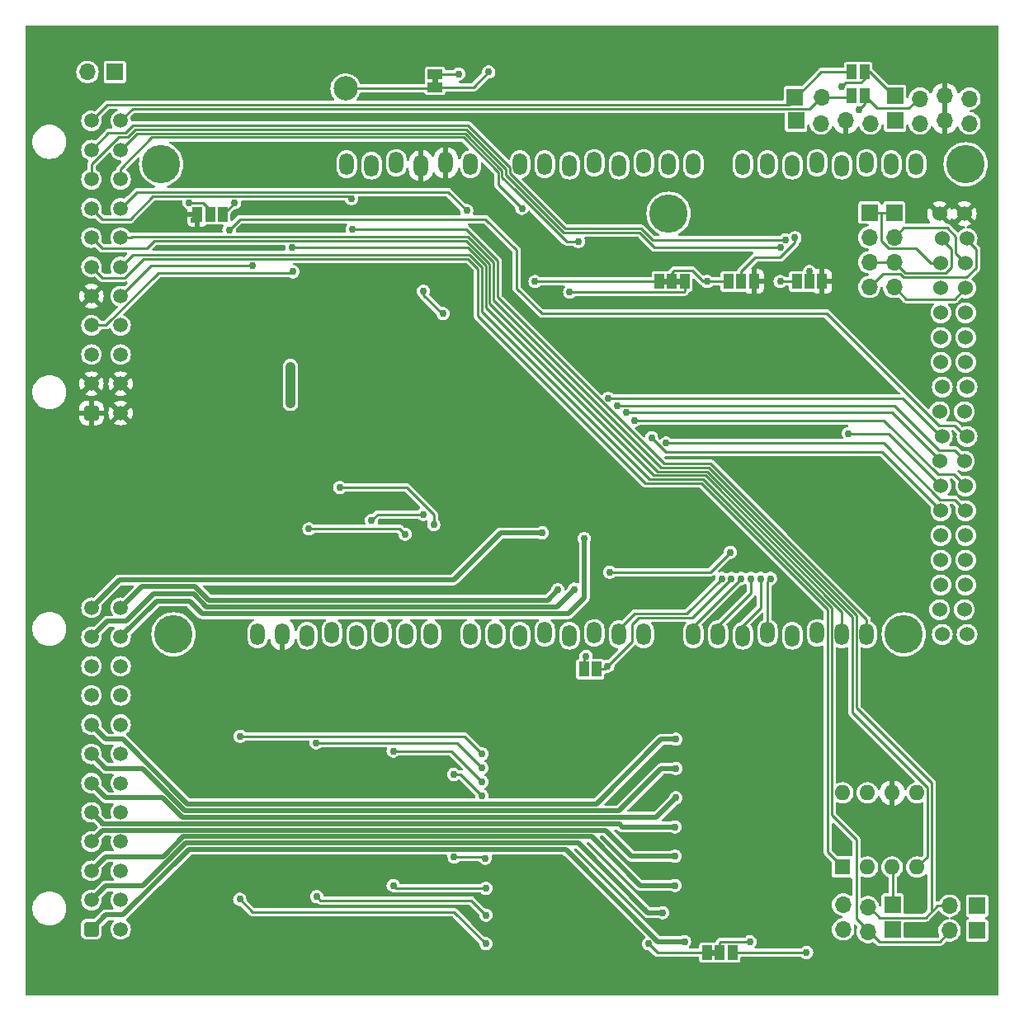
<source format=gbl>
G04 #@! TF.GenerationSoftware,KiCad,Pcbnew,7.0.7+dfsg-1*
G04 #@! TF.CreationDate,2024-05-02T13:52:24+03:00*
G04 #@! TF.ProjectId,UA4C-vC5,55413443-2d76-4433-952e-6b696361645f,C5*
G04 #@! TF.SameCoordinates,Original*
G04 #@! TF.FileFunction,Copper,L2,Bot*
G04 #@! TF.FilePolarity,Positive*
%FSLAX46Y46*%
G04 Gerber Fmt 4.6, Leading zero omitted, Abs format (unit mm)*
G04 Created by KiCad (PCBNEW 7.0.7+dfsg-1) date 2024-05-02 13:52:24*
%MOMM*%
%LPD*%
G01*
G04 APERTURE LIST*
G04 Aperture macros list*
%AMRoundRect*
0 Rectangle with rounded corners*
0 $1 Rounding radius*
0 $2 $3 $4 $5 $6 $7 $8 $9 X,Y pos of 4 corners*
0 Add a 4 corners polygon primitive as box body*
4,1,4,$2,$3,$4,$5,$6,$7,$8,$9,$2,$3,0*
0 Add four circle primitives for the rounded corners*
1,1,$1+$1,$2,$3*
1,1,$1+$1,$4,$5*
1,1,$1+$1,$6,$7*
1,1,$1+$1,$8,$9*
0 Add four rect primitives between the rounded corners*
20,1,$1+$1,$2,$3,$4,$5,0*
20,1,$1+$1,$4,$5,$6,$7,0*
20,1,$1+$1,$6,$7,$8,$9,0*
20,1,$1+$1,$8,$9,$2,$3,0*%
G04 Aperture macros list end*
G04 #@! TA.AperFunction,ComponentPad*
%ADD10R,1.700000X1.700000*%
G04 #@! TD*
G04 #@! TA.AperFunction,ComponentPad*
%ADD11O,1.700000X1.700000*%
G04 #@! TD*
G04 #@! TA.AperFunction,ComponentPad*
%ADD12RoundRect,0.250001X0.499999X-0.499999X0.499999X0.499999X-0.499999X0.499999X-0.499999X-0.499999X0*%
G04 #@! TD*
G04 #@! TA.AperFunction,ComponentPad*
%ADD13C,1.500000*%
G04 #@! TD*
G04 #@! TA.AperFunction,ComponentPad*
%ADD14R,1.600000X1.600000*%
G04 #@! TD*
G04 #@! TA.AperFunction,ComponentPad*
%ADD15O,1.600000X1.600000*%
G04 #@! TD*
G04 #@! TA.AperFunction,ComponentPad*
%ADD16C,0.600000*%
G04 #@! TD*
G04 #@! TA.AperFunction,ComponentPad*
%ADD17C,2.499360*%
G04 #@! TD*
G04 #@! TA.AperFunction,ComponentPad*
%ADD18C,0.500000*%
G04 #@! TD*
G04 #@! TA.AperFunction,SMDPad,CuDef*
%ADD19R,2.700000X2.700000*%
G04 #@! TD*
G04 #@! TA.AperFunction,ComponentPad*
%ADD20C,3.937000*%
G04 #@! TD*
G04 #@! TA.AperFunction,ComponentPad*
%ADD21O,1.500000X2.250000*%
G04 #@! TD*
G04 #@! TA.AperFunction,ComponentPad*
%ADD22C,1.524000*%
G04 #@! TD*
G04 #@! TA.AperFunction,SMDPad,CuDef*
%ADD23R,1.000000X1.500000*%
G04 #@! TD*
G04 #@! TA.AperFunction,SMDPad,CuDef*
%ADD24R,1.500000X1.000000*%
G04 #@! TD*
G04 #@! TA.AperFunction,ViaPad*
%ADD25C,0.762000*%
G04 #@! TD*
G04 #@! TA.AperFunction,Conductor*
%ADD26C,0.250000*%
G04 #@! TD*
G04 #@! TA.AperFunction,Conductor*
%ADD27C,1.000000*%
G04 #@! TD*
G04 #@! TA.AperFunction,Conductor*
%ADD28C,0.500000*%
G04 #@! TD*
G04 APERTURE END LIST*
G04 #@! TA.AperFunction,EtchedComponent*
G36*
X160900000Y-158700000D02*
G01*
X160400000Y-158700000D01*
X160400000Y-158100000D01*
X160900000Y-158100000D01*
X160900000Y-158700000D01*
G37*
G04 #@! TD.AperFunction*
G04 #@! TA.AperFunction,EtchedComponent*
G36*
X157300000Y-89800000D02*
G01*
X156800000Y-89800000D01*
X156800000Y-89200000D01*
X157300000Y-89200000D01*
X157300000Y-89800000D01*
G37*
G04 #@! TD.AperFunction*
G04 #@! TA.AperFunction,EtchedComponent*
G36*
X156000000Y-89800000D02*
G01*
X155500000Y-89800000D01*
X155500000Y-89200000D01*
X156000000Y-89200000D01*
X156000000Y-89800000D01*
G37*
G04 #@! TD.AperFunction*
G04 #@! TA.AperFunction,EtchedComponent*
G36*
X132400000Y-69150000D02*
G01*
X131800000Y-69150000D01*
X131800000Y-68650000D01*
X132400000Y-68650000D01*
X132400000Y-69150000D01*
G37*
G04 #@! TD.AperFunction*
D10*
X179295000Y-70450000D03*
D11*
X181835000Y-70730000D03*
X184375000Y-70450000D03*
X186915000Y-70730000D03*
D10*
X169135000Y-72990000D03*
D11*
X171675000Y-73270000D03*
X174215000Y-72990000D03*
X176755000Y-73270000D03*
D10*
X176650000Y-82435000D03*
D11*
X176650000Y-84975000D03*
X176650000Y-87515000D03*
X176650000Y-90055000D03*
D10*
X179190000Y-82435000D03*
D11*
X179190000Y-84975000D03*
X179190000Y-87515000D03*
X179190000Y-90055000D03*
D10*
X179295000Y-72990000D03*
D11*
X181835000Y-73270000D03*
X184375000Y-72990000D03*
X186915000Y-73270000D03*
D12*
X96825000Y-103000000D03*
D13*
X96825000Y-100000000D03*
X96825000Y-97000000D03*
X96825000Y-94000000D03*
X96825000Y-91000000D03*
X96825000Y-88000000D03*
X96825000Y-85000000D03*
X96825000Y-82000000D03*
X96825000Y-79000000D03*
X96825000Y-76000000D03*
X96825000Y-73000000D03*
X99825000Y-103000000D03*
X99825000Y-100000000D03*
X99825000Y-97000000D03*
X99825000Y-94000000D03*
X99825000Y-91000000D03*
X99825000Y-88000000D03*
X99825000Y-85000000D03*
X99825000Y-82000000D03*
X99825000Y-79000000D03*
X99825000Y-76000000D03*
X99825000Y-73000000D03*
D10*
X168995000Y-70590000D03*
D11*
X171815000Y-70590000D03*
D14*
X173920000Y-149620000D03*
D15*
X176460000Y-149620000D03*
X179000000Y-149620000D03*
X181540000Y-149620000D03*
X181540000Y-142000000D03*
X179000000Y-142000000D03*
X176460000Y-142000000D03*
X173920000Y-142000000D03*
D16*
X126750000Y-109500000D03*
X116200000Y-93050000D03*
X172650000Y-104750000D03*
X135750000Y-103500000D03*
X113250000Y-89500000D03*
X110250000Y-89500000D03*
X109750000Y-97350000D03*
X121450000Y-81700000D03*
X117250000Y-81750000D03*
X108650000Y-78550000D03*
X130250000Y-82000000D03*
X128000000Y-88400000D03*
X147500000Y-75250000D03*
X150250000Y-75250000D03*
X152750000Y-75250000D03*
X161000000Y-78500000D03*
X157500000Y-79500000D03*
X159250000Y-88000000D03*
X153500000Y-88000000D03*
X148750000Y-87250000D03*
X146950000Y-80650000D03*
X148000000Y-83000000D03*
X151000000Y-82250000D03*
X172650000Y-87450000D03*
X159250000Y-100400000D03*
X182750000Y-131000000D03*
X182750000Y-136750000D03*
X103050000Y-129900000D03*
X103050000Y-128900000D03*
X103050000Y-127900000D03*
X126700000Y-132050000D03*
X159350000Y-132900000D03*
X154150000Y-132900000D03*
X119650000Y-132050000D03*
X131400000Y-132050000D03*
X117300000Y-132050000D03*
X158050000Y-132900000D03*
X155800000Y-68050000D03*
X164950000Y-68000000D03*
X142250000Y-68000000D03*
X137750000Y-69250000D03*
X142250000Y-70500000D03*
X135000000Y-88400000D03*
X155850000Y-104800000D03*
X103050000Y-70500000D03*
X101500000Y-84000000D03*
X107250000Y-83250000D03*
X122000000Y-132050000D03*
X124350000Y-132050000D03*
X133750000Y-132050000D03*
X129050000Y-132050000D03*
X114950000Y-132050000D03*
X156750000Y-132900000D03*
X155450000Y-132900000D03*
X173750000Y-129500000D03*
X187500000Y-65000000D03*
X167500000Y-65000000D03*
X147500000Y-65000000D03*
X127500000Y-65000000D03*
X92500000Y-65000000D03*
X92500000Y-161250000D03*
X102500000Y-161250000D03*
X112500000Y-161250000D03*
X122500000Y-161250000D03*
X132500000Y-161250000D03*
X142500000Y-161250000D03*
X152500000Y-161250000D03*
X162500000Y-161250000D03*
X172000000Y-161250000D03*
X182000000Y-161250000D03*
X188750000Y-161250000D03*
X176500000Y-113000000D03*
X178600000Y-109900000D03*
X178300000Y-115600000D03*
X178300000Y-120800000D03*
X178300000Y-118200000D03*
X149700000Y-122100000D03*
X162900000Y-104900000D03*
X170250000Y-108250000D03*
X153100000Y-116900000D03*
X177200000Y-100150000D03*
X171600000Y-94150000D03*
X144300000Y-105350000D03*
X178400000Y-95600000D03*
X135300000Y-92900000D03*
X118750000Y-104750000D03*
X109750000Y-93650000D03*
X123650000Y-116400000D03*
X111600000Y-107550000D03*
X116150000Y-109750000D03*
X138200000Y-96300000D03*
D10*
X179040000Y-155999534D03*
D11*
X176500000Y-156279534D03*
X173960000Y-155999534D03*
D10*
X187701482Y-156129988D03*
D11*
X184881482Y-156129988D03*
D16*
X180000000Y-146000000D03*
X173400000Y-146300000D03*
X169400000Y-129500000D03*
X92500000Y-150000000D03*
X92500000Y-145000000D03*
X92500000Y-140000000D03*
X92500000Y-135000000D03*
X92500000Y-130000000D03*
X92500000Y-98000000D03*
X92500000Y-92500000D03*
X92500000Y-87000000D03*
X92500000Y-83000000D03*
X127700000Y-109500000D03*
X124250000Y-105250000D03*
X122750000Y-105250000D03*
X115000000Y-107000000D03*
X124250000Y-107850000D03*
X132000000Y-108000000D03*
X178000000Y-129450000D03*
X161300000Y-116900000D03*
X100000000Y-115000000D03*
D10*
X99240000Y-68000000D03*
D11*
X96420000Y-68000000D03*
D16*
X139500000Y-87500000D03*
D17*
X122900000Y-69700000D03*
D16*
X170700000Y-123000000D03*
X104500000Y-72700000D03*
X92500000Y-78000000D03*
X160650000Y-132900000D03*
X137300000Y-134900000D03*
X146500000Y-134900000D03*
X187500000Y-139400000D03*
X112900000Y-78600000D03*
D12*
X96825000Y-156000000D03*
D13*
X96825000Y-153000000D03*
X96825000Y-150000000D03*
X96825000Y-147000000D03*
X96825000Y-144000000D03*
X96825000Y-141000000D03*
X96825000Y-138000000D03*
X96825000Y-135000000D03*
X96825000Y-132000000D03*
X96825000Y-129000000D03*
X96825000Y-126000000D03*
X96825000Y-123000000D03*
X99825000Y-156000000D03*
X99825000Y-153000000D03*
X99825000Y-150000000D03*
X99825000Y-147000000D03*
X99825000Y-144000000D03*
X99825000Y-141000000D03*
X99825000Y-138000000D03*
X99825000Y-135000000D03*
X99825000Y-132000000D03*
X99825000Y-129000000D03*
X99825000Y-126000000D03*
X99825000Y-123000000D03*
D10*
X179040000Y-153459534D03*
D11*
X176500000Y-153739534D03*
X173960000Y-153459534D03*
D10*
X187701482Y-153589988D03*
D11*
X184881482Y-153589988D03*
D16*
X107450000Y-86050000D03*
X108250000Y-65000000D03*
X139500000Y-75350000D03*
X116200000Y-65000000D03*
X119800000Y-72650000D03*
X102550000Y-68750000D03*
X115000000Y-70450000D03*
X182350000Y-155800000D03*
X113300000Y-84000000D03*
X129500000Y-68500000D03*
X141800000Y-83200000D03*
X117200000Y-121200000D03*
X129250000Y-118550000D03*
X134000000Y-112300000D03*
X143100000Y-111450000D03*
X139200000Y-119000000D03*
X111450000Y-121200000D03*
X149500000Y-116900000D03*
X152850000Y-121650000D03*
X147100000Y-124750000D03*
X118850000Y-116500000D03*
X112900000Y-112200000D03*
X104750000Y-116850000D03*
X99050000Y-106850000D03*
X100900000Y-106600000D03*
X99050000Y-105650000D03*
X101300000Y-109150000D03*
D18*
X122000000Y-94500000D03*
X124750000Y-94500000D03*
X127250000Y-94500000D03*
X122000000Y-96750000D03*
X124750000Y-96750000D03*
X127250000Y-96750000D03*
X122000000Y-99000000D03*
X124750000Y-99000000D03*
X127250000Y-99000000D03*
D16*
X175200000Y-79600000D03*
X143800000Y-94050000D03*
X151300000Y-98050000D03*
X118550000Y-99050000D03*
X113300000Y-86050000D03*
X130000000Y-102200000D03*
X138150000Y-111600000D03*
X149250000Y-111750000D03*
X155500000Y-111550000D03*
D18*
X144200000Y-118100000D03*
D19*
X145300000Y-118100000D03*
D18*
X145300000Y-118100000D03*
X146400000Y-118100000D03*
X144200000Y-119200000D03*
X144200000Y-117000000D03*
X145300000Y-117000000D03*
X145300000Y-119200000D03*
X146400000Y-119200000D03*
X146400000Y-117000000D03*
D16*
X119850000Y-68250000D03*
X124350000Y-75950000D03*
X121350000Y-78000000D03*
X144700000Y-109500000D03*
X141500000Y-99400000D03*
D20*
X103980000Y-77465000D03*
X105250000Y-125725000D03*
X156050000Y-82545000D03*
X186530000Y-77465000D03*
X180180000Y-125725000D03*
D21*
X153510000Y-125725000D03*
X150970000Y-125725000D03*
X148430000Y-125585000D03*
X145890000Y-125865000D03*
X125570000Y-77605000D03*
X143350000Y-125585000D03*
X140810000Y-125865000D03*
X128110000Y-77325000D03*
D22*
X184130000Y-125725000D03*
X186670000Y-125725000D03*
D21*
X138270000Y-125725000D03*
X135730000Y-125725000D03*
X131666000Y-125725000D03*
X129126000Y-125725000D03*
X126586000Y-125585000D03*
X124046000Y-125865000D03*
X121506000Y-125585000D03*
X118966000Y-125865000D03*
X158590000Y-125725000D03*
X161130000Y-125725000D03*
X163670000Y-125865000D03*
X166210000Y-125585000D03*
X168750000Y-125865000D03*
X171290000Y-125585000D03*
X173830000Y-125725000D03*
X176370000Y-125725000D03*
D22*
X183850000Y-123185000D03*
X186390000Y-123185000D03*
X183990000Y-120645000D03*
X186530000Y-120645000D03*
X183990000Y-118105000D03*
X186530000Y-118105000D03*
X183990000Y-115565000D03*
X186530000Y-115565000D03*
X183990000Y-113025000D03*
X186530000Y-113025000D03*
X183990000Y-110485000D03*
X186530000Y-110485000D03*
X183850000Y-107945000D03*
X186390000Y-107945000D03*
X184130000Y-105405000D03*
X186670000Y-105405000D03*
X183850000Y-102865000D03*
X186390000Y-102865000D03*
X184130000Y-100325000D03*
X186670000Y-100325000D03*
X183990000Y-97785000D03*
X186530000Y-97785000D03*
X183990000Y-95245000D03*
X186530000Y-95245000D03*
X183990000Y-92705000D03*
X186530000Y-92705000D03*
X183990000Y-90165000D03*
X186530000Y-90165000D03*
X183990000Y-87625000D03*
X186530000Y-87625000D03*
X184130000Y-85085000D03*
X186670000Y-85085000D03*
D21*
X140810000Y-77465000D03*
X143350000Y-77465000D03*
X145890000Y-77605000D03*
X148430000Y-77325000D03*
X150970000Y-77605000D03*
X153510000Y-77325000D03*
X156050000Y-77465000D03*
X158590000Y-77465000D03*
X163670000Y-77465000D03*
X166210000Y-77465000D03*
X168750000Y-77605000D03*
X171290000Y-77325000D03*
X173830000Y-77605000D03*
X176370000Y-77325000D03*
X178910000Y-77465000D03*
X181450000Y-77465000D03*
X113886000Y-125725000D03*
X130650000Y-77605000D03*
X133190000Y-77325000D03*
X116426000Y-125725000D03*
D22*
X183850000Y-82545000D03*
X186390000Y-82545000D03*
D21*
X123030000Y-77465000D03*
X135730000Y-77465000D03*
D23*
X174850000Y-68000000D03*
X176150000Y-68000000D03*
X174850000Y-70400000D03*
X176150000Y-70400000D03*
X162200000Y-89500000D03*
X163500000Y-89500000D03*
X164800000Y-89500000D03*
X169200000Y-89500000D03*
X170500000Y-89500000D03*
X171800000Y-89500000D03*
X110300000Y-82600000D03*
X109000000Y-82600000D03*
X107700000Y-82600000D03*
X147350000Y-129300000D03*
X148650000Y-129300000D03*
X160000000Y-158400000D03*
X161300000Y-158400000D03*
X162600000Y-158400000D03*
X155100000Y-89500000D03*
X156400000Y-89500000D03*
X157700000Y-89500000D03*
D24*
X132100000Y-69550000D03*
X132100000Y-68250000D03*
D25*
X117250000Y-102000000D03*
X170200000Y-158400000D03*
X111525000Y-81425000D03*
X117250000Y-98250000D03*
X167500000Y-89500000D03*
X160000000Y-89500000D03*
X132900000Y-92800000D03*
X130900000Y-90500000D03*
X154000000Y-157500000D03*
X135331408Y-82224726D03*
X141000000Y-82000000D03*
X146800000Y-85400000D03*
X157679172Y-157266590D03*
X155450000Y-154300000D03*
X137600000Y-67999994D03*
X156700000Y-151500000D03*
X156700000Y-148500000D03*
X163500000Y-120000000D03*
X173800000Y-69499996D03*
X175580000Y-71870000D03*
X164500000Y-120000000D03*
X161500000Y-120000000D03*
X147588821Y-127993000D03*
X129000000Y-115449998D03*
X119150000Y-114900000D03*
X122300000Y-110650000D03*
X131950000Y-114450000D03*
X125550000Y-114050000D03*
X130850000Y-113400000D03*
X165500000Y-120000000D03*
X166500000Y-120000000D03*
X123500000Y-81000000D03*
X168041213Y-85235547D03*
X117399988Y-86000000D03*
X137300000Y-157500000D03*
X112050000Y-152930002D03*
X136900000Y-142300000D03*
X134000000Y-140100000D03*
X119950000Y-152650000D03*
X137300000Y-154550000D03*
X136900000Y-140866666D03*
X127800000Y-137700000D03*
X156700002Y-145500000D03*
X137300000Y-151800000D03*
X127800000Y-151500000D03*
X136900000Y-138000000D03*
X112100000Y-136200000D03*
X156800000Y-142500000D03*
X137250000Y-148700000D03*
X134050000Y-148600000D03*
X136900000Y-139433333D03*
X119900000Y-136858410D03*
X156800000Y-139500000D03*
X156800000Y-136500000D03*
X152549999Y-103750000D03*
X164400000Y-157300000D03*
X113350000Y-87900000D03*
X147400000Y-115900000D03*
X146398895Y-121101093D03*
X143100000Y-115300000D03*
X144674469Y-121153841D03*
X167584120Y-86027515D03*
X154300000Y-105550000D03*
X155790566Y-106109432D03*
X149999992Y-119350000D03*
X174500000Y-105100000D03*
X162400000Y-117300000D03*
X150767147Y-102267145D03*
X149840567Y-101509433D03*
X151700000Y-102908410D03*
X110950000Y-84200000D03*
X169014411Y-84999015D03*
X170500000Y-88500000D03*
X106850000Y-81408410D03*
X123600000Y-84100000D03*
X117500000Y-88500000D03*
X149800003Y-128999997D03*
X162500000Y-120000000D03*
X142350000Y-89500004D03*
X145900000Y-90600000D03*
X134500000Y-68200000D03*
D26*
X167500000Y-89500000D02*
X169200000Y-89500000D01*
X156600000Y-88400000D02*
X158500000Y-88400000D01*
X170200000Y-158400000D02*
X162600000Y-158400000D01*
X160000000Y-89500000D02*
X162200000Y-89500000D01*
X156400000Y-88600000D02*
X156600000Y-88400000D01*
X159600000Y-89500000D02*
X160000000Y-89500000D01*
X156400000Y-89500000D02*
X156400000Y-88600000D01*
D27*
X117250000Y-98250000D02*
X117250000Y-102000000D01*
D26*
X110350000Y-82600000D02*
X111525000Y-81425000D01*
X158500000Y-88400000D02*
X159600000Y-89500000D01*
X132800000Y-92800000D02*
X130900000Y-90900000D01*
X160000000Y-158400000D02*
X154900000Y-158400000D01*
X154900000Y-158400000D02*
X154000000Y-157500000D01*
X130900000Y-90900000D02*
X130900000Y-90500000D01*
X132900000Y-92800000D02*
X132800000Y-92800000D01*
X133406682Y-80300000D02*
X135331408Y-82224726D01*
X101525000Y-80300000D02*
X133406682Y-80300000D01*
X99825000Y-82000000D02*
X101525000Y-80300000D01*
X138563357Y-79563357D02*
X138563357Y-78270639D01*
X141000000Y-82000000D02*
X138563357Y-79563357D01*
X138563357Y-78270639D02*
X134992718Y-74700000D01*
X99825000Y-77939340D02*
X99825000Y-79000000D01*
X103064340Y-74700000D02*
X99825000Y-77939340D01*
X134992718Y-74700000D02*
X103064340Y-74700000D01*
X138965768Y-78103956D02*
X138965768Y-78803958D01*
X140266632Y-80104822D02*
X140280558Y-80104822D01*
X101527411Y-74297589D02*
X135159401Y-74297589D01*
X138965768Y-78803958D02*
X140266632Y-80104822D01*
X145575736Y-85400000D02*
X146800000Y-85400000D01*
X135159401Y-74297589D02*
X138965768Y-78103956D01*
X101325000Y-74500000D02*
X101527411Y-74297589D01*
X101325000Y-74502399D02*
X101325000Y-74500000D01*
X140280558Y-80104822D02*
X145575736Y-85400000D01*
X99825000Y-76000000D02*
X101322601Y-74502399D01*
D28*
X96825000Y-156000000D02*
X98325000Y-154500000D01*
X98325000Y-154500000D02*
X100104554Y-154500000D01*
X154966590Y-157266590D02*
X157679172Y-157266590D01*
X100104554Y-154500000D02*
X106804554Y-147800000D01*
X145500000Y-147800000D02*
X154966590Y-157266590D01*
X106804554Y-147800000D02*
X145500000Y-147800000D01*
X153569001Y-153919001D02*
X153950000Y-154300000D01*
X102131906Y-151550000D02*
X106534317Y-147147589D01*
X155450000Y-154300000D02*
X153950000Y-154300000D01*
X96825000Y-153000000D02*
X98275000Y-151550000D01*
X98275000Y-151550000D02*
X102131906Y-151550000D01*
X106534317Y-147147589D02*
X146797589Y-147147589D01*
X146797589Y-147147589D02*
X153950000Y-154300000D01*
D26*
X131950000Y-69700000D02*
X132100000Y-69550000D01*
X122900000Y-69700000D02*
X131950000Y-69700000D01*
X132100000Y-69550000D02*
X136049994Y-69550000D01*
X136049994Y-69550000D02*
X137600000Y-67999994D01*
D28*
X153122648Y-151500000D02*
X156700000Y-151500000D01*
X98275000Y-148550000D02*
X104209260Y-148550000D01*
X153122648Y-151500000D02*
X154661185Y-151500000D01*
X148117827Y-146495179D02*
X153122648Y-151500000D01*
X106264081Y-146495179D02*
X148117827Y-146495179D01*
X96825000Y-150000000D02*
X98275000Y-148550000D01*
X104209260Y-148550000D02*
X106264081Y-146495179D01*
X96825000Y-147000000D02*
X97977411Y-145847589D01*
X152250000Y-148500000D02*
X156700000Y-148500000D01*
X101293845Y-145842769D02*
X149592769Y-145842769D01*
X97977411Y-145847589D02*
X105989025Y-145847589D01*
X105989025Y-145847589D02*
X105993845Y-145842769D01*
X149592769Y-145842769D02*
X152250000Y-148500000D01*
D26*
X176150000Y-68000000D02*
X176150000Y-68700000D01*
X174199676Y-69100320D02*
X173800000Y-69499996D01*
X179295000Y-70590000D02*
X176705000Y-68000000D01*
X175749680Y-69100320D02*
X174199676Y-69100320D01*
X158590000Y-125725000D02*
X158590000Y-124910000D01*
X176705000Y-68000000D02*
X176200000Y-68000000D01*
X176150000Y-68700000D02*
X175749680Y-69100320D01*
X158590000Y-124910000D02*
X163500000Y-120000000D01*
X175580000Y-71870000D02*
X176150000Y-71300000D01*
X176150000Y-71300000D02*
X176150000Y-70400000D01*
X177417401Y-71717401D02*
X180707599Y-71717401D01*
X161130000Y-124870000D02*
X164500000Y-121500000D01*
X176150000Y-70450000D02*
X177417401Y-71717401D01*
X161130000Y-125725000D02*
X161130000Y-124870000D01*
X180707599Y-71717401D02*
X181835000Y-70590000D01*
X164500000Y-121500000D02*
X164500000Y-120000000D01*
X152589411Y-123597589D02*
X157902411Y-123597589D01*
X150970000Y-125725000D02*
X150970000Y-125217000D01*
X150970000Y-125217000D02*
X152589411Y-123597589D01*
X157902411Y-123597589D02*
X161500000Y-120000000D01*
X147350000Y-129300000D02*
X147350000Y-128231821D01*
X147350000Y-128231821D02*
X147588821Y-127993000D01*
X177835000Y-82435000D02*
X176650000Y-82435000D01*
X177900000Y-82500000D02*
X177835000Y-82435000D01*
X178648847Y-86102401D02*
X177900000Y-85353554D01*
X176650000Y-82435000D02*
X179190000Y-82435000D01*
X177900000Y-85353554D02*
X177900000Y-82500000D01*
X183990000Y-87625000D02*
X182912370Y-87625000D01*
X181389771Y-86102401D02*
X178648847Y-86102401D01*
X182912370Y-87625000D02*
X181389771Y-86102401D01*
X186530000Y-87625000D02*
X185490599Y-86585599D01*
X185490599Y-86585599D02*
X185490599Y-84868942D01*
X184621657Y-84000000D02*
X180165000Y-84000000D01*
X185490599Y-84868942D02*
X184621657Y-84000000D01*
X180165000Y-84000000D02*
X179190000Y-84975000D01*
X180339401Y-88664401D02*
X179190000Y-87515000D01*
X179190000Y-87515000D02*
X176650000Y-87515000D01*
X183990000Y-85085000D02*
X185088188Y-86183188D01*
X184488913Y-88664401D02*
X180339401Y-88664401D01*
X185088188Y-88065126D02*
X184488913Y-88664401D01*
X185088188Y-86183188D02*
X185088188Y-88065126D01*
X128450002Y-114900000D02*
X129000000Y-115449998D01*
X119150000Y-114900000D02*
X128450002Y-114900000D01*
X122300000Y-110650000D02*
X129150000Y-110650000D01*
X131950000Y-113450000D02*
X131950000Y-114450000D01*
X129150000Y-110650000D02*
X131950000Y-113450000D01*
X126200000Y-113400000D02*
X125550000Y-114050000D01*
X130850000Y-113400000D02*
X126200000Y-113400000D01*
X178005000Y-88700000D02*
X176650000Y-90055000D01*
X186530000Y-85085000D02*
X187600000Y-86155000D01*
X180172717Y-89066812D02*
X179805906Y-88700000D01*
X186626502Y-89066812D02*
X180172717Y-89066812D01*
X187600000Y-86155000D02*
X187600000Y-88093314D01*
X179805906Y-88700000D02*
X178005000Y-88700000D01*
X187600000Y-88093314D02*
X186626502Y-89066812D01*
X180435000Y-91300000D02*
X185395000Y-91300000D01*
X179190000Y-90055000D02*
X180435000Y-91300000D01*
X185395000Y-91300000D02*
X186530000Y-90165000D01*
X163670000Y-125725000D02*
X163670000Y-124830000D01*
X165500000Y-123000000D02*
X165500000Y-120000000D01*
X163670000Y-124830000D02*
X165500000Y-123000000D01*
X166210000Y-120290000D02*
X166500000Y-120000000D01*
X166210000Y-125725000D02*
X166210000Y-120290000D01*
X123250000Y-80750000D02*
X103150000Y-80750000D01*
X97925000Y-83100000D02*
X96825000Y-82000000D01*
X100800000Y-83100000D02*
X97925000Y-83100000D01*
X103150000Y-80750000D02*
X100800000Y-83100000D01*
X123500000Y-81000000D02*
X123250000Y-80750000D01*
X139770590Y-77770590D02*
X139770590Y-78403537D01*
X135492767Y-73492767D02*
X139770590Y-77770590D01*
X98575000Y-74250000D02*
X100350000Y-74250000D01*
X154404642Y-85235547D02*
X168041213Y-85235547D01*
X145464642Y-84097589D02*
X153266684Y-84097589D01*
X139770590Y-78403537D02*
X145464642Y-84097589D01*
X100350000Y-74250000D02*
X101107233Y-73492767D01*
X96825000Y-76000000D02*
X98575000Y-74250000D01*
X153266684Y-84097589D02*
X154404642Y-85235547D01*
X101107233Y-73492767D02*
X135492767Y-73492767D01*
X159807233Y-109407233D02*
X154507233Y-109407233D01*
X154507233Y-109407233D02*
X137292767Y-92192767D01*
X137292767Y-87851050D02*
X135441716Y-86000000D01*
X135441716Y-86000000D02*
X117399988Y-86000000D01*
X173830000Y-125725000D02*
X173830000Y-123430000D01*
X173830000Y-123430000D02*
X159807233Y-109407233D01*
X137292767Y-92192767D02*
X137292767Y-87851050D01*
X113369998Y-154250000D02*
X112050000Y-152930002D01*
X134050000Y-154250000D02*
X113369998Y-154250000D01*
X137300000Y-157500000D02*
X134050000Y-154250000D01*
X134700000Y-140100000D02*
X136900000Y-142300000D01*
X134000000Y-140100000D02*
X134700000Y-140100000D01*
X120330999Y-153030999D02*
X135780999Y-153030999D01*
X119950000Y-152650000D02*
X120330999Y-153030999D01*
X135780999Y-153030999D02*
X137300000Y-154550000D01*
X136900000Y-140866666D02*
X133733334Y-137700000D01*
X133733334Y-137700000D02*
X127800000Y-137700000D01*
D28*
X150990359Y-145190359D02*
X151300000Y-145500000D01*
X97990359Y-145190359D02*
X150990359Y-145190359D01*
X97900000Y-145100000D02*
X97990359Y-145190359D01*
X151300000Y-145500000D02*
X156700002Y-145500000D01*
X96825000Y-144000000D02*
X98015359Y-145190359D01*
D26*
X137300000Y-151800000D02*
X128100000Y-151800000D01*
X128100000Y-151800000D02*
X127800000Y-151500000D01*
X112100000Y-136200000D02*
X135100000Y-136200000D01*
X135100000Y-136200000D02*
X136900000Y-138000000D01*
D28*
X106154820Y-144504820D02*
X154795180Y-144504820D01*
X98325000Y-142500000D02*
X103898866Y-142500000D01*
X103850000Y-142500000D02*
X104150000Y-142500000D01*
X96825000Y-141000000D02*
X98325000Y-142500000D01*
X154795180Y-144504820D02*
X156800000Y-142500000D01*
X104150000Y-142500000D02*
X106154820Y-144504820D01*
D26*
X137150000Y-148600000D02*
X137250000Y-148700000D01*
X134050000Y-148600000D02*
X137150000Y-148600000D01*
X136900000Y-139433333D02*
X134325077Y-136858410D01*
X134325077Y-136858410D02*
X119900000Y-136858410D01*
D28*
X155300000Y-139500000D02*
X156800000Y-139500000D01*
X106400000Y-143800000D02*
X106452411Y-143852411D01*
X106452411Y-143852411D02*
X150947589Y-143852411D01*
X96825000Y-138000000D02*
X98325000Y-139500000D01*
X98325000Y-139500000D02*
X102077352Y-139500000D01*
X150947589Y-143852411D02*
X155300000Y-139500000D01*
X106429763Y-143852411D02*
X106456765Y-143852411D01*
X102077352Y-139500000D02*
X106429763Y-143852411D01*
X148650000Y-143150000D02*
X155300000Y-136500000D01*
X100050000Y-136500000D02*
X106700000Y-143150000D01*
X155300000Y-136500000D02*
X156800000Y-136500000D01*
X98325000Y-136500000D02*
X100050000Y-136500000D01*
X96825000Y-135000000D02*
X98325000Y-136500000D01*
X106700000Y-143150000D02*
X148650000Y-143150000D01*
D26*
X178150000Y-103750000D02*
X152549999Y-103750000D01*
X183700000Y-109300000D02*
X178150000Y-103750000D01*
X185345000Y-109300000D02*
X183700000Y-109300000D01*
X186530000Y-110485000D02*
X185345000Y-109300000D01*
X174800000Y-68000000D02*
X171725000Y-68000000D01*
X168377411Y-71347589D02*
X98477411Y-71347589D01*
X98477411Y-71347589D02*
X96825000Y-73000000D01*
X171725000Y-68000000D02*
X168377411Y-71347589D01*
X174650000Y-70600000D02*
X174850000Y-70400000D01*
X174300000Y-70600000D02*
X174650000Y-70600000D01*
X170515000Y-71750000D02*
X101075000Y-71750000D01*
X174300000Y-70600000D02*
X171685000Y-70600000D01*
X101075000Y-71750000D02*
X99825000Y-73000000D01*
X171675000Y-70590000D02*
X170515000Y-71750000D01*
X171685000Y-70600000D02*
X171675000Y-70590000D01*
X174450000Y-70600000D02*
X174300000Y-70600000D01*
X161300000Y-158400000D02*
X161300000Y-157400000D01*
X161400000Y-157300000D02*
X164400000Y-157300000D01*
X161300000Y-157400000D02*
X161400000Y-157300000D01*
X102925000Y-87900000D02*
X113350000Y-87900000D01*
X99825000Y-91000000D02*
X102925000Y-87900000D01*
X102191991Y-87150011D02*
X135450011Y-87150011D01*
X172388179Y-123188179D02*
X172388179Y-148088179D01*
X159412055Y-110212055D02*
X172388179Y-123188179D01*
X153662055Y-110212055D02*
X159412055Y-110212055D01*
X135450011Y-87150011D02*
X136487945Y-88187945D01*
X136487945Y-93037945D02*
X153662055Y-110212055D01*
X96825000Y-88000000D02*
X97925000Y-89100000D01*
X100242002Y-89100000D02*
X102191991Y-87150011D01*
X136487945Y-88187945D02*
X136487945Y-93037945D01*
X97925000Y-89100000D02*
X100242002Y-89100000D01*
X172388179Y-148088179D02*
X173920000Y-149620000D01*
X137695178Y-87684366D02*
X137695178Y-91795178D01*
X137695178Y-91795178D02*
X154904822Y-109004822D01*
X182617401Y-141482847D02*
X182617401Y-148542599D01*
X159973917Y-109004822D02*
X174928179Y-123959084D01*
X97925000Y-86100000D02*
X102500000Y-86100000D01*
X135310810Y-85300000D02*
X137695178Y-87684366D01*
X182617401Y-148542599D02*
X181540000Y-149620000D01*
X96825000Y-85000000D02*
X97925000Y-86100000D01*
X103300000Y-85300000D02*
X135310810Y-85300000D01*
X174928179Y-133793625D02*
X182617401Y-141482847D01*
X154904822Y-109004822D02*
X159973917Y-109004822D01*
X102500000Y-86100000D02*
X103300000Y-85300000D01*
X174928179Y-123959084D02*
X174928179Y-133793625D01*
D28*
X103525000Y-122300000D02*
X106900000Y-122300000D01*
X108200000Y-123600000D02*
X145800000Y-123600000D01*
X99825000Y-126000000D02*
X103525000Y-122300000D01*
X106900000Y-122300000D02*
X108200000Y-123600000D01*
X147400000Y-122000000D02*
X147400000Y-115900000D01*
X145800000Y-123600000D02*
X147400000Y-122000000D01*
X96825000Y-126000000D02*
X98424999Y-124400001D01*
X103200000Y-121600000D02*
X107330454Y-121600000D01*
X108630454Y-122900000D02*
X144599988Y-122900000D01*
X107330454Y-121600000D02*
X108630454Y-122900000D01*
X144599988Y-122900000D02*
X146398895Y-121101093D01*
X100399999Y-124400001D02*
X103200000Y-121600000D01*
X98424999Y-124400001D02*
X100399999Y-124400001D01*
X133973714Y-120126286D02*
X138800000Y-115300000D01*
X138800000Y-115300000D02*
X143100000Y-115300000D01*
X96825000Y-123000000D02*
X99698714Y-120126286D01*
X99698714Y-120126286D02*
X133973714Y-120126286D01*
X102018522Y-120806478D02*
X107459580Y-120806478D01*
X99825000Y-123000000D02*
X102018522Y-120806478D01*
X108853102Y-122200000D02*
X143628310Y-122200000D01*
X107459580Y-120806478D02*
X108853102Y-122200000D01*
X143628310Y-122200000D02*
X144674469Y-121153841D01*
D26*
X153100000Y-84500000D02*
X154627515Y-86027515D01*
X101304822Y-73895178D02*
X135326084Y-73895178D01*
X139368179Y-77937273D02*
X139368179Y-78570221D01*
X154627515Y-86027515D02*
X167584120Y-86027515D01*
X99652035Y-74652411D02*
X100547589Y-74652411D01*
X139368179Y-78570221D02*
X145297958Y-84500000D01*
X96825000Y-77479446D02*
X99652035Y-74652411D01*
X96825000Y-79000000D02*
X96825000Y-77479446D01*
X100547589Y-74652411D02*
X101304822Y-73895178D01*
X135326084Y-73895178D02*
X139368179Y-77937273D01*
X145297958Y-84500000D02*
X153100000Y-84500000D01*
X155758402Y-107008402D02*
X154300000Y-105550000D01*
X177973402Y-107008402D02*
X155758402Y-107008402D01*
X183990000Y-113025000D02*
X177973402Y-107008402D01*
X186530000Y-113025000D02*
X185405000Y-111900000D01*
X183900000Y-111900000D02*
X178109432Y-106109432D01*
X178109432Y-106109432D02*
X155790566Y-106109432D01*
X185405000Y-111900000D02*
X183900000Y-111900000D01*
X183990000Y-110485000D02*
X178605000Y-105100000D01*
X160350000Y-119350000D02*
X149999992Y-119350000D01*
X162400000Y-117300000D02*
X160350000Y-119350000D01*
X178605000Y-105100000D02*
X174500000Y-105100000D01*
X183800000Y-106800000D02*
X179250000Y-102250000D01*
X150784292Y-102250000D02*
X150767147Y-102267145D01*
X179250000Y-102250000D02*
X150784292Y-102250000D01*
X186530000Y-107945000D02*
X185385000Y-106800000D01*
X185385000Y-106800000D02*
X183800000Y-106800000D01*
X183990000Y-105405000D02*
X180094433Y-101509433D01*
X180094433Y-101509433D02*
X150379382Y-101509433D01*
X150379382Y-101509433D02*
X149840567Y-101509433D01*
X183990000Y-107945000D02*
X178953410Y-102908410D01*
X178953410Y-102908410D02*
X152238815Y-102908410D01*
X152238815Y-102908410D02*
X151700000Y-102908410D01*
X186530000Y-105405000D02*
X185425000Y-104300000D01*
X172295119Y-92800000D02*
X143050000Y-92800000D01*
X137250000Y-83100000D02*
X112050000Y-83100000D01*
X140450000Y-86300000D02*
X137250000Y-83100000D01*
X185425000Y-104300000D02*
X183795119Y-104300000D01*
X112050000Y-83100000D02*
X110950000Y-84200000D01*
X140450000Y-90200000D02*
X140450000Y-86300000D01*
X183795119Y-104300000D02*
X172295119Y-92800000D01*
X143050000Y-92800000D02*
X140450000Y-90200000D01*
X179040000Y-149660000D02*
X179000000Y-149620000D01*
X179040000Y-153599534D02*
X179040000Y-149660000D01*
X163500000Y-89500000D02*
X163500000Y-88500000D01*
X167493840Y-87058401D02*
X169014411Y-85537830D01*
X163500000Y-88500000D02*
X164941599Y-87058401D01*
X164941599Y-87058401D02*
X167493840Y-87058401D01*
X169014411Y-85537830D02*
X169014411Y-84999015D01*
X170500000Y-88500000D02*
X170500000Y-89500000D01*
X108950000Y-82100678D02*
X108257732Y-81408410D01*
X108950000Y-82600000D02*
X108950000Y-82100678D01*
X108257732Y-81408410D02*
X106850000Y-81408410D01*
X160369095Y-108200000D02*
X176370000Y-124200905D01*
X138500000Y-91100000D02*
X155600000Y-108200000D01*
X176370000Y-124200905D02*
X176370000Y-125725000D01*
X138500000Y-87350998D02*
X138500000Y-91100000D01*
X135249000Y-84100000D02*
X138500000Y-87350998D01*
X155600000Y-108200000D02*
X160369095Y-108200000D01*
X123600000Y-84100000D02*
X135249000Y-84100000D01*
X96825000Y-94000000D02*
X98307998Y-94000000D01*
X98307998Y-94000000D02*
X103707998Y-88600000D01*
X117400000Y-88600000D02*
X117500000Y-88500000D01*
X103707998Y-88600000D02*
X117400000Y-88600000D01*
X162500000Y-120000000D02*
X158500000Y-124000000D01*
X152300000Y-126500000D02*
X149800003Y-128999997D01*
X152300000Y-124700000D02*
X152300000Y-126500000D01*
X149500000Y-129300000D02*
X149800003Y-128999997D01*
X148650000Y-129300000D02*
X149500000Y-129300000D01*
X153000000Y-124000000D02*
X152300000Y-124700000D01*
X158500000Y-124000000D02*
X153000000Y-124000000D01*
X142350004Y-89500000D02*
X142350000Y-89500004D01*
X155100000Y-89500000D02*
X142350004Y-89500000D01*
X157700000Y-89500000D02*
X157700000Y-90500000D01*
X157600000Y-90600000D02*
X145900000Y-90600000D01*
X157700000Y-90500000D02*
X157600000Y-90600000D01*
X132100000Y-68250000D02*
X134450000Y-68250000D01*
X134450000Y-68250000D02*
X134500000Y-68200000D01*
X172790590Y-123021495D02*
X172790590Y-144290590D01*
X159578739Y-109809644D02*
X172790590Y-123021495D01*
X183851470Y-157300000D02*
X185021482Y-156129988D01*
X135620222Y-86747600D02*
X136890356Y-88017734D01*
X99825000Y-88000000D02*
X101077400Y-86747600D01*
X136890356Y-88017734D02*
X136890356Y-92590356D01*
X175300000Y-154939534D02*
X177660466Y-157300000D01*
X136890356Y-92590356D02*
X154109644Y-109809644D01*
X177660466Y-157300000D02*
X183851470Y-157300000D01*
X101077400Y-86747600D02*
X135620222Y-86747600D01*
X175300000Y-146800000D02*
X175300000Y-154939534D01*
X154109644Y-109809644D02*
X159578739Y-109809644D01*
X172790590Y-144290590D02*
X175300000Y-146800000D01*
X100885660Y-85000000D02*
X100988071Y-84897589D01*
X183019812Y-148709283D02*
X183015012Y-148714083D01*
X155302411Y-108602411D02*
X160202411Y-108602411D01*
X182406989Y-154800000D02*
X177700466Y-154800000D01*
X182406989Y-154800000D02*
X183617001Y-153589988D01*
X100988071Y-84897589D02*
X135477494Y-84897589D01*
X183019812Y-140950718D02*
X183019812Y-148709283D01*
X99825000Y-85000000D02*
X100885660Y-85000000D01*
X135477494Y-84897589D02*
X138097589Y-87517682D01*
X183015012Y-148714083D02*
X183015012Y-154191977D01*
X175330590Y-123730590D02*
X175330590Y-133261496D01*
X160202411Y-108602411D02*
X175330590Y-123730590D01*
X183617001Y-153589988D02*
X185021482Y-153589988D01*
X175330590Y-133261496D02*
X183019812Y-140950718D01*
X138097589Y-87517682D02*
X138097589Y-91397589D01*
X138097589Y-91397589D02*
X155302411Y-108602411D01*
X177700466Y-154800000D02*
X176500000Y-153599534D01*
G04 #@! TA.AperFunction,Conductor*
G36*
X183812473Y-154100430D02*
G01*
X183869308Y-154142977D01*
X183881229Y-154162321D01*
X183899116Y-154198243D01*
X184027610Y-154368395D01*
X184027611Y-154368396D01*
X184185181Y-154512041D01*
X184185183Y-154512042D01*
X184366456Y-154624282D01*
X184366457Y-154624282D01*
X184366463Y-154624286D01*
X184565284Y-154701309D01*
X184751579Y-154736133D01*
X184814863Y-154768312D01*
X184850705Y-154829597D01*
X184847724Y-154900531D01*
X184806866Y-154958593D01*
X184751580Y-154983842D01*
X184638832Y-155004918D01*
X184565282Y-155018667D01*
X184431481Y-155070502D01*
X184366463Y-155095690D01*
X184366462Y-155095690D01*
X184366461Y-155095691D01*
X184366456Y-155095693D01*
X184185183Y-155207933D01*
X184185181Y-155207934D01*
X184027611Y-155351579D01*
X183948077Y-155456899D01*
X183899116Y-155521733D01*
X183862113Y-155596046D01*
X183804075Y-155712603D01*
X183745726Y-155917676D01*
X183726053Y-156129987D01*
X183745726Y-156342299D01*
X183804075Y-156547373D01*
X183829575Y-156598585D01*
X183842032Y-156668480D01*
X183814724Y-156734015D01*
X183805879Y-156743841D01*
X183712127Y-156837595D01*
X183649816Y-156871620D01*
X183623031Y-156874500D01*
X180316500Y-156874500D01*
X180248379Y-156854498D01*
X180201886Y-156800842D01*
X180190500Y-156748500D01*
X180190499Y-155351500D01*
X180210501Y-155283379D01*
X180264157Y-155236886D01*
X180316499Y-155225500D01*
X182474383Y-155225500D01*
X182497191Y-155218088D01*
X182516417Y-155213471D01*
X182540115Y-155209719D01*
X182561489Y-155198827D01*
X182579762Y-155191259D01*
X182602568Y-155183850D01*
X182602568Y-155183849D01*
X182602570Y-155183849D01*
X182621970Y-155169752D01*
X182638837Y-155159417D01*
X182646764Y-155155377D01*
X182660209Y-155148528D01*
X182755517Y-155053220D01*
X182815012Y-154993725D01*
X182815023Y-154993712D01*
X183679349Y-154129387D01*
X183741657Y-154095365D01*
X183812473Y-154100430D01*
G37*
G04 #@! TD.AperFunction*
G04 #@! TA.AperFunction,Conductor*
G36*
X174453084Y-127041622D02*
G01*
X174495123Y-127098835D01*
X174502679Y-127141813D01*
X174502679Y-133861018D01*
X174510091Y-133883830D01*
X174514707Y-133903056D01*
X174518459Y-133926750D01*
X174518460Y-133926751D01*
X174527461Y-133944417D01*
X174529349Y-133948121D01*
X174536916Y-133966389D01*
X174544329Y-133989205D01*
X174558428Y-134008610D01*
X174568758Y-134025468D01*
X174579649Y-134046843D01*
X174579650Y-134046844D01*
X174579651Y-134046845D01*
X174603624Y-134070818D01*
X174603625Y-134070819D01*
X177946356Y-137413550D01*
X181268201Y-140735395D01*
X181302227Y-140797707D01*
X181297162Y-140868522D01*
X181254615Y-140925358D01*
X181224623Y-140941981D01*
X181047367Y-141010650D01*
X181047351Y-141010658D01*
X180873960Y-141118017D01*
X180873959Y-141118018D01*
X180723234Y-141255421D01*
X180600329Y-141418175D01*
X180509416Y-141600754D01*
X180499190Y-141636696D01*
X180461309Y-141696743D01*
X180396978Y-141726777D01*
X180326622Y-141717263D01*
X180272578Y-141671222D01*
X180256293Y-141634826D01*
X180233812Y-141550928D01*
X180233811Y-141550926D01*
X180137087Y-141343501D01*
X180005815Y-141156025D01*
X180005810Y-141156019D01*
X179843980Y-140994189D01*
X179843974Y-140994184D01*
X179656498Y-140862912D01*
X179449073Y-140766188D01*
X179449071Y-140766187D01*
X179254000Y-140713917D01*
X179254000Y-141487715D01*
X179233998Y-141555836D01*
X179180342Y-141602329D01*
X179110068Y-141612433D01*
X179108292Y-141612164D01*
X179031481Y-141600000D01*
X178968519Y-141600000D01*
X178891708Y-141612164D01*
X178821297Y-141603063D01*
X178766984Y-141557340D01*
X178746013Y-141489512D01*
X178746000Y-141487715D01*
X178746000Y-140713917D01*
X178745999Y-140713917D01*
X178550928Y-140766187D01*
X178550926Y-140766188D01*
X178343501Y-140862912D01*
X178156025Y-140994184D01*
X178156019Y-140994189D01*
X177994189Y-141156019D01*
X177994184Y-141156025D01*
X177862912Y-141343501D01*
X177766188Y-141550926D01*
X177766184Y-141550936D01*
X177743705Y-141634827D01*
X177706753Y-141695449D01*
X177642892Y-141726470D01*
X177572398Y-141718040D01*
X177517651Y-141672837D01*
X177500810Y-141636699D01*
X177490582Y-141600750D01*
X177399673Y-141418179D01*
X177326969Y-141321903D01*
X177276765Y-141255421D01*
X177126040Y-141118018D01*
X177126039Y-141118017D01*
X176952648Y-141010658D01*
X176952641Y-141010654D01*
X176952637Y-141010652D01*
X176836133Y-140965518D01*
X176762457Y-140936976D01*
X176695629Y-140924483D01*
X176561976Y-140899500D01*
X176358024Y-140899500D01*
X176263176Y-140917230D01*
X176157542Y-140936976D01*
X176010190Y-140994060D01*
X175967363Y-141010652D01*
X175967362Y-141010652D01*
X175967361Y-141010653D01*
X175967351Y-141010658D01*
X175793960Y-141118017D01*
X175793959Y-141118018D01*
X175643234Y-141255421D01*
X175520329Y-141418175D01*
X175429416Y-141600754D01*
X175373603Y-141796915D01*
X175354785Y-142000000D01*
X175373603Y-142203084D01*
X175429416Y-142399245D01*
X175429417Y-142399247D01*
X175429418Y-142399250D01*
X175520327Y-142581821D01*
X175520328Y-142581822D01*
X175520329Y-142581824D01*
X175643234Y-142744578D01*
X175793959Y-142881981D01*
X175793960Y-142881982D01*
X175967351Y-142989341D01*
X175967354Y-142989342D01*
X175967363Y-142989348D01*
X176157544Y-143063024D01*
X176358024Y-143100500D01*
X176358026Y-143100500D01*
X176561974Y-143100500D01*
X176561976Y-143100500D01*
X176762456Y-143063024D01*
X176952637Y-142989348D01*
X177126041Y-142881981D01*
X177276764Y-142744579D01*
X177399673Y-142581821D01*
X177490582Y-142399250D01*
X177500809Y-142363302D01*
X177538687Y-142303259D01*
X177603018Y-142273223D01*
X177673374Y-142282735D01*
X177727419Y-142328774D01*
X177743705Y-142365173D01*
X177766183Y-142449060D01*
X177766188Y-142449073D01*
X177862912Y-142656498D01*
X177994184Y-142843974D01*
X177994189Y-142843980D01*
X178156019Y-143005810D01*
X178156025Y-143005815D01*
X178343501Y-143137087D01*
X178550926Y-143233811D01*
X178550931Y-143233813D01*
X178745999Y-143286081D01*
X178746000Y-142512284D01*
X178766002Y-142444163D01*
X178819658Y-142397670D01*
X178889932Y-142387566D01*
X178891713Y-142387835D01*
X178968519Y-142400000D01*
X178968521Y-142400000D01*
X179031479Y-142400000D01*
X179031481Y-142400000D01*
X179108290Y-142387835D01*
X179178701Y-142396935D01*
X179233015Y-142442657D01*
X179253987Y-142510486D01*
X179254000Y-142512284D01*
X179254000Y-143286081D01*
X179449068Y-143233813D01*
X179449073Y-143233811D01*
X179656498Y-143137087D01*
X179843974Y-143005815D01*
X179843980Y-143005810D01*
X180005810Y-142843980D01*
X180005815Y-142843974D01*
X180137087Y-142656498D01*
X180233811Y-142449073D01*
X180233813Y-142449068D01*
X180256293Y-142365174D01*
X180293245Y-142304551D01*
X180357105Y-142273530D01*
X180427600Y-142281958D01*
X180482347Y-142327161D01*
X180499190Y-142363303D01*
X180509416Y-142399245D01*
X180509417Y-142399247D01*
X180509418Y-142399250D01*
X180600327Y-142581821D01*
X180600328Y-142581822D01*
X180600329Y-142581824D01*
X180723234Y-142744578D01*
X180873959Y-142881981D01*
X180873960Y-142881982D01*
X181047351Y-142989341D01*
X181047354Y-142989342D01*
X181047363Y-142989348D01*
X181237544Y-143063024D01*
X181438024Y-143100500D01*
X181438026Y-143100500D01*
X181641974Y-143100500D01*
X181641976Y-143100500D01*
X181842456Y-143063024D01*
X182020386Y-142994093D01*
X182091130Y-142988137D01*
X182153867Y-143021374D01*
X182188674Y-143083252D01*
X182191901Y-143111585D01*
X182191901Y-148314161D01*
X182171899Y-148382282D01*
X182155000Y-148403251D01*
X182075657Y-148482595D01*
X182014983Y-148543269D01*
X181952671Y-148577294D01*
X181881855Y-148572229D01*
X181880412Y-148571680D01*
X181864182Y-148565393D01*
X181842457Y-148556976D01*
X181769130Y-148543269D01*
X181641976Y-148519500D01*
X181438024Y-148519500D01*
X181351313Y-148535709D01*
X181237542Y-148556976D01*
X181126485Y-148600000D01*
X181047363Y-148630652D01*
X181047362Y-148630652D01*
X181047361Y-148630653D01*
X181047351Y-148630658D01*
X180873960Y-148738017D01*
X180873959Y-148738018D01*
X180723234Y-148875421D01*
X180600329Y-149038175D01*
X180600327Y-149038178D01*
X180600327Y-149038179D01*
X180599482Y-149039876D01*
X180509416Y-149220754D01*
X180453603Y-149416915D01*
X180434785Y-149620000D01*
X180453603Y-149823084D01*
X180509416Y-150019245D01*
X180509417Y-150019247D01*
X180509418Y-150019250D01*
X180600327Y-150201821D01*
X180600328Y-150201822D01*
X180600329Y-150201824D01*
X180723234Y-150364578D01*
X180873959Y-150501981D01*
X180873960Y-150501982D01*
X181047351Y-150609341D01*
X181047354Y-150609342D01*
X181047363Y-150609348D01*
X181237544Y-150683024D01*
X181438024Y-150720500D01*
X181438026Y-150720500D01*
X181641974Y-150720500D01*
X181641976Y-150720500D01*
X181842456Y-150683024D01*
X182032637Y-150609348D01*
X182206041Y-150501981D01*
X182356764Y-150364579D01*
X182362960Y-150356373D01*
X182419973Y-150314065D01*
X182490810Y-150309297D01*
X182552979Y-150343582D01*
X182586743Y-150406036D01*
X182589512Y-150432304D01*
X182589512Y-153963538D01*
X182569510Y-154031659D01*
X182552607Y-154052633D01*
X182267644Y-154337596D01*
X182205334Y-154371620D01*
X182178551Y-154374500D01*
X180316500Y-154374500D01*
X180248379Y-154354498D01*
X180201886Y-154300842D01*
X180190500Y-154248500D01*
X180190499Y-152564674D01*
X180190499Y-152564670D01*
X180187585Y-152539543D01*
X180144694Y-152442403D01*
X180142206Y-152436768D01*
X180062767Y-152357329D01*
X180062765Y-152357328D01*
X179959989Y-152311948D01*
X179959990Y-152311948D01*
X179934870Y-152309034D01*
X179934865Y-152309034D01*
X179591500Y-152309034D01*
X179523379Y-152289032D01*
X179476886Y-152235376D01*
X179465500Y-152183034D01*
X179465500Y-150696332D01*
X179485502Y-150628211D01*
X179525170Y-150589205D01*
X179666039Y-150501982D01*
X179666038Y-150501982D01*
X179666041Y-150501981D01*
X179816764Y-150364579D01*
X179939673Y-150201821D01*
X180030582Y-150019250D01*
X180086397Y-149823083D01*
X180105215Y-149620000D01*
X180086397Y-149416917D01*
X180030582Y-149220750D01*
X179939673Y-149038179D01*
X179930098Y-149025500D01*
X179816765Y-148875421D01*
X179666040Y-148738018D01*
X179666039Y-148738017D01*
X179492648Y-148630658D01*
X179492641Y-148630654D01*
X179492637Y-148630652D01*
X179340373Y-148571665D01*
X179302457Y-148556976D01*
X179229130Y-148543269D01*
X179101976Y-148519500D01*
X178898024Y-148519500D01*
X178811313Y-148535709D01*
X178697542Y-148556976D01*
X178586485Y-148600000D01*
X178507363Y-148630652D01*
X178507362Y-148630652D01*
X178507361Y-148630653D01*
X178507351Y-148630658D01*
X178333960Y-148738017D01*
X178333959Y-148738018D01*
X178183234Y-148875421D01*
X178060329Y-149038175D01*
X178060327Y-149038178D01*
X178060327Y-149038179D01*
X178059482Y-149039876D01*
X177969416Y-149220754D01*
X177913603Y-149416915D01*
X177894785Y-149620000D01*
X177913603Y-149823084D01*
X177969416Y-150019245D01*
X177969417Y-150019247D01*
X177969418Y-150019250D01*
X178060327Y-150201821D01*
X178060328Y-150201822D01*
X178060329Y-150201824D01*
X178183234Y-150364578D01*
X178333956Y-150501979D01*
X178333958Y-150501980D01*
X178333959Y-150501981D01*
X178507363Y-150609348D01*
X178507368Y-150609350D01*
X178507370Y-150609351D01*
X178534014Y-150619673D01*
X178590310Y-150662931D01*
X178614282Y-150729758D01*
X178614500Y-150737165D01*
X178614500Y-152183034D01*
X178594498Y-152251155D01*
X178540842Y-152297648D01*
X178488500Y-152309034D01*
X178145140Y-152309034D01*
X178145133Y-152309035D01*
X178120009Y-152311948D01*
X178120005Y-152311950D01*
X178017234Y-152357327D01*
X177937795Y-152436766D01*
X177937794Y-152436768D01*
X177892414Y-152539543D01*
X177889500Y-152564663D01*
X177889500Y-153540226D01*
X177869498Y-153608347D01*
X177815842Y-153654840D01*
X177745568Y-153664944D01*
X177680988Y-153635450D01*
X177642604Y-153575724D01*
X177638038Y-153551857D01*
X177635756Y-153527224D01*
X177577405Y-153322145D01*
X177482366Y-153131279D01*
X177353872Y-152961127D01*
X177319727Y-152929999D01*
X177196300Y-152817480D01*
X177196298Y-152817479D01*
X177015025Y-152705239D01*
X177015021Y-152705237D01*
X177015019Y-152705236D01*
X176893222Y-152658051D01*
X176816199Y-152628213D01*
X176750736Y-152615976D01*
X176606610Y-152589034D01*
X176393390Y-152589034D01*
X176276038Y-152610971D01*
X176183800Y-152628213D01*
X176081269Y-152667934D01*
X175984981Y-152705236D01*
X175984980Y-152705236D01*
X175984979Y-152705237D01*
X175984972Y-152705240D01*
X175917828Y-152746814D01*
X175849381Y-152765668D01*
X175781606Y-152744524D01*
X175736022Y-152690094D01*
X175725500Y-152639690D01*
X175725500Y-150685805D01*
X175745502Y-150617685D01*
X175799158Y-150571192D01*
X175869432Y-150561089D01*
X175917830Y-150578678D01*
X175967363Y-150609348D01*
X176157544Y-150683024D01*
X176358024Y-150720500D01*
X176358026Y-150720500D01*
X176561974Y-150720500D01*
X176561976Y-150720500D01*
X176762456Y-150683024D01*
X176952637Y-150609348D01*
X177126041Y-150501981D01*
X177276764Y-150364579D01*
X177399673Y-150201821D01*
X177490582Y-150019250D01*
X177546397Y-149823083D01*
X177565215Y-149620000D01*
X177546397Y-149416917D01*
X177490582Y-149220750D01*
X177399673Y-149038179D01*
X177390098Y-149025500D01*
X177276765Y-148875421D01*
X177126040Y-148738018D01*
X177126039Y-148738017D01*
X176952648Y-148630658D01*
X176952641Y-148630654D01*
X176952637Y-148630652D01*
X176800373Y-148571665D01*
X176762457Y-148556976D01*
X176689130Y-148543269D01*
X176561976Y-148519500D01*
X176358024Y-148519500D01*
X176271313Y-148535709D01*
X176157542Y-148556976D01*
X176046485Y-148600000D01*
X175967363Y-148630652D01*
X175967362Y-148630652D01*
X175967361Y-148630653D01*
X175967354Y-148630656D01*
X175917829Y-148661321D01*
X175849382Y-148680175D01*
X175781607Y-148659031D01*
X175736023Y-148604601D01*
X175725500Y-148554193D01*
X175725500Y-146732608D01*
X175718086Y-146709791D01*
X175713472Y-146690572D01*
X175709719Y-146666874D01*
X175698825Y-146645494D01*
X175691260Y-146627228D01*
X175686697Y-146613184D01*
X175683850Y-146604419D01*
X175677767Y-146596047D01*
X175669746Y-146585006D01*
X175659416Y-146568149D01*
X175648527Y-146546779D01*
X175615728Y-146513980D01*
X175553220Y-146451472D01*
X173252995Y-144151247D01*
X173218969Y-144088935D01*
X173216090Y-144062152D01*
X173216090Y-143596045D01*
X173216090Y-143084742D01*
X173236091Y-143016625D01*
X173289747Y-142970132D01*
X173360021Y-142960028D01*
X173408419Y-142977618D01*
X173427363Y-142989348D01*
X173617544Y-143063024D01*
X173818024Y-143100500D01*
X173818026Y-143100500D01*
X174021974Y-143100500D01*
X174021976Y-143100500D01*
X174222456Y-143063024D01*
X174412637Y-142989348D01*
X174586041Y-142881981D01*
X174736764Y-142744579D01*
X174859673Y-142581821D01*
X174950582Y-142399250D01*
X175006397Y-142203083D01*
X175025215Y-142000000D01*
X175006397Y-141796917D01*
X174950582Y-141600750D01*
X174859673Y-141418179D01*
X174786969Y-141321903D01*
X174736765Y-141255421D01*
X174586040Y-141118018D01*
X174586039Y-141118017D01*
X174412648Y-141010658D01*
X174412641Y-141010654D01*
X174412637Y-141010652D01*
X174296133Y-140965518D01*
X174222457Y-140936976D01*
X174155629Y-140924483D01*
X174021976Y-140899500D01*
X173818024Y-140899500D01*
X173723176Y-140917230D01*
X173617542Y-140936976D01*
X173470189Y-140994060D01*
X173427363Y-141010652D01*
X173427362Y-141010652D01*
X173427361Y-141010653D01*
X173427359Y-141010654D01*
X173408420Y-141022381D01*
X173339973Y-141041235D01*
X173272198Y-141020091D01*
X173226613Y-140965662D01*
X173216090Y-140915253D01*
X173216090Y-127173226D01*
X173236092Y-127105105D01*
X173289748Y-127058612D01*
X173360022Y-127048508D01*
X173401487Y-127062105D01*
X173426043Y-127075231D01*
X173426045Y-127075231D01*
X173426046Y-127075232D01*
X173624066Y-127135300D01*
X173624070Y-127135300D01*
X173624072Y-127135301D01*
X173829997Y-127155583D01*
X173830000Y-127155583D01*
X173830003Y-127155583D01*
X174035927Y-127135301D01*
X174035928Y-127135300D01*
X174035934Y-127135300D01*
X174233954Y-127075232D01*
X174317284Y-127030690D01*
X174386788Y-127016219D01*
X174453084Y-127041622D01*
G37*
G04 #@! TD.AperFunction*
G04 #@! TA.AperFunction,Conductor*
G36*
X173022191Y-145124392D02*
G01*
X173028759Y-145130507D01*
X173938127Y-146039875D01*
X174837595Y-146939343D01*
X174871621Y-147001655D01*
X174874500Y-147028438D01*
X174874500Y-148393500D01*
X174854498Y-148461621D01*
X174800842Y-148508114D01*
X174748500Y-148519500D01*
X173473438Y-148519500D01*
X173405317Y-148499498D01*
X173384343Y-148482595D01*
X172850584Y-147948836D01*
X172816558Y-147886524D01*
X172813679Y-147859741D01*
X172813679Y-145219616D01*
X172833681Y-145151495D01*
X172887337Y-145105002D01*
X172957611Y-145094898D01*
X173022191Y-145124392D01*
G37*
G04 #@! TD.AperFunction*
G04 #@! TA.AperFunction,Conductor*
G36*
X174433557Y-104195502D02*
G01*
X174480050Y-104249158D01*
X174490154Y-104319432D01*
X174460660Y-104384012D01*
X174400934Y-104422396D01*
X174395590Y-104423839D01*
X174256563Y-104458106D01*
X174110021Y-104535016D01*
X173986142Y-104644764D01*
X173892129Y-104780965D01*
X173892127Y-104780969D01*
X173833443Y-104935709D01*
X173813495Y-105099997D01*
X173813495Y-105100002D01*
X173833443Y-105264290D01*
X173892127Y-105419030D01*
X173892129Y-105419033D01*
X173892130Y-105419035D01*
X173938599Y-105486358D01*
X173960835Y-105553780D01*
X173943088Y-105622523D01*
X173890994Y-105670759D01*
X173834903Y-105683932D01*
X156385773Y-105683932D01*
X156317652Y-105663930D01*
X156302224Y-105652248D01*
X156192722Y-105555237D01*
X156180544Y-105544448D01*
X156034002Y-105467538D01*
X155873316Y-105427932D01*
X155873315Y-105427932D01*
X155707817Y-105427932D01*
X155707815Y-105427932D01*
X155547129Y-105467538D01*
X155400587Y-105544448D01*
X155276708Y-105654197D01*
X155252018Y-105689965D01*
X155196858Y-105734663D01*
X155126289Y-105742444D01*
X155062716Y-105710838D01*
X155059229Y-105707481D01*
X155020708Y-105668960D01*
X154986682Y-105606648D01*
X154984723Y-105564673D01*
X154986505Y-105550000D01*
X154966556Y-105385709D01*
X154965089Y-105381840D01*
X154907872Y-105230969D01*
X154907870Y-105230965D01*
X154813857Y-105094764D01*
X154689978Y-104985016D01*
X154543436Y-104908106D01*
X154382750Y-104868500D01*
X154382749Y-104868500D01*
X154217251Y-104868500D01*
X154217249Y-104868500D01*
X154056563Y-104908106D01*
X153910021Y-104985016D01*
X153786142Y-105094764D01*
X153692129Y-105230965D01*
X153692127Y-105230969D01*
X153634910Y-105381840D01*
X153592052Y-105438441D01*
X153525396Y-105462886D01*
X153456106Y-105447414D01*
X153428003Y-105426255D01*
X152630667Y-104628919D01*
X152596641Y-104566607D01*
X152601706Y-104495792D01*
X152644253Y-104438956D01*
X152689608Y-104417485D01*
X152793437Y-104391893D01*
X152939978Y-104314983D01*
X153061653Y-104207187D01*
X153125905Y-104176987D01*
X153145206Y-104175500D01*
X174365436Y-104175500D01*
X174433557Y-104195502D01*
G37*
G04 #@! TD.AperFunction*
G04 #@! TA.AperFunction,Conductor*
G36*
X137089683Y-83545502D02*
G01*
X137110657Y-83562405D01*
X139987595Y-86439343D01*
X140021621Y-86501655D01*
X140024500Y-86528438D01*
X140024500Y-90267393D01*
X140031912Y-90290205D01*
X140036528Y-90309431D01*
X140040280Y-90333125D01*
X140051170Y-90354496D01*
X140058737Y-90372764D01*
X140066150Y-90395580D01*
X140080249Y-90414985D01*
X140090579Y-90431843D01*
X140101470Y-90453218D01*
X140101471Y-90453219D01*
X140101472Y-90453220D01*
X140125445Y-90477193D01*
X140125446Y-90477194D01*
X142701472Y-93053220D01*
X142796780Y-93148528D01*
X142818158Y-93159421D01*
X142835008Y-93169746D01*
X142854419Y-93183849D01*
X142877231Y-93191260D01*
X142895498Y-93198827D01*
X142916874Y-93209719D01*
X142940572Y-93213471D01*
X142959792Y-93218086D01*
X142982607Y-93225500D01*
X143016512Y-93225500D01*
X172066681Y-93225500D01*
X172134802Y-93245502D01*
X172155776Y-93262405D01*
X179762209Y-100868838D01*
X179796235Y-100931150D01*
X179791170Y-101001965D01*
X179748623Y-101058801D01*
X179682103Y-101083612D01*
X179673114Y-101083933D01*
X150435774Y-101083933D01*
X150367653Y-101063931D01*
X150352225Y-101052249D01*
X150230546Y-100944450D01*
X150230545Y-100944449D01*
X150084003Y-100867539D01*
X149923317Y-100827933D01*
X149923316Y-100827933D01*
X149757818Y-100827933D01*
X149757816Y-100827933D01*
X149597130Y-100867539D01*
X149450588Y-100944449D01*
X149326709Y-101054198D01*
X149302019Y-101089966D01*
X149246859Y-101134664D01*
X149176290Y-101142445D01*
X149112717Y-101110839D01*
X149109230Y-101107482D01*
X138962405Y-90960657D01*
X138928379Y-90898345D01*
X138925500Y-90871562D01*
X138925500Y-87283606D01*
X138925499Y-87283603D01*
X138918087Y-87260793D01*
X138913471Y-87241570D01*
X138909719Y-87217872D01*
X138898828Y-87196498D01*
X138891261Y-87178232D01*
X138883849Y-87155417D01*
X138869750Y-87136012D01*
X138859419Y-87119154D01*
X138848528Y-87097778D01*
X138753220Y-87002470D01*
X138753219Y-87002469D01*
X135526194Y-83775446D01*
X135502220Y-83751472D01*
X135502219Y-83751471D01*
X135495206Y-83744458D01*
X135496784Y-83742879D01*
X135461572Y-83697221D01*
X135455492Y-83626485D01*
X135488620Y-83563691D01*
X135550438Y-83528776D01*
X135578984Y-83525500D01*
X137021562Y-83525500D01*
X137089683Y-83545502D01*
G37*
G04 #@! TD.AperFunction*
G04 #@! TA.AperFunction,Conductor*
G36*
X116672710Y-85745502D02*
G01*
X116719203Y-85799158D01*
X116729670Y-85866688D01*
X116713483Y-85999997D01*
X116713483Y-86000002D01*
X116733431Y-86164289D01*
X116733839Y-86165944D01*
X116733783Y-86167195D01*
X116734350Y-86171857D01*
X116733575Y-86171951D01*
X116730722Y-86236873D01*
X116689753Y-86294856D01*
X116623939Y-86321485D01*
X116611501Y-86322100D01*
X103183838Y-86322100D01*
X103115717Y-86302098D01*
X103069224Y-86248442D01*
X103059120Y-86178168D01*
X103088614Y-86113588D01*
X103094743Y-86107005D01*
X103439343Y-85762405D01*
X103501655Y-85728379D01*
X103528438Y-85725500D01*
X116604589Y-85725500D01*
X116672710Y-85745502D01*
G37*
G04 #@! TD.AperFunction*
G04 #@! TA.AperFunction,Conductor*
G36*
X122996513Y-83545502D02*
G01*
X123043006Y-83599158D01*
X123053110Y-83669432D01*
X123032088Y-83723076D01*
X122992129Y-83780965D01*
X122992127Y-83780969D01*
X122933443Y-83935709D01*
X122913495Y-84099997D01*
X122913495Y-84100002D01*
X122933443Y-84264288D01*
X122933443Y-84264290D01*
X122933444Y-84264291D01*
X122947521Y-84301409D01*
X122952975Y-84372194D01*
X122919293Y-84434693D01*
X122857169Y-84469060D01*
X122829709Y-84472089D01*
X111745692Y-84472089D01*
X111677571Y-84452087D01*
X111631078Y-84398431D01*
X111620611Y-84330901D01*
X111629998Y-84253590D01*
X111636505Y-84200000D01*
X111634722Y-84185323D01*
X111646364Y-84115293D01*
X111670705Y-84081041D01*
X112189343Y-83562404D01*
X112251656Y-83528379D01*
X112278439Y-83525500D01*
X122928392Y-83525500D01*
X122996513Y-83545502D01*
G37*
G04 #@! TD.AperFunction*
G04 #@! TA.AperFunction,Conductor*
G36*
X133246365Y-80745502D02*
G01*
X133267339Y-80762405D01*
X134610699Y-82105765D01*
X134644725Y-82168077D01*
X134646685Y-82210047D01*
X134644903Y-82224723D01*
X134644903Y-82224728D01*
X134664851Y-82389016D01*
X134708390Y-82503820D01*
X134713844Y-82574607D01*
X134680161Y-82637105D01*
X134618037Y-82671472D01*
X134590578Y-82674500D01*
X112117393Y-82674500D01*
X111982607Y-82674500D01*
X111959786Y-82681914D01*
X111940572Y-82686527D01*
X111916874Y-82690280D01*
X111895498Y-82701172D01*
X111877235Y-82708736D01*
X111854422Y-82716148D01*
X111854419Y-82716150D01*
X111835006Y-82730254D01*
X111818153Y-82740581D01*
X111796782Y-82751469D01*
X111796781Y-82751470D01*
X111785168Y-82763084D01*
X111772806Y-82775446D01*
X111694252Y-82854000D01*
X111315594Y-83232656D01*
X111253282Y-83266681D01*
X111182466Y-83261616D01*
X111125631Y-83219069D01*
X111100820Y-83152548D01*
X111100499Y-83143580D01*
X111100499Y-82503438D01*
X111120501Y-82435318D01*
X111137404Y-82414343D01*
X111408344Y-82143404D01*
X111470656Y-82109379D01*
X111497439Y-82106500D01*
X111607748Y-82106500D01*
X111607749Y-82106500D01*
X111768438Y-82066893D01*
X111914979Y-81989983D01*
X112038856Y-81880237D01*
X112132870Y-81744035D01*
X112191556Y-81589291D01*
X112204197Y-81485184D01*
X112211505Y-81425002D01*
X112211505Y-81424996D01*
X112198354Y-81316687D01*
X112209999Y-81246652D01*
X112257659Y-81194031D01*
X112323435Y-81175500D01*
X122750723Y-81175500D01*
X122818844Y-81195502D01*
X122865337Y-81249158D01*
X122868535Y-81256821D01*
X122892126Y-81319028D01*
X122892129Y-81319034D01*
X122986142Y-81455235D01*
X122986143Y-81455236D01*
X122986144Y-81455237D01*
X123110021Y-81564983D01*
X123256562Y-81641893D01*
X123417251Y-81681500D01*
X123417252Y-81681500D01*
X123582748Y-81681500D01*
X123582749Y-81681500D01*
X123743438Y-81641893D01*
X123889979Y-81564983D01*
X124013856Y-81455237D01*
X124107870Y-81319035D01*
X124108761Y-81316687D01*
X124132690Y-81253590D01*
X124166556Y-81164291D01*
X124186505Y-81000000D01*
X124186299Y-80998300D01*
X124170318Y-80866688D01*
X124181963Y-80796653D01*
X124229623Y-80744031D01*
X124295399Y-80725500D01*
X133178244Y-80725500D01*
X133246365Y-80745502D01*
G37*
G04 #@! TD.AperFunction*
G04 #@! TA.AperFunction,Conductor*
G36*
X184339237Y-70950000D02*
G01*
X184410763Y-70950000D01*
X184485069Y-70939316D01*
X184555341Y-70949419D01*
X184608997Y-70995911D01*
X184629000Y-71064031D01*
X184629000Y-72375966D01*
X184608998Y-72444087D01*
X184555342Y-72490580D01*
X184485069Y-72500683D01*
X184485068Y-72500683D01*
X184410768Y-72490000D01*
X184410763Y-72490000D01*
X184339237Y-72490000D01*
X184339231Y-72490000D01*
X184264932Y-72500683D01*
X184194658Y-72490580D01*
X184141002Y-72444087D01*
X184121000Y-72375966D01*
X184121000Y-71064033D01*
X184141002Y-70995912D01*
X184194658Y-70949419D01*
X184264926Y-70939315D01*
X184339237Y-70950000D01*
G37*
G04 #@! TD.AperFunction*
G04 #@! TA.AperFunction,Conductor*
G36*
X184456333Y-82792576D02*
G01*
X184462918Y-82798707D01*
X184909813Y-83245603D01*
X184909814Y-83245603D01*
X184954052Y-83182426D01*
X184954053Y-83182425D01*
X185005805Y-83071443D01*
X185052722Y-83018158D01*
X185120999Y-82998697D01*
X185188959Y-83019239D01*
X185234195Y-83071443D01*
X185285946Y-83182425D01*
X185330184Y-83245603D01*
X185330185Y-83245603D01*
X185777081Y-82798706D01*
X185839394Y-82764681D01*
X185910209Y-82769745D01*
X185967045Y-82812292D01*
X185972162Y-82819661D01*
X186008239Y-82875798D01*
X186116900Y-82969952D01*
X186116901Y-82969952D01*
X186123711Y-82975853D01*
X186121686Y-82978189D01*
X186158084Y-83020187D01*
X186168195Y-83090460D01*
X186138709Y-83155043D01*
X186132572Y-83161636D01*
X185689395Y-83604813D01*
X185689395Y-83604814D01*
X185752575Y-83649053D01*
X185752574Y-83649053D01*
X185953972Y-83742966D01*
X185953976Y-83742968D01*
X186168625Y-83800482D01*
X186353968Y-83816698D01*
X186420086Y-83842562D01*
X186461725Y-83900065D01*
X186465666Y-83970952D01*
X186430657Y-84032717D01*
X186379563Y-84062792D01*
X186324004Y-84079646D01*
X186261429Y-84098628D01*
X186076849Y-84197289D01*
X185915066Y-84330062D01*
X185915064Y-84330064D01*
X185884961Y-84366744D01*
X185840265Y-84421206D01*
X185781587Y-84461174D01*
X185710616Y-84463074D01*
X185653770Y-84430366D01*
X184881129Y-83657723D01*
X184874883Y-83651477D01*
X184874879Y-83651474D01*
X184874877Y-83651472D01*
X184874873Y-83651470D01*
X184874869Y-83651467D01*
X184853500Y-83640579D01*
X184836642Y-83630249D01*
X184830121Y-83625511D01*
X184817238Y-83616151D01*
X184817236Y-83616150D01*
X184817237Y-83616150D01*
X184794421Y-83608737D01*
X184776155Y-83601171D01*
X184765938Y-83595965D01*
X184754782Y-83590280D01*
X184731088Y-83586528D01*
X184711862Y-83581912D01*
X184689050Y-83574500D01*
X184655145Y-83574500D01*
X184572480Y-83574500D01*
X184504359Y-83554498D01*
X184483385Y-83537595D01*
X184107427Y-83161637D01*
X184073401Y-83099325D01*
X184078466Y-83028510D01*
X184117145Y-82976840D01*
X184116289Y-82975853D01*
X184120830Y-82971917D01*
X184121013Y-82971674D01*
X184121510Y-82971328D01*
X184123095Y-82969953D01*
X184123100Y-82969952D01*
X184231761Y-82875798D01*
X184267824Y-82819681D01*
X184321478Y-82773189D01*
X184391752Y-82763084D01*
X184456333Y-82792576D01*
G37*
G04 #@! TD.AperFunction*
G04 #@! TA.AperFunction,Conductor*
G36*
X189866621Y-63220502D02*
G01*
X189913114Y-63274158D01*
X189924500Y-63326500D01*
X189924500Y-162673500D01*
X189904498Y-162741621D01*
X189850842Y-162788114D01*
X189798500Y-162799500D01*
X90201500Y-162799500D01*
X90133379Y-162779498D01*
X90086886Y-162725842D01*
X90075500Y-162673500D01*
X90075500Y-153991182D01*
X90754500Y-153991182D01*
X90770967Y-154100430D01*
X90793604Y-154250619D01*
X90870932Y-154501309D01*
X90870938Y-154501327D01*
X90984773Y-154737706D01*
X90984777Y-154737713D01*
X91130648Y-154951664D01*
X91132567Y-154954479D01*
X91311019Y-155146805D01*
X91516143Y-155310386D01*
X91516146Y-155310388D01*
X91743352Y-155441566D01*
X91743356Y-155441567D01*
X91743357Y-155441568D01*
X91987584Y-155537420D01*
X92243370Y-155595802D01*
X92395408Y-155607195D01*
X92439503Y-155610500D01*
X92439506Y-155610500D01*
X92570497Y-155610500D01*
X92611516Y-155607425D01*
X92766630Y-155595802D01*
X93022416Y-155537420D01*
X93266643Y-155441568D01*
X93266645Y-155441566D01*
X93266647Y-155441566D01*
X93422505Y-155351581D01*
X93493857Y-155310386D01*
X93698981Y-155146805D01*
X93877433Y-154954479D01*
X94015596Y-154751832D01*
X94025222Y-154737713D01*
X94025222Y-154737711D01*
X94025228Y-154737704D01*
X94139063Y-154501323D01*
X94139064Y-154501317D01*
X94139068Y-154501309D01*
X94216395Y-154250619D01*
X94216396Y-154250615D01*
X94255500Y-153991182D01*
X94255500Y-153728818D01*
X94216396Y-153469385D01*
X94216395Y-153469383D01*
X94216395Y-153469380D01*
X94139066Y-153218685D01*
X94139061Y-153218672D01*
X94057333Y-153048963D01*
X94033755Y-153000003D01*
X95769417Y-153000003D01*
X95789698Y-153205927D01*
X95789699Y-153205933D01*
X95789700Y-153205934D01*
X95802775Y-153249036D01*
X95849768Y-153403954D01*
X95941581Y-153575724D01*
X95947315Y-153586450D01*
X96078590Y-153746410D01*
X96238550Y-153877685D01*
X96421046Y-153975232D01*
X96619066Y-154035300D01*
X96619070Y-154035300D01*
X96619072Y-154035301D01*
X96824997Y-154055583D01*
X96825000Y-154055583D01*
X96825003Y-154055583D01*
X97030927Y-154035301D01*
X97030928Y-154035300D01*
X97030934Y-154035300D01*
X97228954Y-153975232D01*
X97411450Y-153877685D01*
X97571410Y-153746410D01*
X97702685Y-153586450D01*
X97800232Y-153403954D01*
X97860300Y-153205934D01*
X97863351Y-153174965D01*
X97880583Y-153000003D01*
X97880583Y-152999997D01*
X97861583Y-152807088D01*
X97874811Y-152737335D01*
X97897878Y-152705645D01*
X98466120Y-152137404D01*
X98528433Y-152103379D01*
X98555216Y-152100500D01*
X98937823Y-152100500D01*
X99005944Y-152120502D01*
X99052437Y-152174158D01*
X99062541Y-152244432D01*
X99035223Y-152306433D01*
X98947313Y-152413552D01*
X98849768Y-152596045D01*
X98789698Y-152794072D01*
X98769417Y-152999996D01*
X98769417Y-153000003D01*
X98789698Y-153205927D01*
X98789699Y-153205933D01*
X98789700Y-153205934D01*
X98802775Y-153249036D01*
X98849768Y-153403954D01*
X98941581Y-153575724D01*
X98947315Y-153586450D01*
X99050839Y-153712595D01*
X99076257Y-153743567D01*
X99104010Y-153808914D01*
X99092028Y-153878893D01*
X99044115Y-153931284D01*
X98978857Y-153949500D01*
X98334397Y-153949500D01*
X98268174Y-153947238D01*
X98268173Y-153947238D01*
X98225218Y-153957705D01*
X98218878Y-153958910D01*
X98175087Y-153964928D01*
X98175075Y-153964931D01*
X98158768Y-153972014D01*
X98138413Y-153978858D01*
X98121154Y-153983064D01*
X98121145Y-153983067D01*
X98082612Y-154004733D01*
X98076834Y-154007603D01*
X98036280Y-154025219D01*
X98022486Y-154036441D01*
X98004733Y-154048524D01*
X97989240Y-154057235D01*
X97957978Y-154088496D01*
X97953192Y-154092815D01*
X97950798Y-154094763D01*
X97918892Y-154120721D01*
X97918891Y-154120722D01*
X97908639Y-154135246D01*
X97894798Y-154151676D01*
X97133879Y-154912595D01*
X97071567Y-154946621D01*
X97044784Y-154949500D01*
X96281906Y-154949500D01*
X96281897Y-154949501D01*
X96193436Y-154960123D01*
X96052659Y-155015638D01*
X95932078Y-155107078D01*
X95840638Y-155227659D01*
X95785124Y-155368433D01*
X95785123Y-155368438D01*
X95774500Y-155456899D01*
X95774500Y-156543093D01*
X95774501Y-156543102D01*
X95785123Y-156631563D01*
X95831237Y-156748500D01*
X95840639Y-156772342D01*
X95932078Y-156892922D01*
X96052658Y-156984361D01*
X96148806Y-157022276D01*
X96155352Y-157024858D01*
X96193436Y-157039876D01*
X96281901Y-157050500D01*
X97368098Y-157050499D01*
X97456564Y-157039876D01*
X97597342Y-156984361D01*
X97717922Y-156892922D01*
X97809361Y-156772342D01*
X97864876Y-156631564D01*
X97875500Y-156543099D01*
X97875499Y-155780213D01*
X97895501Y-155712093D01*
X97912395Y-155691128D01*
X98516121Y-155087402D01*
X98578431Y-155053379D01*
X98605214Y-155050500D01*
X98978857Y-155050500D01*
X99046978Y-155070502D01*
X99093471Y-155124158D01*
X99103575Y-155194432D01*
X99076257Y-155256433D01*
X98947313Y-155413552D01*
X98849768Y-155596045D01*
X98789698Y-155794072D01*
X98769417Y-155999996D01*
X98769417Y-156000003D01*
X98789698Y-156205927D01*
X98849768Y-156403954D01*
X98926427Y-156547373D01*
X98947315Y-156586450D01*
X99078590Y-156746410D01*
X99238550Y-156877685D01*
X99421046Y-156975232D01*
X99619066Y-157035300D01*
X99619070Y-157035300D01*
X99619072Y-157035301D01*
X99824997Y-157055583D01*
X99825000Y-157055583D01*
X99825003Y-157055583D01*
X100030927Y-157035301D01*
X100030928Y-157035300D01*
X100030934Y-157035300D01*
X100228954Y-156975232D01*
X100411450Y-156877685D01*
X100571410Y-156746410D01*
X100702685Y-156586450D01*
X100800232Y-156403954D01*
X100860300Y-156205934D01*
X100863303Y-156175450D01*
X100880583Y-156000003D01*
X100880583Y-155999996D01*
X100860301Y-155794072D01*
X100860300Y-155794070D01*
X100860300Y-155794066D01*
X100800232Y-155596046D01*
X100702685Y-155413550D01*
X100571410Y-155253590D01*
X100548905Y-155235121D01*
X100435044Y-155141678D01*
X100395075Y-155083000D01*
X100393174Y-155012029D01*
X100429945Y-154951297D01*
X100438850Y-154943875D01*
X100440309Y-154942768D01*
X100440313Y-154942766D01*
X100471587Y-154911490D01*
X100476359Y-154907184D01*
X100510662Y-154879278D01*
X100520914Y-154864752D01*
X100534751Y-154848326D01*
X102453073Y-152930004D01*
X111363495Y-152930004D01*
X111383443Y-153094292D01*
X111442127Y-153249032D01*
X111442129Y-153249036D01*
X111536142Y-153385237D01*
X111536143Y-153385238D01*
X111536144Y-153385239D01*
X111660021Y-153494985D01*
X111806562Y-153571895D01*
X111967251Y-153611502D01*
X112077561Y-153611502D01*
X112145682Y-153631504D01*
X112166656Y-153648406D01*
X113014284Y-154496033D01*
X113014297Y-154496048D01*
X113116774Y-154598525D01*
X113116776Y-154598526D01*
X113116778Y-154598528D01*
X113138159Y-154609422D01*
X113155008Y-154619747D01*
X113174417Y-154633849D01*
X113197232Y-154641261D01*
X113215499Y-154648828D01*
X113236872Y-154659719D01*
X113260570Y-154663471D01*
X113279790Y-154668086D01*
X113302605Y-154675500D01*
X113336510Y-154675500D01*
X133821562Y-154675500D01*
X133889683Y-154695502D01*
X133910657Y-154712405D01*
X136579291Y-157381038D01*
X136613317Y-157443350D01*
X136615277Y-157485320D01*
X136613495Y-157499996D01*
X136613495Y-157500002D01*
X136633443Y-157664290D01*
X136692127Y-157819030D01*
X136692129Y-157819034D01*
X136786142Y-157955235D01*
X136786143Y-157955236D01*
X136786144Y-157955237D01*
X136910021Y-158064983D01*
X137056562Y-158141893D01*
X137217251Y-158181500D01*
X137217252Y-158181500D01*
X137382748Y-158181500D01*
X137382749Y-158181500D01*
X137543438Y-158141893D01*
X137689979Y-158064983D01*
X137813856Y-157955237D01*
X137907870Y-157819035D01*
X137966556Y-157664291D01*
X137980043Y-157553219D01*
X137986505Y-157500002D01*
X137986505Y-157499997D01*
X137966556Y-157335709D01*
X137907872Y-157180969D01*
X137907870Y-157180965D01*
X137813857Y-157044764D01*
X137808338Y-157039875D01*
X137704136Y-156947559D01*
X137689978Y-156935016D01*
X137543436Y-156858106D01*
X137382750Y-156818500D01*
X137382749Y-156818500D01*
X137272437Y-156818500D01*
X137204316Y-156798498D01*
X137183342Y-156781595D01*
X135793025Y-155391278D01*
X134327194Y-153925446D01*
X134303220Y-153901472D01*
X134303219Y-153901471D01*
X134303218Y-153901470D01*
X134281843Y-153890579D01*
X134264985Y-153880249D01*
X134248814Y-153868500D01*
X134245581Y-153866151D01*
X134245579Y-153866150D01*
X134245580Y-153866150D01*
X134222764Y-153858737D01*
X134204498Y-153851171D01*
X134196834Y-153847266D01*
X134183125Y-153840280D01*
X134159431Y-153836528D01*
X134140205Y-153831912D01*
X134117393Y-153824500D01*
X134083488Y-153824500D01*
X113598435Y-153824500D01*
X113530314Y-153804498D01*
X113509340Y-153787595D01*
X112770708Y-153048963D01*
X112736682Y-152986651D01*
X112734722Y-152944681D01*
X112736505Y-152930002D01*
X112716556Y-152765711D01*
X112705795Y-152737335D01*
X112672674Y-152650002D01*
X119263495Y-152650002D01*
X119283443Y-152814290D01*
X119342127Y-152969030D01*
X119342129Y-152969034D01*
X119436142Y-153105235D01*
X119436143Y-153105236D01*
X119436144Y-153105237D01*
X119560021Y-153214983D01*
X119706562Y-153291893D01*
X119867251Y-153331500D01*
X119977561Y-153331500D01*
X120045682Y-153351502D01*
X120066656Y-153368405D01*
X120077776Y-153379525D01*
X120077778Y-153379526D01*
X120077779Y-153379527D01*
X120099155Y-153390418D01*
X120116013Y-153400749D01*
X120135416Y-153414847D01*
X120135417Y-153414847D01*
X120135418Y-153414848D01*
X120158233Y-153422260D01*
X120176500Y-153429827D01*
X120197873Y-153440718D01*
X120221571Y-153444470D01*
X120240791Y-153449085D01*
X120263606Y-153456499D01*
X120297511Y-153456499D01*
X135552561Y-153456499D01*
X135620682Y-153476501D01*
X135641656Y-153493404D01*
X136579291Y-154431039D01*
X136613317Y-154493351D01*
X136615277Y-154535321D01*
X136613495Y-154549997D01*
X136613495Y-154550002D01*
X136633443Y-154714290D01*
X136692127Y-154869030D01*
X136692129Y-154869034D01*
X136786142Y-155005235D01*
X136786143Y-155005236D01*
X136786144Y-155005237D01*
X136910021Y-155114983D01*
X137056562Y-155191893D01*
X137217251Y-155231500D01*
X137217252Y-155231500D01*
X137382748Y-155231500D01*
X137382749Y-155231500D01*
X137543438Y-155191893D01*
X137689979Y-155114983D01*
X137813856Y-155005237D01*
X137907870Y-154869035D01*
X137909493Y-154864757D01*
X137923380Y-154828139D01*
X137966556Y-154714291D01*
X137977485Y-154624282D01*
X137986505Y-154550002D01*
X137986505Y-154549997D01*
X137966556Y-154385709D01*
X137907872Y-154230969D01*
X137907870Y-154230965D01*
X137813857Y-154094764D01*
X137811660Y-154092818D01*
X137724646Y-154015729D01*
X137689978Y-153985016D01*
X137543436Y-153908106D01*
X137382750Y-153868500D01*
X137382749Y-153868500D01*
X137272438Y-153868500D01*
X137204317Y-153848498D01*
X137183343Y-153831595D01*
X136643641Y-153291893D01*
X136058193Y-152706445D01*
X136034219Y-152682471D01*
X136034218Y-152682470D01*
X136034217Y-152682469D01*
X136012842Y-152671578D01*
X135995984Y-152661248D01*
X135980505Y-152650002D01*
X135976580Y-152647150D01*
X135976578Y-152647149D01*
X135976579Y-152647149D01*
X135953763Y-152639736D01*
X135935497Y-152632170D01*
X135927732Y-152628213D01*
X135914124Y-152621279D01*
X135890430Y-152617527D01*
X135871204Y-152612911D01*
X135848392Y-152605499D01*
X135814487Y-152605499D01*
X120742728Y-152605499D01*
X120674607Y-152585497D01*
X120628114Y-152531841D01*
X120617647Y-152494689D01*
X120616556Y-152485711D01*
X120616555Y-152485706D01*
X120557872Y-152330969D01*
X120557870Y-152330965D01*
X120463857Y-152194764D01*
X120463361Y-152194325D01*
X120378017Y-152118716D01*
X120339978Y-152085016D01*
X120193436Y-152008106D01*
X120032750Y-151968500D01*
X120032749Y-151968500D01*
X119867251Y-151968500D01*
X119867249Y-151968500D01*
X119706563Y-152008106D01*
X119560021Y-152085016D01*
X119436142Y-152194764D01*
X119342129Y-152330965D01*
X119342127Y-152330969D01*
X119283443Y-152485709D01*
X119263495Y-152649997D01*
X119263495Y-152650002D01*
X112672674Y-152650002D01*
X112657872Y-152610971D01*
X112657870Y-152610967D01*
X112563857Y-152474766D01*
X112439978Y-152365018D01*
X112293436Y-152288108D01*
X112132750Y-152248502D01*
X112132749Y-152248502D01*
X111967251Y-152248502D01*
X111967249Y-152248502D01*
X111806563Y-152288108D01*
X111660021Y-152365018D01*
X111536142Y-152474766D01*
X111442129Y-152610967D01*
X111442127Y-152610971D01*
X111383443Y-152765711D01*
X111363495Y-152929999D01*
X111363495Y-152930004D01*
X102453073Y-152930004D01*
X103883075Y-151500002D01*
X127113495Y-151500002D01*
X127133443Y-151664290D01*
X127192127Y-151819030D01*
X127192129Y-151819034D01*
X127286142Y-151955235D01*
X127286143Y-151955236D01*
X127286144Y-151955237D01*
X127410021Y-152064983D01*
X127556562Y-152141893D01*
X127717251Y-152181500D01*
X127717252Y-152181500D01*
X127877234Y-152181500D01*
X127916164Y-152187665D01*
X127927227Y-152191259D01*
X127945501Y-152198828D01*
X127966874Y-152209719D01*
X127990572Y-152213471D01*
X128009792Y-152218086D01*
X128032607Y-152225500D01*
X128066512Y-152225500D01*
X136704793Y-152225500D01*
X136772914Y-152245502D01*
X136788341Y-152257183D01*
X136910021Y-152364983D01*
X137056562Y-152441893D01*
X137217251Y-152481500D01*
X137217252Y-152481500D01*
X137382748Y-152481500D01*
X137382749Y-152481500D01*
X137543438Y-152441893D01*
X137689979Y-152364983D01*
X137813856Y-152255237D01*
X137907870Y-152119035D01*
X137913808Y-152103379D01*
X137928388Y-152064932D01*
X137966556Y-151964291D01*
X137986505Y-151800000D01*
X137970026Y-151664290D01*
X137966556Y-151635709D01*
X137907872Y-151480969D01*
X137907870Y-151480965D01*
X137813857Y-151344764D01*
X137689978Y-151235016D01*
X137543436Y-151158106D01*
X137382750Y-151118500D01*
X137382749Y-151118500D01*
X137217251Y-151118500D01*
X137217249Y-151118500D01*
X137056563Y-151158106D01*
X136910021Y-151235016D01*
X136844369Y-151293180D01*
X136788345Y-151342812D01*
X136724094Y-151373013D01*
X136704793Y-151374500D01*
X128568240Y-151374500D01*
X128500119Y-151354498D01*
X128453626Y-151300842D01*
X128450428Y-151293180D01*
X128407872Y-151180969D01*
X128407870Y-151180965D01*
X128313857Y-151044764D01*
X128303174Y-151035300D01*
X128189979Y-150935017D01*
X128189978Y-150935016D01*
X128043436Y-150858106D01*
X127882750Y-150818500D01*
X127882749Y-150818500D01*
X127717251Y-150818500D01*
X127717249Y-150818500D01*
X127556563Y-150858106D01*
X127410021Y-150935016D01*
X127286142Y-151044764D01*
X127192129Y-151180965D01*
X127192127Y-151180969D01*
X127133443Y-151335709D01*
X127113495Y-151499997D01*
X127113495Y-151500002D01*
X103883075Y-151500002D01*
X106995673Y-148387405D01*
X107057986Y-148353379D01*
X107084769Y-148350500D01*
X133251565Y-148350500D01*
X133319686Y-148370502D01*
X133366179Y-148424158D01*
X133376646Y-148491687D01*
X133363495Y-148599996D01*
X133363495Y-148600002D01*
X133383443Y-148764290D01*
X133442127Y-148919030D01*
X133442129Y-148919034D01*
X133536142Y-149055235D01*
X133536143Y-149055236D01*
X133536144Y-149055237D01*
X133660021Y-149164983D01*
X133806562Y-149241893D01*
X133967251Y-149281500D01*
X133967252Y-149281500D01*
X134132748Y-149281500D01*
X134132749Y-149281500D01*
X134293438Y-149241893D01*
X134439979Y-149164983D01*
X134561654Y-149057187D01*
X134625906Y-149026987D01*
X134645207Y-149025500D01*
X136580462Y-149025500D01*
X136648583Y-149045502D01*
X136684157Y-149079923D01*
X136736141Y-149155234D01*
X136736143Y-149155236D01*
X136736144Y-149155237D01*
X136860021Y-149264983D01*
X137006562Y-149341893D01*
X137167251Y-149381500D01*
X137167252Y-149381500D01*
X137332748Y-149381500D01*
X137332749Y-149381500D01*
X137493438Y-149341893D01*
X137639979Y-149264983D01*
X137763856Y-149155237D01*
X137857870Y-149019035D01*
X137916556Y-148864291D01*
X137927195Y-148776676D01*
X137936505Y-148700002D01*
X137936505Y-148699997D01*
X137916556Y-148535709D01*
X137911047Y-148521182D01*
X137905592Y-148450395D01*
X137939273Y-148387896D01*
X138001397Y-148353529D01*
X138028858Y-148350500D01*
X145219785Y-148350500D01*
X145287906Y-148370502D01*
X145308880Y-148387405D01*
X153650574Y-156729099D01*
X153684600Y-156791411D01*
X153679535Y-156862226D01*
X153636988Y-156919062D01*
X153620035Y-156929761D01*
X153610022Y-156935016D01*
X153486142Y-157044764D01*
X153392129Y-157180965D01*
X153392127Y-157180969D01*
X153333443Y-157335709D01*
X153313495Y-157499997D01*
X153313495Y-157500002D01*
X153333443Y-157664290D01*
X153392127Y-157819030D01*
X153392129Y-157819034D01*
X153486142Y-157955235D01*
X153486143Y-157955236D01*
X153486144Y-157955237D01*
X153610021Y-158064983D01*
X153756562Y-158141893D01*
X153917251Y-158181500D01*
X154027561Y-158181500D01*
X154095682Y-158201502D01*
X154116656Y-158218404D01*
X154544286Y-158646033D01*
X154544299Y-158646048D01*
X154646776Y-158748525D01*
X154646778Y-158748526D01*
X154646780Y-158748528D01*
X154668161Y-158759422D01*
X154685010Y-158769747D01*
X154704419Y-158783849D01*
X154727234Y-158791261D01*
X154745501Y-158798828D01*
X154766874Y-158809719D01*
X154790572Y-158813471D01*
X154809792Y-158818086D01*
X154832607Y-158825500D01*
X154866512Y-158825500D01*
X159073501Y-158825500D01*
X159141622Y-158845502D01*
X159188115Y-158899158D01*
X159199501Y-158951500D01*
X159199501Y-159194866D01*
X159202414Y-159219990D01*
X159202416Y-159219994D01*
X159247793Y-159322765D01*
X159327232Y-159402204D01*
X159327234Y-159402205D01*
X159327235Y-159402206D01*
X159430009Y-159447585D01*
X159455135Y-159450500D01*
X160544864Y-159450499D01*
X160569991Y-159447585D01*
X160599104Y-159434729D01*
X160669499Y-159425511D01*
X160700892Y-159434728D01*
X160730009Y-159447585D01*
X160755135Y-159450500D01*
X161844864Y-159450499D01*
X161869991Y-159447585D01*
X161899104Y-159434729D01*
X161969499Y-159425511D01*
X162000892Y-159434728D01*
X162030009Y-159447585D01*
X162055135Y-159450500D01*
X163144864Y-159450499D01*
X163169991Y-159447585D01*
X163272765Y-159402206D01*
X163352206Y-159322765D01*
X163397585Y-159219991D01*
X163400500Y-159194865D01*
X163400500Y-158951500D01*
X163420502Y-158883379D01*
X163474158Y-158836886D01*
X163526500Y-158825500D01*
X169604793Y-158825500D01*
X169672914Y-158845502D01*
X169688341Y-158857183D01*
X169810021Y-158964983D01*
X169956562Y-159041893D01*
X170117251Y-159081500D01*
X170117252Y-159081500D01*
X170282748Y-159081500D01*
X170282749Y-159081500D01*
X170443438Y-159041893D01*
X170589979Y-158964983D01*
X170713856Y-158855237D01*
X170807870Y-158719035D01*
X170866556Y-158564291D01*
X170886505Y-158400000D01*
X170866556Y-158235709D01*
X170853583Y-158201502D01*
X170807872Y-158080969D01*
X170807870Y-158080965D01*
X170713857Y-157944764D01*
X170589978Y-157835016D01*
X170443436Y-157758106D01*
X170282750Y-157718500D01*
X170282749Y-157718500D01*
X170117251Y-157718500D01*
X170117249Y-157718500D01*
X169956563Y-157758106D01*
X169810021Y-157835016D01*
X169738344Y-157898516D01*
X169688345Y-157942812D01*
X169624094Y-157973013D01*
X169604793Y-157974500D01*
X164998593Y-157974500D01*
X164930472Y-157954498D01*
X164883979Y-157900842D01*
X164873875Y-157830568D01*
X164903369Y-157765988D01*
X164912595Y-157756659D01*
X164913851Y-157755240D01*
X164913856Y-157755237D01*
X165007870Y-157619035D01*
X165066556Y-157464291D01*
X165076665Y-157381038D01*
X165086505Y-157300002D01*
X165086505Y-157299997D01*
X165066556Y-157135709D01*
X165007872Y-156980969D01*
X165007870Y-156980965D01*
X164913857Y-156844764D01*
X164789978Y-156735016D01*
X164643436Y-156658106D01*
X164482750Y-156618500D01*
X164482749Y-156618500D01*
X164317251Y-156618500D01*
X164317249Y-156618500D01*
X164156563Y-156658106D01*
X164010021Y-156735016D01*
X163946366Y-156791411D01*
X163888345Y-156842812D01*
X163824094Y-156873013D01*
X163804793Y-156874500D01*
X161467393Y-156874500D01*
X161332607Y-156874500D01*
X161309786Y-156881914D01*
X161290572Y-156886527D01*
X161266874Y-156890280D01*
X161245498Y-156901172D01*
X161227236Y-156908736D01*
X161204421Y-156916149D01*
X161204418Y-156916151D01*
X161185002Y-156930256D01*
X161168156Y-156940579D01*
X161146780Y-156951471D01*
X161146777Y-156951473D01*
X161122805Y-156975447D01*
X161029058Y-157069193D01*
X161029056Y-157069195D01*
X160951473Y-157146777D01*
X160951469Y-157146782D01*
X160940581Y-157168153D01*
X160930254Y-157185006D01*
X160916150Y-157204419D01*
X160916148Y-157204422D01*
X160908736Y-157227235D01*
X160901172Y-157245498D01*
X160885780Y-157275708D01*
X160883458Y-157274525D01*
X160851637Y-157321052D01*
X160786237Y-157348680D01*
X160771895Y-157349500D01*
X160755142Y-157349500D01*
X160755132Y-157349501D01*
X160730008Y-157352415D01*
X160700892Y-157365271D01*
X160630496Y-157374487D01*
X160599106Y-157365270D01*
X160569992Y-157352415D01*
X160569990Y-157352414D01*
X160544868Y-157349500D01*
X159455140Y-157349500D01*
X159455133Y-157349501D01*
X159430009Y-157352414D01*
X159430005Y-157352416D01*
X159327234Y-157397793D01*
X159247795Y-157477232D01*
X159247794Y-157477234D01*
X159202414Y-157580009D01*
X159199500Y-157605129D01*
X159199500Y-157848500D01*
X159179498Y-157916621D01*
X159125842Y-157963114D01*
X159073500Y-157974500D01*
X158240054Y-157974500D01*
X158171933Y-157954498D01*
X158125440Y-157900842D01*
X158115336Y-157830568D01*
X158144830Y-157765988D01*
X158156500Y-157754188D01*
X158193028Y-157721827D01*
X158287042Y-157585625D01*
X158345728Y-157430881D01*
X158362612Y-157291832D01*
X158365677Y-157266592D01*
X158365677Y-157266587D01*
X158345728Y-157102299D01*
X158287044Y-156947559D01*
X158287042Y-156947555D01*
X158193029Y-156811354D01*
X158181163Y-156800842D01*
X158069151Y-156701607D01*
X158069150Y-156701606D01*
X157922608Y-156624696D01*
X157761922Y-156585090D01*
X157761921Y-156585090D01*
X157596423Y-156585090D01*
X157596421Y-156585090D01*
X157435735Y-156624696D01*
X157289096Y-156701658D01*
X157230542Y-156716090D01*
X155246805Y-156716090D01*
X155178684Y-156696088D01*
X155157710Y-156679185D01*
X146391709Y-147913184D01*
X146357683Y-147850872D01*
X146362748Y-147780057D01*
X146405295Y-147723221D01*
X146471815Y-147698410D01*
X146480804Y-147698089D01*
X146517374Y-147698089D01*
X146585495Y-147718091D01*
X146606469Y-147734994D01*
X153554093Y-154682618D01*
X153599320Y-154731044D01*
X153630437Y-154749966D01*
X153637089Y-154754012D01*
X153642423Y-154757641D01*
X153677658Y-154784361D01*
X153694203Y-154790885D01*
X153713429Y-154800435D01*
X153728618Y-154809672D01*
X153771203Y-154821603D01*
X153777300Y-154823654D01*
X153818436Y-154839876D01*
X153836117Y-154841693D01*
X153857217Y-154845704D01*
X153874335Y-154850500D01*
X153918547Y-154850500D01*
X153924995Y-154850831D01*
X153968970Y-154855352D01*
X153968970Y-154855351D01*
X153968972Y-154855352D01*
X153980357Y-154853389D01*
X153986489Y-154852332D01*
X154007896Y-154850500D01*
X155001370Y-154850500D01*
X155059924Y-154864932D01*
X155060020Y-154864982D01*
X155060021Y-154864983D01*
X155206562Y-154941893D01*
X155367251Y-154981500D01*
X155367252Y-154981500D01*
X155532748Y-154981500D01*
X155532749Y-154981500D01*
X155693438Y-154941893D01*
X155839979Y-154864983D01*
X155963856Y-154755237D01*
X156057870Y-154619035D01*
X156059810Y-154613921D01*
X156089618Y-154535321D01*
X156116556Y-154464291D01*
X156129900Y-154354398D01*
X156136505Y-154300002D01*
X156136505Y-154299997D01*
X156116556Y-154135709D01*
X156057872Y-153980969D01*
X156057870Y-153980965D01*
X155963857Y-153844764D01*
X155839978Y-153735016D01*
X155693436Y-153658106D01*
X155532750Y-153618500D01*
X155532749Y-153618500D01*
X155367251Y-153618500D01*
X155367249Y-153618500D01*
X155206563Y-153658106D01*
X155059924Y-153735068D01*
X155001370Y-153749500D01*
X154230215Y-153749500D01*
X154162094Y-153729498D01*
X154141120Y-153712595D01*
X147689299Y-147260774D01*
X147655273Y-147198462D01*
X147660338Y-147127647D01*
X147702885Y-147070811D01*
X147769405Y-147046000D01*
X147778394Y-147045679D01*
X147837612Y-147045679D01*
X147905733Y-147065681D01*
X147926707Y-147082584D01*
X152726741Y-151882618D01*
X152771968Y-151931044D01*
X152793959Y-151944417D01*
X152809737Y-151954012D01*
X152815071Y-151957641D01*
X152850306Y-151984361D01*
X152866851Y-151990885D01*
X152886077Y-152000435D01*
X152901266Y-152009672D01*
X152943851Y-152021603D01*
X152949948Y-152023654D01*
X152991084Y-152039876D01*
X153008765Y-152041693D01*
X153029865Y-152045704D01*
X153046983Y-152050500D01*
X153091195Y-152050500D01*
X153097643Y-152050831D01*
X153141618Y-152055352D01*
X153141618Y-152055351D01*
X153141620Y-152055352D01*
X153152004Y-152053561D01*
X153159137Y-152052332D01*
X153180544Y-152050500D01*
X156251370Y-152050500D01*
X156309924Y-152064932D01*
X156310020Y-152064982D01*
X156310021Y-152064983D01*
X156456562Y-152141893D01*
X156617251Y-152181500D01*
X156617252Y-152181500D01*
X156782748Y-152181500D01*
X156782749Y-152181500D01*
X156943438Y-152141893D01*
X157089979Y-152064983D01*
X157213856Y-151955237D01*
X157307870Y-151819035D01*
X157366556Y-151664291D01*
X157386505Y-151500000D01*
X157366556Y-151335709D01*
X157307870Y-151180965D01*
X157292092Y-151158107D01*
X157213857Y-151044764D01*
X157203174Y-151035300D01*
X157089979Y-150935017D01*
X157089978Y-150935016D01*
X156943436Y-150858106D01*
X156782750Y-150818500D01*
X156782749Y-150818500D01*
X156617251Y-150818500D01*
X156617249Y-150818500D01*
X156456563Y-150858106D01*
X156309924Y-150935068D01*
X156251370Y-150949500D01*
X153402863Y-150949500D01*
X153334742Y-150929498D01*
X153313768Y-150912595D01*
X149009537Y-146608364D01*
X148975511Y-146546052D01*
X148980576Y-146475237D01*
X149023123Y-146418401D01*
X149089643Y-146393590D01*
X149098632Y-146393269D01*
X149312554Y-146393269D01*
X149380675Y-146413271D01*
X149401649Y-146430174D01*
X151854079Y-148882603D01*
X151899320Y-148931044D01*
X151937103Y-148954019D01*
X151942424Y-148957641D01*
X151977658Y-148984361D01*
X151994198Y-148990883D01*
X152013429Y-149000435D01*
X152028618Y-149009672D01*
X152071203Y-149021603D01*
X152077300Y-149023654D01*
X152118436Y-149039876D01*
X152136117Y-149041693D01*
X152157217Y-149045704D01*
X152174335Y-149050500D01*
X152218547Y-149050500D01*
X152224995Y-149050831D01*
X152268970Y-149055352D01*
X152268970Y-149055351D01*
X152268972Y-149055352D01*
X152279356Y-149053561D01*
X152286489Y-149052332D01*
X152307896Y-149050500D01*
X156251370Y-149050500D01*
X156309924Y-149064932D01*
X156310020Y-149064982D01*
X156310021Y-149064983D01*
X156456562Y-149141893D01*
X156617251Y-149181500D01*
X156617252Y-149181500D01*
X156782748Y-149181500D01*
X156782749Y-149181500D01*
X156943438Y-149141893D01*
X157089979Y-149064983D01*
X157213856Y-148955237D01*
X157307870Y-148819035D01*
X157366556Y-148664291D01*
X157377803Y-148571665D01*
X157386505Y-148500002D01*
X157386505Y-148499997D01*
X157366556Y-148335709D01*
X157307872Y-148180969D01*
X157307870Y-148180965D01*
X157213857Y-148044764D01*
X157203174Y-148035300D01*
X157089979Y-147935017D01*
X157089978Y-147935016D01*
X156943436Y-147858106D01*
X156782750Y-147818500D01*
X156782749Y-147818500D01*
X156617251Y-147818500D01*
X156617249Y-147818500D01*
X156456563Y-147858106D01*
X156309924Y-147935068D01*
X156251370Y-147949500D01*
X152530214Y-147949500D01*
X152462093Y-147929498D01*
X152441119Y-147912595D01*
X150484479Y-145955954D01*
X150450453Y-145893642D01*
X150455518Y-145822826D01*
X150498065Y-145765991D01*
X150564585Y-145741180D01*
X150573574Y-145740859D01*
X150710144Y-145740859D01*
X150778265Y-145760861D01*
X150799234Y-145777759D01*
X150904093Y-145882618D01*
X150949320Y-145931044D01*
X150971311Y-145944417D01*
X150987089Y-145954012D01*
X150992423Y-145957641D01*
X151027658Y-145984361D01*
X151044203Y-145990885D01*
X151063429Y-146000435D01*
X151078618Y-146009672D01*
X151121203Y-146021603D01*
X151127300Y-146023654D01*
X151168436Y-146039876D01*
X151186117Y-146041693D01*
X151207217Y-146045704D01*
X151224335Y-146050500D01*
X151268547Y-146050500D01*
X151274995Y-146050831D01*
X151318970Y-146055352D01*
X151318970Y-146055351D01*
X151318972Y-146055352D01*
X151329356Y-146053561D01*
X151336489Y-146052332D01*
X151357896Y-146050500D01*
X156251372Y-146050500D01*
X156309926Y-146064932D01*
X156310022Y-146064982D01*
X156310023Y-146064983D01*
X156456564Y-146141893D01*
X156617253Y-146181500D01*
X156617254Y-146181500D01*
X156782750Y-146181500D01*
X156782751Y-146181500D01*
X156943440Y-146141893D01*
X157089981Y-146064983D01*
X157213858Y-145955237D01*
X157307872Y-145819035D01*
X157366558Y-145664291D01*
X157386507Y-145500000D01*
X157366558Y-145335709D01*
X157366557Y-145335709D01*
X157307874Y-145180969D01*
X157307872Y-145180965D01*
X157213859Y-145044764D01*
X157203176Y-145035300D01*
X157089981Y-144935017D01*
X157089980Y-144935016D01*
X156943438Y-144858106D01*
X156782752Y-144818500D01*
X156782751Y-144818500D01*
X156617253Y-144818500D01*
X156617251Y-144818500D01*
X156456565Y-144858106D01*
X156309926Y-144935068D01*
X156251372Y-144949500D01*
X155433214Y-144949500D01*
X155365093Y-144929498D01*
X155318600Y-144875842D01*
X155308496Y-144805568D01*
X155337990Y-144740988D01*
X155344119Y-144734405D01*
X156078528Y-143999996D01*
X156876857Y-143201666D01*
X156935796Y-143168424D01*
X157043438Y-143141893D01*
X157189979Y-143064983D01*
X157313856Y-142955237D01*
X157407870Y-142819035D01*
X157466556Y-142664291D01*
X157476852Y-142579498D01*
X157486505Y-142500002D01*
X157486505Y-142499997D01*
X157466556Y-142335709D01*
X157407872Y-142180969D01*
X157407870Y-142180965D01*
X157313857Y-142044764D01*
X157303174Y-142035300D01*
X157189979Y-141935017D01*
X157189978Y-141935016D01*
X157043436Y-141858106D01*
X156882750Y-141818500D01*
X156882749Y-141818500D01*
X156717251Y-141818500D01*
X156717249Y-141818500D01*
X156556563Y-141858106D01*
X156410021Y-141935016D01*
X156286142Y-142044764D01*
X156192129Y-142180965D01*
X156192127Y-142180969D01*
X156133445Y-142335704D01*
X156133444Y-142335706D01*
X156131453Y-142352104D01*
X156103382Y-142417316D01*
X156095467Y-142426006D01*
X154604058Y-143917416D01*
X154541748Y-143951440D01*
X154514965Y-143954320D01*
X151928395Y-143954320D01*
X151860274Y-143934318D01*
X151813781Y-143880662D01*
X151803677Y-143810388D01*
X151833171Y-143745808D01*
X151839300Y-143739225D01*
X155491120Y-140087405D01*
X155553432Y-140053379D01*
X155580215Y-140050500D01*
X156351370Y-140050500D01*
X156409924Y-140064932D01*
X156410020Y-140064982D01*
X156410021Y-140064983D01*
X156556562Y-140141893D01*
X156717251Y-140181500D01*
X156717252Y-140181500D01*
X156882748Y-140181500D01*
X156882749Y-140181500D01*
X157043438Y-140141893D01*
X157189979Y-140064983D01*
X157313856Y-139955237D01*
X157407870Y-139819035D01*
X157466556Y-139664291D01*
X157486505Y-139500000D01*
X157466556Y-139335709D01*
X157407870Y-139180965D01*
X157347028Y-139092821D01*
X157313857Y-139044764D01*
X157303174Y-139035300D01*
X157223741Y-138964928D01*
X157189978Y-138935016D01*
X157043436Y-138858106D01*
X156882750Y-138818500D01*
X156882749Y-138818500D01*
X156717251Y-138818500D01*
X156717249Y-138818500D01*
X156556563Y-138858106D01*
X156409924Y-138935068D01*
X156351370Y-138949500D01*
X155309414Y-138949500D01*
X155243174Y-138947237D01*
X155200218Y-138957705D01*
X155193877Y-138958910D01*
X155150086Y-138964928D01*
X155150078Y-138964930D01*
X155133770Y-138972014D01*
X155113416Y-138978858D01*
X155102064Y-138981624D01*
X155096147Y-138983067D01*
X155096144Y-138983068D01*
X155057603Y-139004737D01*
X155051826Y-139007607D01*
X155011278Y-139025220D01*
X154997492Y-139036436D01*
X154979739Y-139048518D01*
X154964245Y-139057230D01*
X154964243Y-139057232D01*
X154932974Y-139088499D01*
X154928185Y-139092821D01*
X154893893Y-139120720D01*
X154893892Y-139120721D01*
X154883638Y-139135247D01*
X154869799Y-139151674D01*
X150756469Y-143265006D01*
X150694157Y-143299031D01*
X150667374Y-143301911D01*
X149580804Y-143301911D01*
X149512683Y-143281909D01*
X149466190Y-143228253D01*
X149456086Y-143157979D01*
X149485580Y-143093399D01*
X149491709Y-143086816D01*
X155491119Y-137087405D01*
X155553431Y-137053379D01*
X155580214Y-137050500D01*
X156351370Y-137050500D01*
X156409924Y-137064932D01*
X156410020Y-137064982D01*
X156410021Y-137064983D01*
X156556562Y-137141893D01*
X156717251Y-137181500D01*
X156717252Y-137181500D01*
X156882748Y-137181500D01*
X156882749Y-137181500D01*
X157043438Y-137141893D01*
X157189979Y-137064983D01*
X157313856Y-136955237D01*
X157407870Y-136819035D01*
X157466556Y-136664291D01*
X157486505Y-136500000D01*
X157470026Y-136364290D01*
X157466556Y-136335709D01*
X157407872Y-136180969D01*
X157407870Y-136180965D01*
X157313857Y-136044764D01*
X157303174Y-136035300D01*
X157237963Y-135977527D01*
X157189978Y-135935016D01*
X157043436Y-135858106D01*
X156882750Y-135818500D01*
X156882749Y-135818500D01*
X156717251Y-135818500D01*
X156717249Y-135818500D01*
X156556563Y-135858106D01*
X156409924Y-135935068D01*
X156351370Y-135949500D01*
X155309397Y-135949500D01*
X155243174Y-135947238D01*
X155243173Y-135947238D01*
X155200218Y-135957705D01*
X155193878Y-135958910D01*
X155150087Y-135964928D01*
X155150075Y-135964931D01*
X155133768Y-135972014D01*
X155113413Y-135978858D01*
X155096154Y-135983064D01*
X155096145Y-135983067D01*
X155057612Y-136004733D01*
X155051834Y-136007603D01*
X155011280Y-136025219D01*
X154997486Y-136036441D01*
X154979733Y-136048524D01*
X154964238Y-136057236D01*
X154932980Y-136088494D01*
X154928190Y-136092816D01*
X154893893Y-136120720D01*
X154893891Y-136120722D01*
X154883639Y-136135246D01*
X154869798Y-136151676D01*
X148458880Y-142562595D01*
X148396568Y-142596621D01*
X148369785Y-142599500D01*
X137692364Y-142599500D01*
X137624243Y-142579498D01*
X137577750Y-142525842D01*
X137567283Y-142458313D01*
X137586505Y-142300003D01*
X137586505Y-142299997D01*
X137566556Y-142135709D01*
X137507872Y-141980969D01*
X137507870Y-141980965D01*
X137413857Y-141844764D01*
X137359847Y-141796915D01*
X137289979Y-141735017D01*
X137289977Y-141735016D01*
X137289976Y-141735015D01*
X137213542Y-141694899D01*
X137162519Y-141645531D01*
X137146287Y-141576415D01*
X137169998Y-141509495D01*
X137213541Y-141471766D01*
X137289979Y-141431649D01*
X137413856Y-141321903D01*
X137507870Y-141185701D01*
X137519125Y-141156025D01*
X137562658Y-141041235D01*
X137566556Y-141030957D01*
X137584482Y-140883325D01*
X137586505Y-140866668D01*
X137586505Y-140866663D01*
X137566556Y-140702375D01*
X137507872Y-140547635D01*
X137507870Y-140547631D01*
X137413857Y-140411430D01*
X137289979Y-140301683D01*
X137289978Y-140301682D01*
X137213542Y-140261566D01*
X137162521Y-140212199D01*
X137146288Y-140143083D01*
X137169999Y-140076163D01*
X137213541Y-140038433D01*
X137289979Y-139998316D01*
X137413856Y-139888570D01*
X137507870Y-139752368D01*
X137566556Y-139597624D01*
X137586505Y-139433333D01*
X137566556Y-139269042D01*
X137515815Y-139135247D01*
X137507872Y-139114302D01*
X137507870Y-139114298D01*
X137413857Y-138978097D01*
X137411835Y-138976306D01*
X137289979Y-138868350D01*
X137213542Y-138828233D01*
X137162521Y-138778866D01*
X137146288Y-138709750D01*
X137169999Y-138642830D01*
X137213541Y-138605100D01*
X137289979Y-138564983D01*
X137413856Y-138455237D01*
X137507870Y-138319035D01*
X137566556Y-138164291D01*
X137573205Y-138109527D01*
X137586505Y-138000002D01*
X137586505Y-137999997D01*
X137566556Y-137835709D01*
X137507872Y-137680969D01*
X137507870Y-137680965D01*
X137413857Y-137544764D01*
X137289978Y-137435016D01*
X137143436Y-137358106D01*
X136982750Y-137318500D01*
X136982749Y-137318500D01*
X136872438Y-137318500D01*
X136804317Y-137298498D01*
X136783343Y-137281595D01*
X136127248Y-136625500D01*
X135377194Y-135875446D01*
X135353220Y-135851472D01*
X135353219Y-135851471D01*
X135353218Y-135851470D01*
X135331843Y-135840579D01*
X135314985Y-135830249D01*
X135298814Y-135818500D01*
X135295581Y-135816151D01*
X135295579Y-135816150D01*
X135295580Y-135816150D01*
X135272764Y-135808737D01*
X135254498Y-135801171D01*
X135246834Y-135797266D01*
X135233125Y-135790280D01*
X135209431Y-135786528D01*
X135190205Y-135781912D01*
X135167393Y-135774500D01*
X135133488Y-135774500D01*
X112695207Y-135774500D01*
X112627086Y-135754498D01*
X112611658Y-135742816D01*
X112489979Y-135635017D01*
X112489978Y-135635016D01*
X112343436Y-135558106D01*
X112182750Y-135518500D01*
X112182749Y-135518500D01*
X112017251Y-135518500D01*
X112017249Y-135518500D01*
X111856563Y-135558106D01*
X111710021Y-135635016D01*
X111586142Y-135744764D01*
X111492129Y-135880965D01*
X111492127Y-135880969D01*
X111433443Y-136035709D01*
X111413495Y-136199997D01*
X111413495Y-136200002D01*
X111433443Y-136364290D01*
X111492127Y-136519030D01*
X111492129Y-136519034D01*
X111586142Y-136655235D01*
X111586143Y-136655236D01*
X111586144Y-136655237D01*
X111710021Y-136764983D01*
X111856562Y-136841893D01*
X112017251Y-136881500D01*
X112017252Y-136881500D01*
X112182748Y-136881500D01*
X112182749Y-136881500D01*
X112343438Y-136841893D01*
X112489979Y-136764983D01*
X112611654Y-136657187D01*
X112675906Y-136626987D01*
X112695207Y-136625500D01*
X119099551Y-136625500D01*
X119167672Y-136645502D01*
X119214165Y-136699158D01*
X119224632Y-136766688D01*
X119213495Y-136858407D01*
X119213495Y-136858412D01*
X119233443Y-137022700D01*
X119292127Y-137177440D01*
X119292129Y-137177444D01*
X119386142Y-137313645D01*
X119386143Y-137313646D01*
X119386144Y-137313647D01*
X119510021Y-137423393D01*
X119656562Y-137500303D01*
X119817251Y-137539910D01*
X119817252Y-137539910D01*
X119982748Y-137539910D01*
X119982749Y-137539910D01*
X120143438Y-137500303D01*
X120289979Y-137423393D01*
X120411654Y-137315597D01*
X120475906Y-137285397D01*
X120495207Y-137283910D01*
X127046396Y-137283910D01*
X127114517Y-137303912D01*
X127161010Y-137357568D01*
X127171114Y-137427842D01*
X127164208Y-137454590D01*
X127133443Y-137535709D01*
X127113495Y-137699997D01*
X127113495Y-137700002D01*
X127133443Y-137864290D01*
X127192127Y-138019030D01*
X127192129Y-138019034D01*
X127286142Y-138155235D01*
X127286143Y-138155236D01*
X127286144Y-138155237D01*
X127410021Y-138264983D01*
X127556562Y-138341893D01*
X127717251Y-138381500D01*
X127717252Y-138381500D01*
X127882748Y-138381500D01*
X127882749Y-138381500D01*
X128043438Y-138341893D01*
X128189979Y-138264983D01*
X128311654Y-138157187D01*
X128375906Y-138126987D01*
X128395207Y-138125500D01*
X133504896Y-138125500D01*
X133573017Y-138145502D01*
X133593991Y-138162405D01*
X134897992Y-139466406D01*
X134932018Y-139528718D01*
X134926953Y-139599533D01*
X134884406Y-139656369D01*
X134817886Y-139681180D01*
X134769964Y-139675335D01*
X134767394Y-139674500D01*
X134767393Y-139674500D01*
X134733488Y-139674500D01*
X134595207Y-139674500D01*
X134527086Y-139654498D01*
X134511658Y-139642816D01*
X134389979Y-139535017D01*
X134389978Y-139535016D01*
X134243436Y-139458106D01*
X134082750Y-139418500D01*
X134082749Y-139418500D01*
X133917251Y-139418500D01*
X133917249Y-139418500D01*
X133756563Y-139458106D01*
X133610021Y-139535016D01*
X133486142Y-139644764D01*
X133392129Y-139780965D01*
X133392127Y-139780969D01*
X133333443Y-139935709D01*
X133313495Y-140099997D01*
X133313495Y-140100002D01*
X133333443Y-140264290D01*
X133392127Y-140419030D01*
X133392129Y-140419034D01*
X133486142Y-140555235D01*
X133486143Y-140555236D01*
X133486144Y-140555237D01*
X133610021Y-140664983D01*
X133756562Y-140741893D01*
X133917251Y-140781500D01*
X133917252Y-140781500D01*
X134082748Y-140781500D01*
X134082749Y-140781500D01*
X134243438Y-140741893D01*
X134389979Y-140664983D01*
X134446093Y-140615270D01*
X134510343Y-140585070D01*
X134580724Y-140594401D01*
X134618740Y-140620488D01*
X136179291Y-142181039D01*
X136213317Y-142243351D01*
X136215277Y-142285321D01*
X136213495Y-142299997D01*
X136213495Y-142300003D01*
X136232717Y-142458313D01*
X136221072Y-142528348D01*
X136173412Y-142580969D01*
X136107636Y-142599500D01*
X106980214Y-142599500D01*
X106912093Y-142579498D01*
X106891119Y-142562595D01*
X103686277Y-139357753D01*
X100445906Y-136117381D01*
X100422964Y-136092816D01*
X100395919Y-136063858D01*
X100364041Y-136000420D01*
X100371520Y-135929819D01*
X100408071Y-135880456D01*
X100411442Y-135877688D01*
X100411450Y-135877685D01*
X100571410Y-135746410D01*
X100702685Y-135586450D01*
X100800232Y-135403954D01*
X100860300Y-135205934D01*
X100880583Y-135000000D01*
X100860300Y-134794066D01*
X100800232Y-134596046D01*
X100702685Y-134413550D01*
X100571410Y-134253590D01*
X100411450Y-134122315D01*
X100411448Y-134122314D01*
X100411447Y-134122313D01*
X100228954Y-134024768D01*
X100202139Y-134016634D01*
X100030934Y-133964700D01*
X100030933Y-133964699D01*
X100030927Y-133964698D01*
X99825003Y-133944417D01*
X99824997Y-133944417D01*
X99619072Y-133964698D01*
X99421045Y-134024768D01*
X99238552Y-134122313D01*
X99078590Y-134253590D01*
X98947313Y-134413552D01*
X98849768Y-134596045D01*
X98789698Y-134794072D01*
X98769417Y-134999996D01*
X98769417Y-135000003D01*
X98789698Y-135205927D01*
X98849768Y-135403954D01*
X98947313Y-135586447D01*
X99076257Y-135743567D01*
X99104010Y-135808914D01*
X99092028Y-135878893D01*
X99044115Y-135931284D01*
X98978857Y-135949500D01*
X98605215Y-135949500D01*
X98537094Y-135929498D01*
X98516119Y-135912595D01*
X97897880Y-135294355D01*
X97863855Y-135232043D01*
X97861583Y-135192910D01*
X97880583Y-135000002D01*
X97880583Y-134999996D01*
X97860301Y-134794072D01*
X97860300Y-134794070D01*
X97860300Y-134794066D01*
X97800232Y-134596046D01*
X97702685Y-134413550D01*
X97571410Y-134253590D01*
X97411450Y-134122315D01*
X97411448Y-134122314D01*
X97411447Y-134122313D01*
X97228954Y-134024768D01*
X97202139Y-134016634D01*
X97030934Y-133964700D01*
X97030933Y-133964699D01*
X97030927Y-133964698D01*
X96825003Y-133944417D01*
X96824997Y-133944417D01*
X96619072Y-133964698D01*
X96421045Y-134024768D01*
X96238552Y-134122313D01*
X96078590Y-134253590D01*
X95947313Y-134413552D01*
X95849768Y-134596045D01*
X95789698Y-134794072D01*
X95769417Y-134999996D01*
X95769417Y-135000003D01*
X95789698Y-135205927D01*
X95849768Y-135403954D01*
X95932164Y-135558106D01*
X95947315Y-135586450D01*
X96078590Y-135746410D01*
X96238550Y-135877685D01*
X96421046Y-135975232D01*
X96619066Y-136035300D01*
X96619070Y-136035300D01*
X96619072Y-136035301D01*
X96824997Y-136055583D01*
X96825000Y-136055583D01*
X96825003Y-136055583D01*
X97017910Y-136036583D01*
X97087663Y-136049811D01*
X97119355Y-136072880D01*
X97929079Y-136882603D01*
X97974320Y-136931044D01*
X98012103Y-136954019D01*
X98017424Y-136957641D01*
X98052658Y-136984361D01*
X98069198Y-136990883D01*
X98088429Y-137000435D01*
X98103618Y-137009672D01*
X98146189Y-137021599D01*
X98152292Y-137023651D01*
X98193435Y-137039876D01*
X98211117Y-137041693D01*
X98232217Y-137045704D01*
X98249335Y-137050500D01*
X98293546Y-137050500D01*
X98299994Y-137050831D01*
X98343969Y-137055352D01*
X98343969Y-137055351D01*
X98343971Y-137055352D01*
X98355414Y-137053379D01*
X98361488Y-137052332D01*
X98382895Y-137050500D01*
X98978857Y-137050500D01*
X99046978Y-137070502D01*
X99093471Y-137124158D01*
X99103575Y-137194432D01*
X99076257Y-137256433D01*
X98947313Y-137413552D01*
X98849768Y-137596045D01*
X98789698Y-137794072D01*
X98769417Y-137999996D01*
X98769417Y-138000003D01*
X98789698Y-138205927D01*
X98849768Y-138403954D01*
X98947313Y-138586447D01*
X99076257Y-138743567D01*
X99104010Y-138808914D01*
X99092028Y-138878893D01*
X99044115Y-138931284D01*
X98978857Y-138949500D01*
X98605215Y-138949500D01*
X98537094Y-138929498D01*
X98516119Y-138912595D01*
X97897880Y-138294355D01*
X97863855Y-138232043D01*
X97861583Y-138192910D01*
X97880583Y-138000002D01*
X97880583Y-137999996D01*
X97860301Y-137794072D01*
X97860300Y-137794070D01*
X97860300Y-137794066D01*
X97800232Y-137596046D01*
X97702685Y-137413550D01*
X97571410Y-137253590D01*
X97411450Y-137122315D01*
X97411448Y-137122314D01*
X97411447Y-137122313D01*
X97228954Y-137024768D01*
X97218500Y-137021597D01*
X97030934Y-136964700D01*
X97030933Y-136964699D01*
X97030927Y-136964698D01*
X96825003Y-136944417D01*
X96824997Y-136944417D01*
X96619072Y-136964698D01*
X96421045Y-137024768D01*
X96238552Y-137122313D01*
X96078590Y-137253590D01*
X95947313Y-137413552D01*
X95849768Y-137596045D01*
X95789698Y-137794072D01*
X95769417Y-137999996D01*
X95769417Y-138000003D01*
X95789698Y-138205927D01*
X95849768Y-138403954D01*
X95935840Y-138564983D01*
X95947315Y-138586450D01*
X96078590Y-138746410D01*
X96238550Y-138877685D01*
X96421046Y-138975232D01*
X96619066Y-139035300D01*
X96619070Y-139035300D01*
X96619072Y-139035301D01*
X96824997Y-139055583D01*
X96825000Y-139055583D01*
X96825003Y-139055583D01*
X97017910Y-139036583D01*
X97087663Y-139049811D01*
X97119355Y-139072880D01*
X97546473Y-139499997D01*
X97929079Y-139882603D01*
X97974320Y-139931044D01*
X98012103Y-139954019D01*
X98017424Y-139957641D01*
X98052658Y-139984361D01*
X98069198Y-139990883D01*
X98088429Y-140000435D01*
X98103618Y-140009672D01*
X98146189Y-140021599D01*
X98152292Y-140023651D01*
X98193435Y-140039876D01*
X98211117Y-140041693D01*
X98232217Y-140045704D01*
X98249335Y-140050500D01*
X98293546Y-140050500D01*
X98299994Y-140050831D01*
X98343969Y-140055352D01*
X98343969Y-140055351D01*
X98343971Y-140055352D01*
X98355414Y-140053379D01*
X98361488Y-140052332D01*
X98382895Y-140050500D01*
X98978857Y-140050500D01*
X99046978Y-140070502D01*
X99093471Y-140124158D01*
X99103575Y-140194432D01*
X99076257Y-140256432D01*
X99069809Y-140264290D01*
X98947313Y-140413552D01*
X98849768Y-140596045D01*
X98789698Y-140794072D01*
X98769417Y-140999996D01*
X98769417Y-141000003D01*
X98789698Y-141205927D01*
X98849768Y-141403954D01*
X98926851Y-141548166D01*
X98947315Y-141586450D01*
X99069240Y-141735017D01*
X99076257Y-141743567D01*
X99104010Y-141808914D01*
X99092028Y-141878893D01*
X99044115Y-141931284D01*
X98978857Y-141949500D01*
X98605215Y-141949500D01*
X98537094Y-141929498D01*
X98516119Y-141912595D01*
X97897880Y-141294355D01*
X97863855Y-141232043D01*
X97861583Y-141192910D01*
X97880583Y-141000002D01*
X97880583Y-140999996D01*
X97860301Y-140794072D01*
X97860300Y-140794070D01*
X97860300Y-140794066D01*
X97800232Y-140596046D01*
X97702685Y-140413550D01*
X97571410Y-140253590D01*
X97411450Y-140122315D01*
X97411448Y-140122314D01*
X97411447Y-140122313D01*
X97228954Y-140024768D01*
X97218500Y-140021597D01*
X97030934Y-139964700D01*
X97030933Y-139964699D01*
X97030927Y-139964698D01*
X96825003Y-139944417D01*
X96824997Y-139944417D01*
X96619072Y-139964698D01*
X96421045Y-140024768D01*
X96238552Y-140122313D01*
X96078590Y-140253590D01*
X95947313Y-140413552D01*
X95849768Y-140596045D01*
X95789698Y-140794072D01*
X95769417Y-140999996D01*
X95769417Y-141000003D01*
X95789698Y-141205927D01*
X95849768Y-141403954D01*
X95926851Y-141548166D01*
X95947315Y-141586450D01*
X96078590Y-141746410D01*
X96238550Y-141877685D01*
X96421046Y-141975232D01*
X96619066Y-142035300D01*
X96619070Y-142035300D01*
X96619072Y-142035301D01*
X96824997Y-142055583D01*
X96825000Y-142055583D01*
X96825003Y-142055583D01*
X97017910Y-142036583D01*
X97087663Y-142049811D01*
X97119355Y-142072880D01*
X97546473Y-142499997D01*
X97929079Y-142882603D01*
X97974320Y-142931044D01*
X98012103Y-142954019D01*
X98017424Y-142957641D01*
X98052658Y-142984361D01*
X98069198Y-142990883D01*
X98088429Y-143000435D01*
X98103618Y-143009672D01*
X98146189Y-143021599D01*
X98152292Y-143023651D01*
X98193435Y-143039876D01*
X98211117Y-143041693D01*
X98232217Y-143045704D01*
X98249335Y-143050500D01*
X98293546Y-143050500D01*
X98299994Y-143050831D01*
X98343969Y-143055352D01*
X98343969Y-143055351D01*
X98343971Y-143055352D01*
X98354355Y-143053561D01*
X98361488Y-143052332D01*
X98382895Y-143050500D01*
X98978857Y-143050500D01*
X99046978Y-143070502D01*
X99093471Y-143124158D01*
X99103575Y-143194432D01*
X99076257Y-143256432D01*
X99041298Y-143299031D01*
X98947313Y-143413552D01*
X98849768Y-143596045D01*
X98789698Y-143794072D01*
X98769417Y-143999996D01*
X98769417Y-144000003D01*
X98789698Y-144205927D01*
X98789699Y-144205933D01*
X98789700Y-144205934D01*
X98849768Y-144403954D01*
X98876766Y-144454464D01*
X98891238Y-144523968D01*
X98865835Y-144590265D01*
X98808622Y-144632303D01*
X98765644Y-144639859D01*
X98295574Y-144639859D01*
X98227453Y-144619857D01*
X98206479Y-144602954D01*
X97897881Y-144294356D01*
X97863855Y-144232044D01*
X97861583Y-144192911D01*
X97880583Y-144000002D01*
X97880583Y-143999996D01*
X97860301Y-143794072D01*
X97860300Y-143794070D01*
X97860300Y-143794066D01*
X97800232Y-143596046D01*
X97702685Y-143413550D01*
X97571410Y-143253590D01*
X97411450Y-143122315D01*
X97411448Y-143122314D01*
X97411447Y-143122313D01*
X97228954Y-143024768D01*
X97202110Y-143016625D01*
X97030934Y-142964700D01*
X97030933Y-142964699D01*
X97030927Y-142964698D01*
X96825003Y-142944417D01*
X96824997Y-142944417D01*
X96619072Y-142964698D01*
X96421045Y-143024768D01*
X96238552Y-143122313D01*
X96078590Y-143253590D01*
X95947313Y-143413552D01*
X95849768Y-143596045D01*
X95789698Y-143794072D01*
X95769417Y-143999996D01*
X95769417Y-144000003D01*
X95789698Y-144205927D01*
X95849768Y-144403954D01*
X95936491Y-144566201D01*
X95947315Y-144586450D01*
X96078590Y-144746410D01*
X96238550Y-144877685D01*
X96421046Y-144975232D01*
X96619066Y-145035300D01*
X96619070Y-145035300D01*
X96619072Y-145035301D01*
X96824997Y-145055583D01*
X96825000Y-145055583D01*
X96825003Y-145055583D01*
X97017911Y-145036583D01*
X97087664Y-145049811D01*
X97119356Y-145072881D01*
X97412873Y-145366398D01*
X97433606Y-145393736D01*
X97457234Y-145435759D01*
X97457235Y-145435760D01*
X97461458Y-145443270D01*
X97460251Y-145443948D01*
X97482265Y-145501877D01*
X97467601Y-145571343D01*
X97445739Y-145600735D01*
X97119354Y-145927119D01*
X97057042Y-145961144D01*
X97017909Y-145963416D01*
X96825003Y-145944417D01*
X96824997Y-145944417D01*
X96619072Y-145964698D01*
X96421045Y-146024768D01*
X96238552Y-146122313D01*
X96078590Y-146253590D01*
X95947313Y-146413552D01*
X95849768Y-146596045D01*
X95789698Y-146794072D01*
X95769417Y-146999996D01*
X95769417Y-147000003D01*
X95789698Y-147205927D01*
X95789699Y-147205933D01*
X95789700Y-147205934D01*
X95849768Y-147403954D01*
X95947315Y-147586450D01*
X96078590Y-147746410D01*
X96238550Y-147877685D01*
X96421046Y-147975232D01*
X96619066Y-148035300D01*
X96619070Y-148035300D01*
X96619072Y-148035301D01*
X96824997Y-148055583D01*
X96825000Y-148055583D01*
X96825003Y-148055583D01*
X97030927Y-148035301D01*
X97030928Y-148035300D01*
X97030934Y-148035300D01*
X97228954Y-147975232D01*
X97411450Y-147877685D01*
X97571410Y-147746410D01*
X97702685Y-147586450D01*
X97800232Y-147403954D01*
X97860300Y-147205934D01*
X97876053Y-147046000D01*
X97880583Y-147000003D01*
X97880583Y-146999997D01*
X97861583Y-146807087D01*
X97874811Y-146737334D01*
X97897875Y-146705648D01*
X98168532Y-146434991D01*
X98230842Y-146400968D01*
X98257625Y-146398089D01*
X98745360Y-146398089D01*
X98813481Y-146418091D01*
X98859974Y-146471747D01*
X98870078Y-146542021D01*
X98856482Y-146583486D01*
X98849767Y-146596047D01*
X98789698Y-146794072D01*
X98769417Y-146999996D01*
X98769417Y-147000003D01*
X98789698Y-147205927D01*
X98789699Y-147205933D01*
X98789700Y-147205934D01*
X98849768Y-147403954D01*
X98947315Y-147586450D01*
X99078590Y-147746410D01*
X99114768Y-147776100D01*
X99154737Y-147834777D01*
X99156638Y-147905748D01*
X99119868Y-147966481D01*
X99056100Y-147997693D01*
X99034835Y-147999500D01*
X98284414Y-147999500D01*
X98218174Y-147997237D01*
X98175218Y-148007705D01*
X98168877Y-148008910D01*
X98125086Y-148014928D01*
X98125078Y-148014930D01*
X98108770Y-148022014D01*
X98088416Y-148028858D01*
X98077064Y-148031624D01*
X98071147Y-148033067D01*
X98071144Y-148033068D01*
X98032603Y-148054737D01*
X98026826Y-148057607D01*
X97986278Y-148075220D01*
X97972492Y-148086436D01*
X97954739Y-148098518D01*
X97939245Y-148107230D01*
X97939243Y-148107232D01*
X97907974Y-148138499D01*
X97903185Y-148142821D01*
X97868893Y-148170720D01*
X97868892Y-148170721D01*
X97858638Y-148185247D01*
X97844799Y-148201674D01*
X97119355Y-148927118D01*
X97057043Y-148961144D01*
X97017910Y-148963416D01*
X96825003Y-148944417D01*
X96824997Y-148944417D01*
X96619072Y-148964698D01*
X96421045Y-149024768D01*
X96238552Y-149122313D01*
X96078590Y-149253590D01*
X95947313Y-149413552D01*
X95849768Y-149596045D01*
X95789698Y-149794072D01*
X95769417Y-149999996D01*
X95769417Y-150000003D01*
X95789698Y-150205927D01*
X95789699Y-150205933D01*
X95789700Y-150205934D01*
X95822501Y-150314065D01*
X95849768Y-150403954D01*
X95902165Y-150501982D01*
X95947315Y-150586450D01*
X96078590Y-150746410D01*
X96238550Y-150877685D01*
X96421046Y-150975232D01*
X96619066Y-151035300D01*
X96619070Y-151035300D01*
X96619072Y-151035301D01*
X96824997Y-151055583D01*
X96825000Y-151055583D01*
X96825003Y-151055583D01*
X97030927Y-151035301D01*
X97030928Y-151035300D01*
X97030934Y-151035300D01*
X97228954Y-150975232D01*
X97411450Y-150877685D01*
X97571410Y-150746410D01*
X97702685Y-150586450D01*
X97800232Y-150403954D01*
X97860300Y-150205934D01*
X97880583Y-150000000D01*
X97861583Y-149807088D01*
X97874811Y-149737335D01*
X97897878Y-149705645D01*
X98466120Y-149137404D01*
X98528433Y-149103379D01*
X98555216Y-149100500D01*
X98937823Y-149100500D01*
X99005944Y-149120502D01*
X99052437Y-149174158D01*
X99062541Y-149244432D01*
X99035223Y-149306433D01*
X98947313Y-149413552D01*
X98849768Y-149596045D01*
X98789698Y-149794072D01*
X98769417Y-149999996D01*
X98769417Y-150000003D01*
X98789698Y-150205927D01*
X98789699Y-150205933D01*
X98789700Y-150205934D01*
X98822501Y-150314065D01*
X98849768Y-150403954D01*
X98902165Y-150501982D01*
X98947315Y-150586450D01*
X99078590Y-150746410D01*
X99114768Y-150776100D01*
X99154737Y-150834777D01*
X99156638Y-150905748D01*
X99119868Y-150966481D01*
X99056100Y-150997693D01*
X99034835Y-150999500D01*
X98284414Y-150999500D01*
X98218174Y-150997237D01*
X98175218Y-151007705D01*
X98168877Y-151008910D01*
X98125086Y-151014928D01*
X98125078Y-151014930D01*
X98108770Y-151022014D01*
X98088416Y-151028858D01*
X98077064Y-151031624D01*
X98071147Y-151033067D01*
X98071144Y-151033068D01*
X98032603Y-151054737D01*
X98026826Y-151057607D01*
X97986278Y-151075220D01*
X97972492Y-151086436D01*
X97954739Y-151098518D01*
X97939245Y-151107230D01*
X97939243Y-151107232D01*
X97907974Y-151138499D01*
X97903185Y-151142821D01*
X97868893Y-151170720D01*
X97868892Y-151170721D01*
X97858638Y-151185247D01*
X97844799Y-151201674D01*
X97119355Y-151927118D01*
X97057043Y-151961144D01*
X97017910Y-151963416D01*
X96825003Y-151944417D01*
X96824997Y-151944417D01*
X96619072Y-151964698D01*
X96421045Y-152024768D01*
X96238552Y-152122313D01*
X96078590Y-152253590D01*
X95947313Y-152413552D01*
X95849768Y-152596045D01*
X95789698Y-152794072D01*
X95769417Y-152999996D01*
X95769417Y-153000003D01*
X94033755Y-153000003D01*
X94025228Y-152982296D01*
X94025226Y-152982293D01*
X94025222Y-152982286D01*
X93892195Y-152787173D01*
X93877433Y-152765521D01*
X93698981Y-152573195D01*
X93493857Y-152409614D01*
X93493852Y-152409611D01*
X93493853Y-152409611D01*
X93266647Y-152278433D01*
X93266639Y-152278430D01*
X93022419Y-152182581D01*
X93022417Y-152182580D01*
X92766632Y-152124198D01*
X92570497Y-152109500D01*
X92570494Y-152109500D01*
X92439506Y-152109500D01*
X92439503Y-152109500D01*
X92243367Y-152124198D01*
X91987582Y-152182580D01*
X91987580Y-152182581D01*
X91743360Y-152278430D01*
X91743352Y-152278433D01*
X91516146Y-152409611D01*
X91311018Y-152573195D01*
X91132566Y-152765522D01*
X91132562Y-152765527D01*
X90984777Y-152982286D01*
X90984773Y-152982293D01*
X90870938Y-153218672D01*
X90870933Y-153218685D01*
X90793604Y-153469380D01*
X90775959Y-153586447D01*
X90754500Y-153728818D01*
X90754500Y-153991182D01*
X90075500Y-153991182D01*
X90075500Y-132000003D01*
X95769417Y-132000003D01*
X95789698Y-132205927D01*
X95789699Y-132205933D01*
X95789700Y-132205934D01*
X95849768Y-132403954D01*
X95947315Y-132586450D01*
X96078590Y-132746410D01*
X96238550Y-132877685D01*
X96421046Y-132975232D01*
X96619066Y-133035300D01*
X96619070Y-133035300D01*
X96619072Y-133035301D01*
X96824997Y-133055583D01*
X96825000Y-133055583D01*
X96825003Y-133055583D01*
X97030927Y-133035301D01*
X97030928Y-133035300D01*
X97030934Y-133035300D01*
X97228954Y-132975232D01*
X97411450Y-132877685D01*
X97571410Y-132746410D01*
X97702685Y-132586450D01*
X97800232Y-132403954D01*
X97860300Y-132205934D01*
X97880583Y-132000003D01*
X98769417Y-132000003D01*
X98789698Y-132205927D01*
X98789699Y-132205933D01*
X98789700Y-132205934D01*
X98849768Y-132403954D01*
X98947315Y-132586450D01*
X99078590Y-132746410D01*
X99238550Y-132877685D01*
X99421046Y-132975232D01*
X99619066Y-133035300D01*
X99619070Y-133035300D01*
X99619072Y-133035301D01*
X99824997Y-133055583D01*
X99825000Y-133055583D01*
X99825003Y-133055583D01*
X100030927Y-133035301D01*
X100030928Y-133035300D01*
X100030934Y-133035300D01*
X100228954Y-132975232D01*
X100411450Y-132877685D01*
X100571410Y-132746410D01*
X100702685Y-132586450D01*
X100800232Y-132403954D01*
X100860300Y-132205934D01*
X100880583Y-132000000D01*
X100860300Y-131794066D01*
X100800232Y-131596046D01*
X100702685Y-131413550D01*
X100571410Y-131253590D01*
X100411450Y-131122315D01*
X100411448Y-131122314D01*
X100411447Y-131122313D01*
X100228954Y-131024768D01*
X100030927Y-130964698D01*
X99825003Y-130944417D01*
X99824997Y-130944417D01*
X99619072Y-130964698D01*
X99421045Y-131024768D01*
X99238552Y-131122313D01*
X99078590Y-131253590D01*
X98947313Y-131413552D01*
X98849768Y-131596045D01*
X98789698Y-131794072D01*
X98769417Y-131999996D01*
X98769417Y-132000003D01*
X97880583Y-132000003D01*
X97880583Y-132000000D01*
X97860300Y-131794066D01*
X97800232Y-131596046D01*
X97702685Y-131413550D01*
X97571410Y-131253590D01*
X97411450Y-131122315D01*
X97411448Y-131122314D01*
X97411447Y-131122313D01*
X97228954Y-131024768D01*
X97030927Y-130964698D01*
X96825003Y-130944417D01*
X96824997Y-130944417D01*
X96619072Y-130964698D01*
X96421045Y-131024768D01*
X96238552Y-131122313D01*
X96078590Y-131253590D01*
X95947313Y-131413552D01*
X95849768Y-131596045D01*
X95789698Y-131794072D01*
X95769417Y-131999996D01*
X95769417Y-132000003D01*
X90075500Y-132000003D01*
X90075500Y-130094859D01*
X146549500Y-130094859D01*
X146549501Y-130094866D01*
X146552414Y-130119990D01*
X146552416Y-130119994D01*
X146597793Y-130222765D01*
X146677232Y-130302204D01*
X146677234Y-130302205D01*
X146677235Y-130302206D01*
X146780009Y-130347585D01*
X146805135Y-130350500D01*
X147894864Y-130350499D01*
X147919991Y-130347585D01*
X147949104Y-130334729D01*
X148019499Y-130325511D01*
X148050892Y-130334728D01*
X148080009Y-130347585D01*
X148105135Y-130350500D01*
X149194864Y-130350499D01*
X149219991Y-130347585D01*
X149322765Y-130302206D01*
X149402206Y-130222765D01*
X149447585Y-130119991D01*
X149450500Y-130094865D01*
X149450500Y-129851499D01*
X149470502Y-129783379D01*
X149524158Y-129736886D01*
X149557990Y-129729526D01*
X149557599Y-129727052D01*
X149567390Y-129725501D01*
X149590202Y-129718088D01*
X149609428Y-129713471D01*
X149633126Y-129709719D01*
X149654500Y-129698827D01*
X149672766Y-129691261D01*
X149683848Y-129687660D01*
X149722775Y-129681497D01*
X149882751Y-129681497D01*
X149882752Y-129681497D01*
X150043441Y-129641890D01*
X150189982Y-129564980D01*
X150313859Y-129455234D01*
X150407873Y-129319032D01*
X150466559Y-129164288D01*
X150486508Y-128999997D01*
X150484725Y-128985319D01*
X150496367Y-128915288D01*
X150520708Y-128881038D01*
X152571417Y-126830330D01*
X152633730Y-126796304D01*
X152704546Y-126801369D01*
X152757912Y-126839491D01*
X152763590Y-126846410D01*
X152923550Y-126977685D01*
X153106046Y-127075232D01*
X153304066Y-127135300D01*
X153304070Y-127135300D01*
X153304072Y-127135301D01*
X153509997Y-127155583D01*
X153510000Y-127155583D01*
X153510003Y-127155583D01*
X153715927Y-127135301D01*
X153715928Y-127135300D01*
X153715934Y-127135300D01*
X153913954Y-127075232D01*
X154096450Y-126977685D01*
X154256410Y-126846410D01*
X154387685Y-126686450D01*
X154485232Y-126503954D01*
X154545300Y-126305934D01*
X154546711Y-126291614D01*
X154553271Y-126225000D01*
X154560500Y-126151608D01*
X154560500Y-125298392D01*
X154548239Y-125173901D01*
X154545301Y-125144072D01*
X154545300Y-125144070D01*
X154545300Y-125144066D01*
X154485232Y-124946046D01*
X154387685Y-124763550D01*
X154279259Y-124631432D01*
X154251507Y-124566085D01*
X154263489Y-124496107D01*
X154311402Y-124443716D01*
X154376660Y-124425500D01*
X157723340Y-124425500D01*
X157791461Y-124445502D01*
X157837954Y-124499158D01*
X157848058Y-124569432D01*
X157820740Y-124631433D01*
X157712313Y-124763552D01*
X157614768Y-124946045D01*
X157554698Y-125144072D01*
X157539500Y-125298385D01*
X157539500Y-126151614D01*
X157554698Y-126305927D01*
X157554699Y-126305933D01*
X157554700Y-126305934D01*
X157557002Y-126313522D01*
X157614768Y-126503954D01*
X157671658Y-126610388D01*
X157712315Y-126686450D01*
X157843590Y-126846410D01*
X158003550Y-126977685D01*
X158186046Y-127075232D01*
X158384066Y-127135300D01*
X158384070Y-127135300D01*
X158384072Y-127135301D01*
X158589997Y-127155583D01*
X158590000Y-127155583D01*
X158590003Y-127155583D01*
X158795927Y-127135301D01*
X158795928Y-127135300D01*
X158795934Y-127135300D01*
X158993954Y-127075232D01*
X159176450Y-126977685D01*
X159336410Y-126846410D01*
X159467685Y-126686450D01*
X159565232Y-126503954D01*
X159625300Y-126305934D01*
X159626711Y-126291614D01*
X159633271Y-126225000D01*
X159640500Y-126151608D01*
X159640500Y-125298392D01*
X159628239Y-125173901D01*
X159625301Y-125144072D01*
X159625300Y-125144070D01*
X159625300Y-125144066D01*
X159565232Y-124946046D01*
X159467685Y-124763550D01*
X159467682Y-124763546D01*
X159466631Y-124761580D01*
X159452159Y-124692074D01*
X159477562Y-124625777D01*
X159488650Y-124613096D01*
X163383342Y-120718405D01*
X163445655Y-120684379D01*
X163472438Y-120681500D01*
X163582748Y-120681500D01*
X163582749Y-120681500D01*
X163743438Y-120641893D01*
X163889947Y-120564999D01*
X163959559Y-120551054D01*
X164025661Y-120576958D01*
X164067265Y-120634487D01*
X164074500Y-120676568D01*
X164074500Y-121271561D01*
X164054498Y-121339682D01*
X164037595Y-121360656D01*
X161132854Y-124265396D01*
X161070542Y-124299422D01*
X161056110Y-124301694D01*
X161011998Y-124306039D01*
X160924066Y-124314700D01*
X160792052Y-124354745D01*
X160726045Y-124374768D01*
X160543552Y-124472313D01*
X160383590Y-124603590D01*
X160252313Y-124763552D01*
X160154768Y-124946045D01*
X160094698Y-125144072D01*
X160079500Y-125298385D01*
X160079500Y-126151614D01*
X160094698Y-126305927D01*
X160094699Y-126305933D01*
X160094700Y-126305934D01*
X160097002Y-126313522D01*
X160154768Y-126503954D01*
X160211658Y-126610388D01*
X160252315Y-126686450D01*
X160383590Y-126846410D01*
X160543550Y-126977685D01*
X160726046Y-127075232D01*
X160924066Y-127135300D01*
X160924070Y-127135300D01*
X160924072Y-127135301D01*
X161129997Y-127155583D01*
X161130000Y-127155583D01*
X161130003Y-127155583D01*
X161335927Y-127135301D01*
X161335928Y-127135300D01*
X161335934Y-127135300D01*
X161533954Y-127075232D01*
X161716450Y-126977685D01*
X161876410Y-126846410D01*
X162007685Y-126686450D01*
X162105232Y-126503954D01*
X162165300Y-126305934D01*
X162166711Y-126291614D01*
X162173271Y-126225000D01*
X162180500Y-126151608D01*
X162180500Y-125298392D01*
X162168239Y-125173901D01*
X162165301Y-125144072D01*
X162165300Y-125144070D01*
X162165300Y-125144066D01*
X162105232Y-124946046D01*
X162007685Y-124763550D01*
X162003733Y-124758735D01*
X161975980Y-124693392D01*
X161987961Y-124623413D01*
X162012032Y-124589714D01*
X164824554Y-121777194D01*
X164824554Y-121777193D01*
X164842277Y-121759471D01*
X164842277Y-121759469D01*
X164848528Y-121753220D01*
X164848528Y-121753218D01*
X164855542Y-121746206D01*
X164857120Y-121747784D01*
X164902777Y-121712572D01*
X164973512Y-121706491D01*
X165036307Y-121739617D01*
X165071223Y-121801434D01*
X165074500Y-121829983D01*
X165074500Y-122771560D01*
X165054498Y-122839681D01*
X165037595Y-122860655D01*
X163456936Y-124441314D01*
X163404418Y-124472793D01*
X163355258Y-124487705D01*
X163266044Y-124514768D01*
X163083552Y-124612313D01*
X162923590Y-124743590D01*
X162792313Y-124903552D01*
X162694768Y-125086045D01*
X162634698Y-125284072D01*
X162619500Y-125438385D01*
X162619500Y-126291614D01*
X162634698Y-126445927D01*
X162694768Y-126643954D01*
X162778908Y-126801369D01*
X162792315Y-126826450D01*
X162923590Y-126986410D01*
X163083550Y-127117685D01*
X163266046Y-127215232D01*
X163464066Y-127275300D01*
X163464070Y-127275300D01*
X163464072Y-127275301D01*
X163669997Y-127295583D01*
X163670000Y-127295583D01*
X163670003Y-127295583D01*
X163875927Y-127275301D01*
X163875928Y-127275300D01*
X163875934Y-127275300D01*
X164073954Y-127215232D01*
X164256450Y-127117685D01*
X164416410Y-126986410D01*
X164547685Y-126826450D01*
X164645232Y-126643954D01*
X164705300Y-126445934D01*
X164706277Y-126436021D01*
X164715829Y-126339031D01*
X164720500Y-126291608D01*
X164720500Y-125438392D01*
X164706711Y-125298392D01*
X164705301Y-125284072D01*
X164705300Y-125284070D01*
X164705300Y-125284066D01*
X164645232Y-125086046D01*
X164547685Y-124903550D01*
X164462597Y-124799870D01*
X164434845Y-124734524D01*
X164446827Y-124664545D01*
X164470900Y-124630846D01*
X165569404Y-123532342D01*
X165631717Y-123498316D01*
X165702533Y-123503381D01*
X165759368Y-123545928D01*
X165784179Y-123612448D01*
X165784500Y-123621437D01*
X165784500Y-124170762D01*
X165764498Y-124238883D01*
X165717897Y-124281883D01*
X165623554Y-124332311D01*
X165623552Y-124332312D01*
X165463590Y-124463589D01*
X165332313Y-124623552D01*
X165234768Y-124806045D01*
X165174698Y-125004072D01*
X165159500Y-125158385D01*
X165159500Y-126011614D01*
X165174698Y-126165927D01*
X165174699Y-126165933D01*
X165174700Y-126165934D01*
X165219470Y-126313522D01*
X165234768Y-126363954D01*
X165296761Y-126479935D01*
X165332315Y-126546450D01*
X165463590Y-126706410D01*
X165623550Y-126837685D01*
X165806046Y-126935232D01*
X166004066Y-126995300D01*
X166004070Y-126995300D01*
X166004072Y-126995301D01*
X166209997Y-127015583D01*
X166210000Y-127015583D01*
X166210003Y-127015583D01*
X166415927Y-126995301D01*
X166415928Y-126995300D01*
X166415934Y-126995300D01*
X166613954Y-126935232D01*
X166796450Y-126837685D01*
X166956410Y-126706410D01*
X167087685Y-126546450D01*
X167185232Y-126363954D01*
X167207176Y-126291614D01*
X167699500Y-126291614D01*
X167714698Y-126445927D01*
X167774768Y-126643954D01*
X167858908Y-126801369D01*
X167872315Y-126826450D01*
X168003590Y-126986410D01*
X168163550Y-127117685D01*
X168346046Y-127215232D01*
X168544066Y-127275300D01*
X168544070Y-127275300D01*
X168544072Y-127275301D01*
X168749997Y-127295583D01*
X168750000Y-127295583D01*
X168750003Y-127295583D01*
X168955927Y-127275301D01*
X168955928Y-127275300D01*
X168955934Y-127275300D01*
X169153954Y-127215232D01*
X169336450Y-127117685D01*
X169496410Y-126986410D01*
X169627685Y-126826450D01*
X169725232Y-126643954D01*
X169785300Y-126445934D01*
X169786277Y-126436021D01*
X169795829Y-126339031D01*
X169800500Y-126291608D01*
X169800500Y-125438392D01*
X169786711Y-125298392D01*
X169785301Y-125284072D01*
X169785300Y-125284070D01*
X169785300Y-125284066D01*
X169725232Y-125086046D01*
X169627685Y-124903550D01*
X169496410Y-124743590D01*
X169336450Y-124612315D01*
X169336448Y-124612314D01*
X169336447Y-124612313D01*
X169153954Y-124514768D01*
X169088292Y-124494850D01*
X168955934Y-124454700D01*
X168955933Y-124454699D01*
X168955927Y-124454698D01*
X168750003Y-124434417D01*
X168749997Y-124434417D01*
X168544072Y-124454698D01*
X168346045Y-124514768D01*
X168163552Y-124612313D01*
X168003590Y-124743590D01*
X167872313Y-124903552D01*
X167774768Y-125086045D01*
X167714698Y-125284072D01*
X167699500Y-125438385D01*
X167699500Y-126291614D01*
X167207176Y-126291614D01*
X167245300Y-126165934D01*
X167246711Y-126151614D01*
X167251859Y-126099331D01*
X167260500Y-126011608D01*
X167260500Y-125158392D01*
X167253374Y-125086045D01*
X167245301Y-125004072D01*
X167245300Y-125004070D01*
X167245300Y-125004066D01*
X167185232Y-124806046D01*
X167087685Y-124623550D01*
X166956410Y-124463590D01*
X166956409Y-124463589D01*
X166796447Y-124332312D01*
X166796445Y-124332311D01*
X166702103Y-124281883D01*
X166651455Y-124232131D01*
X166635500Y-124170762D01*
X166635500Y-120767212D01*
X166655502Y-120699091D01*
X166709158Y-120652598D01*
X166731348Y-120644873D01*
X166733703Y-120644292D01*
X166743438Y-120641893D01*
X166889979Y-120564983D01*
X167013856Y-120455237D01*
X167107870Y-120319035D01*
X167166556Y-120164291D01*
X167186505Y-120000000D01*
X167166556Y-119835709D01*
X167143722Y-119775500D01*
X167107872Y-119680969D01*
X167107870Y-119680965D01*
X167013857Y-119544764D01*
X166889978Y-119435016D01*
X166743436Y-119358106D01*
X166582750Y-119318500D01*
X166582749Y-119318500D01*
X166417251Y-119318500D01*
X166417249Y-119318500D01*
X166256563Y-119358106D01*
X166110022Y-119435016D01*
X166110021Y-119435017D01*
X166083552Y-119458466D01*
X166019299Y-119488665D01*
X165948918Y-119479333D01*
X165916448Y-119458466D01*
X165907355Y-119450411D01*
X165889979Y-119435017D01*
X165743438Y-119358107D01*
X165743437Y-119358106D01*
X165743436Y-119358106D01*
X165582750Y-119318500D01*
X165582749Y-119318500D01*
X165417251Y-119318500D01*
X165417249Y-119318500D01*
X165256563Y-119358106D01*
X165110022Y-119435016D01*
X165110021Y-119435017D01*
X165083552Y-119458466D01*
X165019299Y-119488665D01*
X164948918Y-119479333D01*
X164916448Y-119458466D01*
X164907355Y-119450411D01*
X164889979Y-119435017D01*
X164743438Y-119358107D01*
X164743437Y-119358106D01*
X164743436Y-119358106D01*
X164582750Y-119318500D01*
X164582749Y-119318500D01*
X164417251Y-119318500D01*
X164417249Y-119318500D01*
X164256563Y-119358106D01*
X164110022Y-119435016D01*
X164110021Y-119435017D01*
X164083552Y-119458466D01*
X164019299Y-119488665D01*
X163948918Y-119479333D01*
X163916448Y-119458466D01*
X163907355Y-119450411D01*
X163889979Y-119435017D01*
X163743438Y-119358107D01*
X163743437Y-119358106D01*
X163743436Y-119358106D01*
X163582750Y-119318500D01*
X163582749Y-119318500D01*
X163417251Y-119318500D01*
X163417249Y-119318500D01*
X163256563Y-119358106D01*
X163110022Y-119435016D01*
X163110021Y-119435017D01*
X163083552Y-119458466D01*
X163019299Y-119488665D01*
X162948918Y-119479333D01*
X162916448Y-119458466D01*
X162907355Y-119450411D01*
X162889979Y-119435017D01*
X162743438Y-119358107D01*
X162743437Y-119358106D01*
X162743436Y-119358106D01*
X162582750Y-119318500D01*
X162582749Y-119318500D01*
X162417251Y-119318500D01*
X162417249Y-119318500D01*
X162256563Y-119358106D01*
X162110022Y-119435016D01*
X162110021Y-119435017D01*
X162083552Y-119458466D01*
X162019299Y-119488665D01*
X161948918Y-119479333D01*
X161916448Y-119458466D01*
X161907355Y-119450411D01*
X161889979Y-119435017D01*
X161743438Y-119358107D01*
X161743437Y-119358106D01*
X161743436Y-119358106D01*
X161582750Y-119318500D01*
X161582749Y-119318500D01*
X161417251Y-119318500D01*
X161417249Y-119318500D01*
X161280133Y-119352297D01*
X161209205Y-119349178D01*
X161151222Y-119308208D01*
X161124594Y-119242395D01*
X161137775Y-119172632D01*
X161160884Y-119140863D01*
X161516731Y-118785017D01*
X162283342Y-118018405D01*
X162345655Y-117984379D01*
X162372438Y-117981500D01*
X162482748Y-117981500D01*
X162482749Y-117981500D01*
X162643438Y-117941893D01*
X162789979Y-117864983D01*
X162913856Y-117755237D01*
X163007870Y-117619035D01*
X163066556Y-117464291D01*
X163086505Y-117300000D01*
X163066556Y-117135709D01*
X163037037Y-117057873D01*
X163007872Y-116980969D01*
X163007870Y-116980965D01*
X162913857Y-116844764D01*
X162789978Y-116735016D01*
X162643436Y-116658106D01*
X162482750Y-116618500D01*
X162482749Y-116618500D01*
X162317251Y-116618500D01*
X162317249Y-116618500D01*
X162156563Y-116658106D01*
X162010021Y-116735016D01*
X161886142Y-116844764D01*
X161792129Y-116980965D01*
X161792127Y-116980969D01*
X161733443Y-117135709D01*
X161713495Y-117299997D01*
X161713495Y-117300001D01*
X161715277Y-117314682D01*
X161703629Y-117384716D01*
X161679290Y-117418960D01*
X160210655Y-118887596D01*
X160148345Y-118921620D01*
X160121562Y-118924500D01*
X150595199Y-118924500D01*
X150527078Y-118904498D01*
X150511650Y-118892816D01*
X150389971Y-118785017D01*
X150389970Y-118785016D01*
X150243428Y-118708106D01*
X150082742Y-118668500D01*
X150082741Y-118668500D01*
X149917243Y-118668500D01*
X149917241Y-118668500D01*
X149756555Y-118708106D01*
X149610013Y-118785016D01*
X149486134Y-118894764D01*
X149392121Y-119030965D01*
X149392119Y-119030969D01*
X149333435Y-119185709D01*
X149313487Y-119349997D01*
X149313487Y-119350002D01*
X149333435Y-119514290D01*
X149392119Y-119669030D01*
X149392121Y-119669034D01*
X149486134Y-119805235D01*
X149486135Y-119805236D01*
X149486136Y-119805237D01*
X149610013Y-119914983D01*
X149756554Y-119991893D01*
X149917243Y-120031500D01*
X149917244Y-120031500D01*
X150082740Y-120031500D01*
X150082741Y-120031500D01*
X150243430Y-119991893D01*
X150389971Y-119914983D01*
X150511646Y-119807187D01*
X150575898Y-119776987D01*
X150595199Y-119775500D01*
X160417394Y-119775500D01*
X160440202Y-119768088D01*
X160459428Y-119763471D01*
X160483126Y-119759719D01*
X160504500Y-119748827D01*
X160522773Y-119741259D01*
X160545579Y-119733850D01*
X160545579Y-119733849D01*
X160545581Y-119733849D01*
X160564981Y-119719752D01*
X160581848Y-119709417D01*
X160589775Y-119705377D01*
X160603220Y-119698528D01*
X160642860Y-119658887D01*
X160705171Y-119624862D01*
X160775987Y-119629926D01*
X160832823Y-119672472D01*
X160857635Y-119738992D01*
X160849769Y-119792660D01*
X160833443Y-119835710D01*
X160813495Y-119999997D01*
X160813495Y-120000001D01*
X160815277Y-120014677D01*
X160803632Y-120084712D01*
X160779291Y-120118960D01*
X157763068Y-123135184D01*
X157700756Y-123169210D01*
X157673973Y-123172089D01*
X152656804Y-123172089D01*
X152522018Y-123172089D01*
X152499197Y-123179503D01*
X152479983Y-123184116D01*
X152456285Y-123187869D01*
X152434909Y-123198761D01*
X152416646Y-123206325D01*
X152393833Y-123213737D01*
X152393829Y-123213739D01*
X152374417Y-123227843D01*
X152357563Y-123238171D01*
X152336190Y-123249060D01*
X152252711Y-123332537D01*
X152252685Y-123332567D01*
X151301931Y-124283320D01*
X151239619Y-124317345D01*
X151182180Y-124315036D01*
X151182007Y-124315907D01*
X151176474Y-124314806D01*
X151176259Y-124314798D01*
X151175933Y-124314699D01*
X150970003Y-124294417D01*
X150969997Y-124294417D01*
X150764072Y-124314698D01*
X150566045Y-124374768D01*
X150383552Y-124472313D01*
X150223590Y-124603590D01*
X150092313Y-124763552D01*
X149994768Y-124946045D01*
X149934698Y-125144072D01*
X149919500Y-125298385D01*
X149919500Y-126151614D01*
X149934698Y-126305927D01*
X149934699Y-126305933D01*
X149934700Y-126305934D01*
X149937002Y-126313522D01*
X149994768Y-126503954D01*
X150051658Y-126610388D01*
X150092315Y-126686450D01*
X150223590Y-126846410D01*
X150383550Y-126977685D01*
X150566046Y-127075232D01*
X150764066Y-127135300D01*
X150771026Y-127135985D01*
X150836858Y-127162564D01*
X150877871Y-127220517D01*
X150881042Y-127291442D01*
X150847776Y-127350474D01*
X149916658Y-128281593D01*
X149854348Y-128315617D01*
X149827565Y-128318497D01*
X149717252Y-128318497D01*
X149556562Y-128358104D01*
X149524878Y-128374733D01*
X149455265Y-128388678D01*
X149389163Y-128362773D01*
X149377231Y-128352259D01*
X149322767Y-128297795D01*
X149322765Y-128297794D01*
X149219989Y-128252414D01*
X149219990Y-128252414D01*
X149194870Y-128249500D01*
X149194865Y-128249500D01*
X148386406Y-128249500D01*
X148318285Y-128229498D01*
X148271792Y-128175842D01*
X148261325Y-128108312D01*
X148275326Y-127993002D01*
X148275326Y-127992997D01*
X148255377Y-127828709D01*
X148196693Y-127673969D01*
X148196691Y-127673965D01*
X148102678Y-127537764D01*
X147978799Y-127428016D01*
X147832257Y-127351106D01*
X147671571Y-127311500D01*
X147671570Y-127311500D01*
X147506072Y-127311500D01*
X147506070Y-127311500D01*
X147345384Y-127351106D01*
X147198842Y-127428016D01*
X147074963Y-127537764D01*
X146980950Y-127673965D01*
X146980948Y-127673969D01*
X146922264Y-127828709D01*
X146902316Y-127992997D01*
X146902316Y-127993002D01*
X146916409Y-128109069D01*
X146904764Y-128179104D01*
X146857104Y-128231726D01*
X146805847Y-128249418D01*
X146780008Y-128252415D01*
X146780005Y-128252416D01*
X146677234Y-128297793D01*
X146597795Y-128377232D01*
X146597794Y-128377234D01*
X146552414Y-128480009D01*
X146549500Y-128505129D01*
X146549500Y-130094859D01*
X90075500Y-130094859D01*
X90075500Y-129000003D01*
X95769417Y-129000003D01*
X95789698Y-129205927D01*
X95789699Y-129205933D01*
X95789700Y-129205934D01*
X95849768Y-129403954D01*
X95947315Y-129586450D01*
X96078590Y-129746410D01*
X96238550Y-129877685D01*
X96421046Y-129975232D01*
X96619066Y-130035300D01*
X96619070Y-130035300D01*
X96619072Y-130035301D01*
X96824997Y-130055583D01*
X96825000Y-130055583D01*
X96825003Y-130055583D01*
X97030927Y-130035301D01*
X97030928Y-130035300D01*
X97030934Y-130035300D01*
X97228954Y-129975232D01*
X97411450Y-129877685D01*
X97571410Y-129746410D01*
X97702685Y-129586450D01*
X97800232Y-129403954D01*
X97860300Y-129205934D01*
X97880583Y-129000003D01*
X98769417Y-129000003D01*
X98789698Y-129205927D01*
X98789699Y-129205933D01*
X98789700Y-129205934D01*
X98849768Y-129403954D01*
X98947315Y-129586450D01*
X99078590Y-129746410D01*
X99238550Y-129877685D01*
X99421046Y-129975232D01*
X99619066Y-130035300D01*
X99619070Y-130035300D01*
X99619072Y-130035301D01*
X99824997Y-130055583D01*
X99825000Y-130055583D01*
X99825003Y-130055583D01*
X100030927Y-130035301D01*
X100030928Y-130035300D01*
X100030934Y-130035300D01*
X100228954Y-129975232D01*
X100411450Y-129877685D01*
X100571410Y-129746410D01*
X100702685Y-129586450D01*
X100800232Y-129403954D01*
X100860300Y-129205934D01*
X100880583Y-129000000D01*
X100873139Y-128924417D01*
X100860301Y-128794072D01*
X100860300Y-128794070D01*
X100860300Y-128794066D01*
X100800232Y-128596046D01*
X100702685Y-128413550D01*
X100571410Y-128253590D01*
X100411450Y-128122315D01*
X100411448Y-128122314D01*
X100411447Y-128122313D01*
X100228954Y-128024768D01*
X100124234Y-127993002D01*
X100030934Y-127964700D01*
X100030933Y-127964699D01*
X100030927Y-127964698D01*
X99825003Y-127944417D01*
X99824997Y-127944417D01*
X99619072Y-127964698D01*
X99421045Y-128024768D01*
X99238552Y-128122313D01*
X99078590Y-128253590D01*
X98947313Y-128413552D01*
X98849768Y-128596045D01*
X98789698Y-128794072D01*
X98769417Y-128999996D01*
X98769417Y-129000003D01*
X97880583Y-129000003D01*
X97880583Y-129000000D01*
X97873139Y-128924417D01*
X97860301Y-128794072D01*
X97860300Y-128794070D01*
X97860300Y-128794066D01*
X97800232Y-128596046D01*
X97702685Y-128413550D01*
X97571410Y-128253590D01*
X97411450Y-128122315D01*
X97411448Y-128122314D01*
X97411447Y-128122313D01*
X97228954Y-128024768D01*
X97124234Y-127993002D01*
X97030934Y-127964700D01*
X97030933Y-127964699D01*
X97030927Y-127964698D01*
X96825003Y-127944417D01*
X96824997Y-127944417D01*
X96619072Y-127964698D01*
X96421045Y-128024768D01*
X96238552Y-128122313D01*
X96078590Y-128253590D01*
X95947313Y-128413552D01*
X95849768Y-128596045D01*
X95789698Y-128794072D01*
X95769417Y-128999996D01*
X95769417Y-129000003D01*
X90075500Y-129000003D01*
X90075500Y-125291182D01*
X90754500Y-125291182D01*
X90768036Y-125380985D01*
X90793604Y-125550619D01*
X90870933Y-125801314D01*
X90870938Y-125801327D01*
X90984773Y-126037706D01*
X90984777Y-126037713D01*
X91125823Y-126244588D01*
X91132567Y-126254479D01*
X91311019Y-126446805D01*
X91516143Y-126610386D01*
X91516146Y-126610388D01*
X91743352Y-126741566D01*
X91743356Y-126741567D01*
X91743357Y-126741568D01*
X91987584Y-126837420D01*
X92243370Y-126895802D01*
X92391720Y-126906919D01*
X92439503Y-126910500D01*
X92439506Y-126910500D01*
X92570497Y-126910500D01*
X92618280Y-126906919D01*
X92766630Y-126895802D01*
X93022416Y-126837420D01*
X93266643Y-126741568D01*
X93266645Y-126741566D01*
X93266647Y-126741566D01*
X93428631Y-126648044D01*
X93493857Y-126610386D01*
X93698981Y-126446805D01*
X93877433Y-126254479D01*
X94025228Y-126037704D01*
X94043384Y-126000003D01*
X95769417Y-126000003D01*
X95789698Y-126205927D01*
X95789699Y-126205933D01*
X95789700Y-126205934D01*
X95818554Y-126301053D01*
X95849768Y-126403954D01*
X95925932Y-126546447D01*
X95947315Y-126586450D01*
X96078590Y-126746410D01*
X96238550Y-126877685D01*
X96421046Y-126975232D01*
X96619066Y-127035300D01*
X96619070Y-127035300D01*
X96619072Y-127035301D01*
X96824997Y-127055583D01*
X96825000Y-127055583D01*
X96825003Y-127055583D01*
X97030927Y-127035301D01*
X97030928Y-127035300D01*
X97030934Y-127035300D01*
X97228954Y-126975232D01*
X97411450Y-126877685D01*
X97571410Y-126746410D01*
X97702685Y-126586450D01*
X97800232Y-126403954D01*
X97860300Y-126205934D01*
X97860744Y-126201432D01*
X97880583Y-126000003D01*
X97880583Y-125999997D01*
X97861583Y-125807087D01*
X97874811Y-125737334D01*
X97897875Y-125705648D01*
X98616120Y-124987403D01*
X98678430Y-124953380D01*
X98705213Y-124950501D01*
X99095760Y-124950501D01*
X99163881Y-124970503D01*
X99210374Y-125024159D01*
X99220478Y-125094433D01*
X99190984Y-125159013D01*
X99175698Y-125173895D01*
X99094760Y-125240320D01*
X99078590Y-125253590D01*
X98947313Y-125413552D01*
X98849768Y-125596045D01*
X98789698Y-125794072D01*
X98769417Y-125999996D01*
X98769417Y-126000003D01*
X98789698Y-126205927D01*
X98789699Y-126205933D01*
X98789700Y-126205934D01*
X98818554Y-126301053D01*
X98849768Y-126403954D01*
X98925932Y-126546447D01*
X98947315Y-126586450D01*
X99078590Y-126746410D01*
X99238550Y-126877685D01*
X99421046Y-126975232D01*
X99619066Y-127035300D01*
X99619070Y-127035300D01*
X99619072Y-127035301D01*
X99824997Y-127055583D01*
X99825000Y-127055583D01*
X99825003Y-127055583D01*
X100030927Y-127035301D01*
X100030928Y-127035300D01*
X100030934Y-127035300D01*
X100228954Y-126975232D01*
X100411450Y-126877685D01*
X100571410Y-126746410D01*
X100702685Y-126586450D01*
X100800232Y-126403954D01*
X100860300Y-126205934D01*
X100860744Y-126201432D01*
X100880583Y-126000003D01*
X100880583Y-125999997D01*
X100861583Y-125807087D01*
X100874811Y-125737334D01*
X100883787Y-125725003D01*
X102976131Y-125725003D01*
X102995583Y-126021794D01*
X102995585Y-126021809D01*
X103053611Y-126313522D01*
X103053612Y-126313526D01*
X103098855Y-126446805D01*
X103149219Y-126595172D01*
X103149222Y-126595178D01*
X103280770Y-126861932D01*
X103446014Y-127109239D01*
X103446015Y-127109240D01*
X103446018Y-127109244D01*
X103642132Y-127332868D01*
X103865756Y-127528982D01*
X103865759Y-127528984D01*
X103865760Y-127528985D01*
X103878899Y-127537764D01*
X104113065Y-127694228D01*
X104379828Y-127825781D01*
X104661479Y-127921389D01*
X104879219Y-127964700D01*
X104953190Y-127979414D01*
X104953192Y-127979414D01*
X104953201Y-127979416D01*
X105122800Y-127990532D01*
X105249997Y-127998869D01*
X105250000Y-127998869D01*
X105250003Y-127998869D01*
X105361299Y-127991574D01*
X105546799Y-127979416D01*
X105838521Y-127921389D01*
X106120172Y-127825781D01*
X106386935Y-127694228D01*
X106634244Y-127528982D01*
X106857868Y-127332868D01*
X107053982Y-127109244D01*
X107219228Y-126861935D01*
X107350781Y-126595172D01*
X107446389Y-126313521D01*
X107504416Y-126021799D01*
X107523869Y-125725000D01*
X107504416Y-125428201D01*
X107446389Y-125136479D01*
X107350781Y-124854828D01*
X107219228Y-124588066D01*
X107219227Y-124588063D01*
X107053989Y-124340766D01*
X107053987Y-124340764D01*
X107053982Y-124340756D01*
X106857868Y-124117132D01*
X106634244Y-123921018D01*
X106634240Y-123921015D01*
X106634239Y-123921014D01*
X106386932Y-123755770D01*
X106120178Y-123624222D01*
X106120172Y-123624219D01*
X106008900Y-123586447D01*
X105838526Y-123528612D01*
X105838522Y-123528611D01*
X105546809Y-123470585D01*
X105546794Y-123470583D01*
X105250003Y-123451131D01*
X105249997Y-123451131D01*
X104953205Y-123470583D01*
X104953190Y-123470585D01*
X104661477Y-123528611D01*
X104661473Y-123528612D01*
X104414504Y-123612448D01*
X104379828Y-123624219D01*
X104379825Y-123624220D01*
X104379821Y-123624222D01*
X104113066Y-123755771D01*
X104113063Y-123755772D01*
X103865766Y-123921010D01*
X103865759Y-123921015D01*
X103865756Y-123921018D01*
X103642132Y-124117132D01*
X103446018Y-124340756D01*
X103446015Y-124340759D01*
X103446010Y-124340766D01*
X103280772Y-124588063D01*
X103280771Y-124588066D01*
X103149222Y-124854821D01*
X103149218Y-124854831D01*
X103053612Y-125136473D01*
X103053611Y-125136477D01*
X102995585Y-125428190D01*
X102995583Y-125428205D01*
X102976131Y-125724996D01*
X102976131Y-125725003D01*
X100883787Y-125725003D01*
X100897878Y-125705645D01*
X103716118Y-122887405D01*
X103778431Y-122853379D01*
X103805214Y-122850500D01*
X106619785Y-122850500D01*
X106687906Y-122870502D01*
X106708880Y-122887405D01*
X107804093Y-123982618D01*
X107849320Y-124031044D01*
X107874580Y-124046405D01*
X107887089Y-124054012D01*
X107892423Y-124057641D01*
X107927658Y-124084361D01*
X107944203Y-124090885D01*
X107963429Y-124100435D01*
X107978618Y-124109672D01*
X108021203Y-124121603D01*
X108027300Y-124123654D01*
X108068436Y-124139876D01*
X108086117Y-124141693D01*
X108107217Y-124145704D01*
X108124335Y-124150500D01*
X108168547Y-124150500D01*
X108174995Y-124150831D01*
X108218970Y-124155352D01*
X108218970Y-124155351D01*
X108218972Y-124155352D01*
X108229356Y-124153561D01*
X108236489Y-124152332D01*
X108257896Y-124150500D01*
X113398602Y-124150500D01*
X113466723Y-124170502D01*
X113513216Y-124224158D01*
X113523320Y-124294432D01*
X113493826Y-124359012D01*
X113457998Y-124387622D01*
X113299552Y-124472313D01*
X113139590Y-124603590D01*
X113008313Y-124763552D01*
X112910768Y-124946045D01*
X112850698Y-125144072D01*
X112835500Y-125298385D01*
X112835500Y-126151614D01*
X112850698Y-126305927D01*
X112850699Y-126305933D01*
X112850700Y-126305934D01*
X112853002Y-126313522D01*
X112910768Y-126503954D01*
X112967658Y-126610388D01*
X113008315Y-126686450D01*
X113139590Y-126846410D01*
X113299550Y-126977685D01*
X113482046Y-127075232D01*
X113680066Y-127135300D01*
X113680070Y-127135300D01*
X113680072Y-127135301D01*
X113885997Y-127155583D01*
X113886000Y-127155583D01*
X113886003Y-127155583D01*
X114091927Y-127135301D01*
X114091928Y-127135300D01*
X114091934Y-127135300D01*
X114289954Y-127075232D01*
X114472450Y-126977685D01*
X114632410Y-126846410D01*
X114763685Y-126686450D01*
X114861232Y-126503954D01*
X114921300Y-126305934D01*
X114921781Y-126301053D01*
X114926190Y-126256289D01*
X114952772Y-126190456D01*
X115010726Y-126149446D01*
X115081652Y-126146278D01*
X115143031Y-126181959D01*
X115175376Y-126245160D01*
X115177076Y-126257344D01*
X115183212Y-126325534D01*
X115243454Y-126543813D01*
X115341703Y-126747830D01*
X115341708Y-126747838D01*
X115474807Y-126931033D01*
X115474808Y-126931034D01*
X115638477Y-127087518D01*
X115827460Y-127212265D01*
X115827463Y-127212266D01*
X116035689Y-127301265D01*
X116171999Y-127332377D01*
X116172000Y-127332377D01*
X116172000Y-126339033D01*
X116192002Y-126270912D01*
X116245658Y-126224419D01*
X116315926Y-126214315D01*
X116390237Y-126225000D01*
X116461763Y-126225000D01*
X116536069Y-126214316D01*
X116606341Y-126224419D01*
X116659997Y-126270911D01*
X116680000Y-126339031D01*
X116680000Y-127335082D01*
X116707059Y-127331418D01*
X116707059Y-127331417D01*
X116922423Y-127261441D01*
X117121826Y-127154140D01*
X117298872Y-127012949D01*
X117447858Y-126842422D01*
X117563993Y-126648044D01*
X117563998Y-126648034D01*
X117643568Y-126436021D01*
X117668061Y-126301053D01*
X117699904Y-126237598D01*
X117760999Y-126201432D01*
X117831948Y-126204038D01*
X117890225Y-126244588D01*
X117917328Y-126310208D01*
X117917429Y-126311200D01*
X117930698Y-126445927D01*
X117990768Y-126643954D01*
X118074908Y-126801369D01*
X118088315Y-126826450D01*
X118219590Y-126986410D01*
X118379550Y-127117685D01*
X118562046Y-127215232D01*
X118760066Y-127275300D01*
X118760070Y-127275300D01*
X118760072Y-127275301D01*
X118965997Y-127295583D01*
X118966000Y-127295583D01*
X118966003Y-127295583D01*
X119171927Y-127275301D01*
X119171928Y-127275300D01*
X119171934Y-127275300D01*
X119369954Y-127215232D01*
X119552450Y-127117685D01*
X119712410Y-126986410D01*
X119843685Y-126826450D01*
X119941232Y-126643954D01*
X120001300Y-126445934D01*
X120002277Y-126436021D01*
X120011829Y-126339031D01*
X120016500Y-126291608D01*
X120016500Y-125438392D01*
X120002711Y-125298392D01*
X120001301Y-125284072D01*
X120001300Y-125284070D01*
X120001300Y-125284066D01*
X119941232Y-125086046D01*
X119843685Y-124903550D01*
X119712410Y-124743590D01*
X119552450Y-124612315D01*
X119552448Y-124612314D01*
X119552447Y-124612313D01*
X119369954Y-124514768D01*
X119304292Y-124494850D01*
X119171934Y-124454700D01*
X119171933Y-124454699D01*
X119171927Y-124454698D01*
X118966003Y-124434417D01*
X118965997Y-124434417D01*
X118760072Y-124454698D01*
X118562045Y-124514768D01*
X118379552Y-124612313D01*
X118219590Y-124743590D01*
X118088313Y-124903552D01*
X117990768Y-125086045D01*
X117976874Y-125131849D01*
X117930700Y-125284066D01*
X117930699Y-125284069D01*
X117928904Y-125289989D01*
X117927469Y-125289553D01*
X117897993Y-125345869D01*
X117836289Y-125380985D01*
X117765395Y-125377166D01*
X117707820Y-125335625D01*
X117681852Y-125269647D01*
X117668787Y-125124466D01*
X117668786Y-125124465D01*
X117608545Y-124906186D01*
X117510296Y-124702169D01*
X117510291Y-124702161D01*
X117377192Y-124518966D01*
X117377191Y-124518965D01*
X117218847Y-124367572D01*
X117183432Y-124306039D01*
X117186907Y-124235127D01*
X117228168Y-124177351D01*
X117294115Y-124151054D01*
X117305921Y-124150500D01*
X120788946Y-124150500D01*
X120857067Y-124170502D01*
X120903560Y-124224158D01*
X120913664Y-124294432D01*
X120884170Y-124359012D01*
X120868883Y-124373895D01*
X120770425Y-124454698D01*
X120759590Y-124463590D01*
X120628313Y-124623552D01*
X120530768Y-124806045D01*
X120470698Y-125004072D01*
X120455500Y-125158385D01*
X120455500Y-126011614D01*
X120470698Y-126165927D01*
X120470699Y-126165933D01*
X120470700Y-126165934D01*
X120515470Y-126313522D01*
X120530768Y-126363954D01*
X120592761Y-126479935D01*
X120628315Y-126546450D01*
X120759590Y-126706410D01*
X120919550Y-126837685D01*
X121102046Y-126935232D01*
X121300066Y-126995300D01*
X121300070Y-126995300D01*
X121300072Y-126995301D01*
X121505997Y-127015583D01*
X121506000Y-127015583D01*
X121506003Y-127015583D01*
X121711927Y-126995301D01*
X121711928Y-126995300D01*
X121711934Y-126995300D01*
X121909954Y-126935232D01*
X122092450Y-126837685D01*
X122252410Y-126706410D01*
X122383685Y-126546450D01*
X122481232Y-126363954D01*
X122503176Y-126291614D01*
X122995500Y-126291614D01*
X123010698Y-126445927D01*
X123070768Y-126643954D01*
X123154908Y-126801369D01*
X123168315Y-126826450D01*
X123299590Y-126986410D01*
X123459550Y-127117685D01*
X123642046Y-127215232D01*
X123840066Y-127275300D01*
X123840070Y-127275300D01*
X123840072Y-127275301D01*
X124045997Y-127295583D01*
X124046000Y-127295583D01*
X124046003Y-127295583D01*
X124251927Y-127275301D01*
X124251928Y-127275300D01*
X124251934Y-127275300D01*
X124449954Y-127215232D01*
X124632450Y-127117685D01*
X124792410Y-126986410D01*
X124923685Y-126826450D01*
X125021232Y-126643954D01*
X125081300Y-126445934D01*
X125082277Y-126436021D01*
X125091829Y-126339031D01*
X125096500Y-126291608D01*
X125096500Y-125438392D01*
X125082711Y-125298392D01*
X125081301Y-125284072D01*
X125081300Y-125284070D01*
X125081300Y-125284066D01*
X125021232Y-125086046D01*
X124923685Y-124903550D01*
X124792410Y-124743590D01*
X124632450Y-124612315D01*
X124632448Y-124612314D01*
X124632447Y-124612313D01*
X124449954Y-124514768D01*
X124384292Y-124494850D01*
X124251934Y-124454700D01*
X124251933Y-124454699D01*
X124251927Y-124454698D01*
X124046003Y-124434417D01*
X124045997Y-124434417D01*
X123840072Y-124454698D01*
X123642045Y-124514768D01*
X123459552Y-124612313D01*
X123299590Y-124743590D01*
X123168313Y-124903552D01*
X123070768Y-125086045D01*
X123010698Y-125284072D01*
X122995500Y-125438385D01*
X122995500Y-126291614D01*
X122503176Y-126291614D01*
X122541300Y-126165934D01*
X122542711Y-126151614D01*
X122547859Y-126099331D01*
X122556500Y-126011608D01*
X122556500Y-125158392D01*
X122549374Y-125086045D01*
X122541301Y-125004072D01*
X122541300Y-125004070D01*
X122541300Y-125004066D01*
X122481232Y-124806046D01*
X122383685Y-124623550D01*
X122252410Y-124463590D01*
X122143120Y-124373898D01*
X122103152Y-124315223D01*
X122101251Y-124244252D01*
X122138021Y-124183519D01*
X122201789Y-124152307D01*
X122223054Y-124150500D01*
X125868946Y-124150500D01*
X125937067Y-124170502D01*
X125983560Y-124224158D01*
X125993664Y-124294432D01*
X125964170Y-124359012D01*
X125948883Y-124373895D01*
X125850425Y-124454698D01*
X125839590Y-124463590D01*
X125708313Y-124623552D01*
X125610768Y-124806045D01*
X125550698Y-125004072D01*
X125535500Y-125158385D01*
X125535500Y-126011614D01*
X125550698Y-126165927D01*
X125550699Y-126165933D01*
X125550700Y-126165934D01*
X125595470Y-126313522D01*
X125610768Y-126363954D01*
X125672761Y-126479935D01*
X125708315Y-126546450D01*
X125839590Y-126706410D01*
X125999550Y-126837685D01*
X126182046Y-126935232D01*
X126380066Y-126995300D01*
X126380070Y-126995300D01*
X126380072Y-126995301D01*
X126585997Y-127015583D01*
X126586000Y-127015583D01*
X126586003Y-127015583D01*
X126791927Y-126995301D01*
X126791928Y-126995300D01*
X126791934Y-126995300D01*
X126989954Y-126935232D01*
X127172450Y-126837685D01*
X127332410Y-126706410D01*
X127463685Y-126546450D01*
X127561232Y-126363954D01*
X127621300Y-126165934D01*
X127622711Y-126151614D01*
X127627859Y-126099331D01*
X127636500Y-126011608D01*
X127636500Y-125158392D01*
X127629374Y-125086045D01*
X127621301Y-125004072D01*
X127621300Y-125004070D01*
X127621300Y-125004066D01*
X127561232Y-124806046D01*
X127463685Y-124623550D01*
X127332410Y-124463590D01*
X127223120Y-124373898D01*
X127183152Y-124315223D01*
X127181251Y-124244252D01*
X127218021Y-124183519D01*
X127281789Y-124152307D01*
X127303054Y-124150500D01*
X128638602Y-124150500D01*
X128706723Y-124170502D01*
X128753216Y-124224158D01*
X128763320Y-124294432D01*
X128733826Y-124359012D01*
X128697998Y-124387622D01*
X128539552Y-124472313D01*
X128379590Y-124603590D01*
X128248313Y-124763552D01*
X128150768Y-124946045D01*
X128090698Y-125144072D01*
X128075500Y-125298385D01*
X128075500Y-126151614D01*
X128090698Y-126305927D01*
X128090699Y-126305933D01*
X128090700Y-126305934D01*
X128093002Y-126313522D01*
X128150768Y-126503954D01*
X128207658Y-126610388D01*
X128248315Y-126686450D01*
X128379590Y-126846410D01*
X128539550Y-126977685D01*
X128722046Y-127075232D01*
X128920066Y-127135300D01*
X128920070Y-127135300D01*
X128920072Y-127135301D01*
X129125997Y-127155583D01*
X129126000Y-127155583D01*
X129126003Y-127155583D01*
X129331927Y-127135301D01*
X129331928Y-127135300D01*
X129331934Y-127135300D01*
X129529954Y-127075232D01*
X129712450Y-126977685D01*
X129872410Y-126846410D01*
X130003685Y-126686450D01*
X130101232Y-126503954D01*
X130161300Y-126305934D01*
X130162711Y-126291614D01*
X130169271Y-126225000D01*
X130176500Y-126151608D01*
X130176500Y-125298392D01*
X130164239Y-125173901D01*
X130161301Y-125144072D01*
X130161300Y-125144070D01*
X130161300Y-125144066D01*
X130101232Y-124946046D01*
X130003685Y-124763550D01*
X129872410Y-124603590D01*
X129712450Y-124472315D01*
X129712448Y-124472314D01*
X129712447Y-124472313D01*
X129554002Y-124387622D01*
X129503354Y-124337869D01*
X129487644Y-124268633D01*
X129511860Y-124201894D01*
X129568314Y-124158842D01*
X129613398Y-124150500D01*
X131178602Y-124150500D01*
X131246723Y-124170502D01*
X131293216Y-124224158D01*
X131303320Y-124294432D01*
X131273826Y-124359012D01*
X131237998Y-124387622D01*
X131079552Y-124472313D01*
X130919590Y-124603590D01*
X130788313Y-124763552D01*
X130690768Y-124946045D01*
X130630698Y-125144072D01*
X130615500Y-125298385D01*
X130615500Y-126151614D01*
X130630698Y-126305927D01*
X130630699Y-126305933D01*
X130630700Y-126305934D01*
X130633002Y-126313522D01*
X130690768Y-126503954D01*
X130747658Y-126610388D01*
X130788315Y-126686450D01*
X130919590Y-126846410D01*
X131079550Y-126977685D01*
X131262046Y-127075232D01*
X131460066Y-127135300D01*
X131460070Y-127135300D01*
X131460072Y-127135301D01*
X131665997Y-127155583D01*
X131666000Y-127155583D01*
X131666003Y-127155583D01*
X131871927Y-127135301D01*
X131871928Y-127135300D01*
X131871934Y-127135300D01*
X132069954Y-127075232D01*
X132252450Y-126977685D01*
X132412410Y-126846410D01*
X132543685Y-126686450D01*
X132641232Y-126503954D01*
X132701300Y-126305934D01*
X132702711Y-126291614D01*
X132709271Y-126225000D01*
X132716500Y-126151608D01*
X132716500Y-125298392D01*
X132704239Y-125173901D01*
X132701301Y-125144072D01*
X132701300Y-125144070D01*
X132701300Y-125144066D01*
X132641232Y-124946046D01*
X132543685Y-124763550D01*
X132412410Y-124603590D01*
X132252450Y-124472315D01*
X132252448Y-124472314D01*
X132252447Y-124472313D01*
X132094002Y-124387622D01*
X132043354Y-124337869D01*
X132027644Y-124268633D01*
X132051860Y-124201894D01*
X132108314Y-124158842D01*
X132153398Y-124150500D01*
X135242602Y-124150500D01*
X135310723Y-124170502D01*
X135357216Y-124224158D01*
X135367320Y-124294432D01*
X135337826Y-124359012D01*
X135301998Y-124387622D01*
X135143552Y-124472313D01*
X134983590Y-124603590D01*
X134852313Y-124763552D01*
X134754768Y-124946045D01*
X134694698Y-125144072D01*
X134679500Y-125298385D01*
X134679500Y-126151614D01*
X134694698Y-126305927D01*
X134694699Y-126305933D01*
X134694700Y-126305934D01*
X134697002Y-126313522D01*
X134754768Y-126503954D01*
X134811658Y-126610388D01*
X134852315Y-126686450D01*
X134983590Y-126846410D01*
X135143550Y-126977685D01*
X135326046Y-127075232D01*
X135524066Y-127135300D01*
X135524070Y-127135300D01*
X135524072Y-127135301D01*
X135729997Y-127155583D01*
X135730000Y-127155583D01*
X135730003Y-127155583D01*
X135935927Y-127135301D01*
X135935928Y-127135300D01*
X135935934Y-127135300D01*
X136133954Y-127075232D01*
X136316450Y-126977685D01*
X136476410Y-126846410D01*
X136607685Y-126686450D01*
X136705232Y-126503954D01*
X136765300Y-126305934D01*
X136766711Y-126291614D01*
X136773271Y-126225000D01*
X136780500Y-126151608D01*
X136780500Y-125298392D01*
X136768239Y-125173901D01*
X136765301Y-125144072D01*
X136765300Y-125144070D01*
X136765300Y-125144066D01*
X136705232Y-124946046D01*
X136607685Y-124763550D01*
X136476410Y-124603590D01*
X136316450Y-124472315D01*
X136316448Y-124472314D01*
X136316447Y-124472313D01*
X136158002Y-124387622D01*
X136107354Y-124337869D01*
X136091644Y-124268633D01*
X136115860Y-124201894D01*
X136172314Y-124158842D01*
X136217398Y-124150500D01*
X137782602Y-124150500D01*
X137850723Y-124170502D01*
X137897216Y-124224158D01*
X137907320Y-124294432D01*
X137877826Y-124359012D01*
X137841998Y-124387622D01*
X137683552Y-124472313D01*
X137523590Y-124603590D01*
X137392313Y-124763552D01*
X137294768Y-124946045D01*
X137234698Y-125144072D01*
X137219500Y-125298385D01*
X137219500Y-126151614D01*
X137234698Y-126305927D01*
X137234699Y-126305933D01*
X137234700Y-126305934D01*
X137237002Y-126313522D01*
X137294768Y-126503954D01*
X137351658Y-126610388D01*
X137392315Y-126686450D01*
X137523590Y-126846410D01*
X137683550Y-126977685D01*
X137866046Y-127075232D01*
X138064066Y-127135300D01*
X138064070Y-127135300D01*
X138064072Y-127135301D01*
X138269997Y-127155583D01*
X138270000Y-127155583D01*
X138270003Y-127155583D01*
X138475927Y-127135301D01*
X138475928Y-127135300D01*
X138475934Y-127135300D01*
X138673954Y-127075232D01*
X138856450Y-126977685D01*
X139016410Y-126846410D01*
X139147685Y-126686450D01*
X139245232Y-126503954D01*
X139305300Y-126305934D01*
X139306711Y-126291614D01*
X139759500Y-126291614D01*
X139774698Y-126445927D01*
X139834768Y-126643954D01*
X139918908Y-126801369D01*
X139932315Y-126826450D01*
X140063590Y-126986410D01*
X140223550Y-127117685D01*
X140406046Y-127215232D01*
X140604066Y-127275300D01*
X140604070Y-127275300D01*
X140604072Y-127275301D01*
X140809997Y-127295583D01*
X140810000Y-127295583D01*
X140810003Y-127295583D01*
X141015927Y-127275301D01*
X141015928Y-127275300D01*
X141015934Y-127275300D01*
X141213954Y-127215232D01*
X141396450Y-127117685D01*
X141556410Y-126986410D01*
X141687685Y-126826450D01*
X141785232Y-126643954D01*
X141845300Y-126445934D01*
X141846277Y-126436021D01*
X141855829Y-126339031D01*
X141860500Y-126291608D01*
X141860500Y-125438392D01*
X141846711Y-125298392D01*
X141845301Y-125284072D01*
X141845300Y-125284070D01*
X141845300Y-125284066D01*
X141785232Y-125086046D01*
X141687685Y-124903550D01*
X141556410Y-124743590D01*
X141396450Y-124612315D01*
X141396448Y-124612314D01*
X141396447Y-124612313D01*
X141213954Y-124514768D01*
X141148292Y-124494850D01*
X141015934Y-124454700D01*
X141015933Y-124454699D01*
X141015927Y-124454698D01*
X140810003Y-124434417D01*
X140809997Y-124434417D01*
X140604072Y-124454698D01*
X140406045Y-124514768D01*
X140223552Y-124612313D01*
X140063590Y-124743590D01*
X139932313Y-124903552D01*
X139834768Y-125086045D01*
X139774698Y-125284072D01*
X139759500Y-125438385D01*
X139759500Y-126291614D01*
X139306711Y-126291614D01*
X139313271Y-126225000D01*
X139320500Y-126151608D01*
X139320500Y-125298392D01*
X139308239Y-125173901D01*
X139305301Y-125144072D01*
X139305300Y-125144070D01*
X139305300Y-125144066D01*
X139245232Y-124946046D01*
X139147685Y-124763550D01*
X139016410Y-124603590D01*
X138856450Y-124472315D01*
X138856448Y-124472314D01*
X138856447Y-124472313D01*
X138698002Y-124387622D01*
X138647354Y-124337869D01*
X138631644Y-124268633D01*
X138655860Y-124201894D01*
X138712314Y-124158842D01*
X138757398Y-124150500D01*
X142632946Y-124150500D01*
X142701067Y-124170502D01*
X142747560Y-124224158D01*
X142757664Y-124294432D01*
X142728170Y-124359012D01*
X142712883Y-124373895D01*
X142614425Y-124454698D01*
X142603590Y-124463590D01*
X142472313Y-124623552D01*
X142374768Y-124806045D01*
X142314698Y-125004072D01*
X142299500Y-125158385D01*
X142299500Y-126011614D01*
X142314698Y-126165927D01*
X142314699Y-126165933D01*
X142314700Y-126165934D01*
X142359470Y-126313522D01*
X142374768Y-126363954D01*
X142436761Y-126479935D01*
X142472315Y-126546450D01*
X142603590Y-126706410D01*
X142763550Y-126837685D01*
X142946046Y-126935232D01*
X143144066Y-126995300D01*
X143144070Y-126995300D01*
X143144072Y-126995301D01*
X143349997Y-127015583D01*
X143350000Y-127015583D01*
X143350003Y-127015583D01*
X143555927Y-126995301D01*
X143555928Y-126995300D01*
X143555934Y-126995300D01*
X143753954Y-126935232D01*
X143936450Y-126837685D01*
X144096410Y-126706410D01*
X144227685Y-126546450D01*
X144325232Y-126363954D01*
X144347176Y-126291614D01*
X144839500Y-126291614D01*
X144854698Y-126445927D01*
X144914768Y-126643954D01*
X144998908Y-126801369D01*
X145012315Y-126826450D01*
X145143590Y-126986410D01*
X145303550Y-127117685D01*
X145486046Y-127215232D01*
X145684066Y-127275300D01*
X145684070Y-127275300D01*
X145684072Y-127275301D01*
X145889997Y-127295583D01*
X145890000Y-127295583D01*
X145890003Y-127295583D01*
X146095927Y-127275301D01*
X146095928Y-127275300D01*
X146095934Y-127275300D01*
X146293954Y-127215232D01*
X146476450Y-127117685D01*
X146636410Y-126986410D01*
X146767685Y-126826450D01*
X146865232Y-126643954D01*
X146925300Y-126445934D01*
X146926277Y-126436021D01*
X146935829Y-126339031D01*
X146940500Y-126291608D01*
X146940500Y-126011614D01*
X147379500Y-126011614D01*
X147394698Y-126165927D01*
X147394699Y-126165933D01*
X147394700Y-126165934D01*
X147439470Y-126313522D01*
X147454768Y-126363954D01*
X147516761Y-126479935D01*
X147552315Y-126546450D01*
X147683590Y-126706410D01*
X147843550Y-126837685D01*
X148026046Y-126935232D01*
X148224066Y-126995300D01*
X148224070Y-126995300D01*
X148224072Y-126995301D01*
X148429997Y-127015583D01*
X148430000Y-127015583D01*
X148430003Y-127015583D01*
X148635927Y-126995301D01*
X148635928Y-126995300D01*
X148635934Y-126995300D01*
X148833954Y-126935232D01*
X149016450Y-126837685D01*
X149176410Y-126706410D01*
X149307685Y-126546450D01*
X149405232Y-126363954D01*
X149465300Y-126165934D01*
X149466711Y-126151614D01*
X149471859Y-126099331D01*
X149480500Y-126011608D01*
X149480500Y-125158392D01*
X149473374Y-125086045D01*
X149465301Y-125004072D01*
X149465300Y-125004070D01*
X149465300Y-125004066D01*
X149405232Y-124806046D01*
X149307685Y-124623550D01*
X149176410Y-124463590D01*
X149016450Y-124332315D01*
X149016448Y-124332314D01*
X149016447Y-124332313D01*
X148833954Y-124234768D01*
X148798977Y-124224158D01*
X148635934Y-124174700D01*
X148635933Y-124174699D01*
X148635927Y-124174698D01*
X148430003Y-124154417D01*
X148429997Y-124154417D01*
X148224072Y-124174698D01*
X148026045Y-124234768D01*
X147843552Y-124332313D01*
X147683590Y-124463590D01*
X147552313Y-124623552D01*
X147454768Y-124806045D01*
X147394698Y-125004072D01*
X147379500Y-125158385D01*
X147379500Y-126011614D01*
X146940500Y-126011614D01*
X146940500Y-125438392D01*
X146926711Y-125298392D01*
X146925301Y-125284072D01*
X146925300Y-125284070D01*
X146925300Y-125284066D01*
X146865232Y-125086046D01*
X146767685Y-124903550D01*
X146636410Y-124743590D01*
X146476450Y-124612315D01*
X146476448Y-124612314D01*
X146476447Y-124612313D01*
X146293954Y-124514768D01*
X146228292Y-124494850D01*
X146095934Y-124454700D01*
X146095933Y-124454699D01*
X146095927Y-124454698D01*
X145890003Y-124434417D01*
X145889997Y-124434417D01*
X145684072Y-124454698D01*
X145486045Y-124514768D01*
X145303552Y-124612313D01*
X145143590Y-124743590D01*
X145012313Y-124903552D01*
X144914768Y-125086045D01*
X144854698Y-125284072D01*
X144839500Y-125438385D01*
X144839500Y-126291614D01*
X144347176Y-126291614D01*
X144385300Y-126165934D01*
X144386711Y-126151614D01*
X144391859Y-126099331D01*
X144400500Y-126011608D01*
X144400500Y-125158392D01*
X144393374Y-125086045D01*
X144385301Y-125004072D01*
X144385300Y-125004070D01*
X144385300Y-125004066D01*
X144325232Y-124806046D01*
X144227685Y-124623550D01*
X144096410Y-124463590D01*
X143987120Y-124373898D01*
X143947152Y-124315223D01*
X143945251Y-124244252D01*
X143982021Y-124183519D01*
X144045789Y-124152307D01*
X144067054Y-124150500D01*
X145790603Y-124150500D01*
X145856826Y-124152762D01*
X145882730Y-124146448D01*
X145899772Y-124142296D01*
X145906116Y-124141090D01*
X145911444Y-124140357D01*
X145949920Y-124135070D01*
X145966225Y-124127986D01*
X145986590Y-124121138D01*
X146003852Y-124116933D01*
X146042402Y-124095256D01*
X146048167Y-124092394D01*
X146088720Y-124074780D01*
X146102506Y-124063563D01*
X146120264Y-124051477D01*
X146135759Y-124042766D01*
X146167033Y-124011490D01*
X146171805Y-124007184D01*
X146206108Y-123979278D01*
X146216360Y-123964752D01*
X146230192Y-123948331D01*
X147782618Y-122395906D01*
X147831044Y-122350680D01*
X147854021Y-122312894D01*
X147857637Y-122307581D01*
X147884361Y-122272342D01*
X147890880Y-122255809D01*
X147900441Y-122236561D01*
X147909672Y-122221382D01*
X147921603Y-122178795D01*
X147923649Y-122172710D01*
X147939876Y-122131564D01*
X147941694Y-122113879D01*
X147945704Y-122092779D01*
X147950500Y-122075665D01*
X147950500Y-122031452D01*
X147950831Y-122025004D01*
X147955352Y-121981029D01*
X147952332Y-121963511D01*
X147950500Y-121942104D01*
X147950500Y-116341412D01*
X147970502Y-116273291D01*
X147972777Y-116269874D01*
X148007870Y-116219035D01*
X148066556Y-116064291D01*
X148081418Y-115941893D01*
X148086505Y-115900002D01*
X148086505Y-115899997D01*
X148066556Y-115735709D01*
X148007872Y-115580969D01*
X148007870Y-115580965D01*
X147913857Y-115444764D01*
X147789978Y-115335016D01*
X147643436Y-115258106D01*
X147482750Y-115218500D01*
X147482749Y-115218500D01*
X147317251Y-115218500D01*
X147317249Y-115218500D01*
X147156563Y-115258106D01*
X147010021Y-115335016D01*
X146886142Y-115444764D01*
X146792129Y-115580965D01*
X146792127Y-115580969D01*
X146733443Y-115735709D01*
X146713495Y-115899997D01*
X146713495Y-115900002D01*
X146733443Y-116064290D01*
X146792129Y-116219033D01*
X146792130Y-116219035D01*
X146827196Y-116269837D01*
X146849432Y-116337260D01*
X146849500Y-116341412D01*
X146849500Y-120359500D01*
X146829498Y-120427621D01*
X146775842Y-120474114D01*
X146705568Y-120484218D01*
X146664948Y-120471069D01*
X146642333Y-120459200D01*
X146551130Y-120436720D01*
X146481645Y-120419593D01*
X146481644Y-120419593D01*
X146316146Y-120419593D01*
X146316144Y-120419593D01*
X146155458Y-120459199D01*
X146008916Y-120536109D01*
X145885037Y-120645857D01*
X145791024Y-120782058D01*
X145791022Y-120782062D01*
X145732340Y-120936797D01*
X145732339Y-120936799D01*
X145730348Y-120953197D01*
X145702277Y-121018409D01*
X145694362Y-121027099D01*
X145566332Y-121155129D01*
X145504020Y-121189155D01*
X145433205Y-121184090D01*
X145376369Y-121141543D01*
X145352156Y-121081221D01*
X145341025Y-120989550D01*
X145282341Y-120834810D01*
X145282339Y-120834806D01*
X145188326Y-120698605D01*
X145169017Y-120681499D01*
X145115952Y-120634487D01*
X145064447Y-120588857D01*
X144917905Y-120511947D01*
X144757219Y-120472341D01*
X144757218Y-120472341D01*
X144591720Y-120472341D01*
X144591718Y-120472341D01*
X144431032Y-120511947D01*
X144284490Y-120588857D01*
X144160611Y-120698605D01*
X144066598Y-120834806D01*
X144066596Y-120834810D01*
X144007914Y-120989545D01*
X144007913Y-120989547D01*
X144005922Y-121005946D01*
X143977852Y-121071158D01*
X143969936Y-121079847D01*
X143437188Y-121612596D01*
X143374878Y-121646620D01*
X143348095Y-121649500D01*
X109133317Y-121649500D01*
X109065196Y-121629498D01*
X109044222Y-121612595D01*
X108323508Y-120891881D01*
X108289482Y-120829569D01*
X108294547Y-120758754D01*
X108337094Y-120701918D01*
X108403614Y-120677107D01*
X108412603Y-120676786D01*
X133964317Y-120676786D01*
X134030540Y-120679048D01*
X134056444Y-120672734D01*
X134073486Y-120668582D01*
X134079830Y-120667376D01*
X134085158Y-120666643D01*
X134123634Y-120661356D01*
X134139939Y-120654272D01*
X134160304Y-120647424D01*
X134177566Y-120643219D01*
X134216116Y-120621542D01*
X134221881Y-120618680D01*
X134262434Y-120601066D01*
X134276220Y-120589849D01*
X134293978Y-120577763D01*
X134309473Y-120569052D01*
X134340747Y-120537776D01*
X134345519Y-120533470D01*
X134379822Y-120505564D01*
X134390074Y-120491038D01*
X134403911Y-120474612D01*
X138991119Y-115887404D01*
X139053431Y-115853379D01*
X139080214Y-115850500D01*
X142651370Y-115850500D01*
X142709924Y-115864932D01*
X142710020Y-115864982D01*
X142710021Y-115864983D01*
X142856562Y-115941893D01*
X143017251Y-115981500D01*
X143017252Y-115981500D01*
X143182748Y-115981500D01*
X143182749Y-115981500D01*
X143343438Y-115941893D01*
X143489979Y-115864983D01*
X143613856Y-115755237D01*
X143707870Y-115619035D01*
X143766556Y-115464291D01*
X143786505Y-115300000D01*
X143784769Y-115285707D01*
X143766556Y-115135709D01*
X143707872Y-114980969D01*
X143707870Y-114980965D01*
X143613857Y-114844764D01*
X143489978Y-114735016D01*
X143343436Y-114658106D01*
X143182750Y-114618500D01*
X143182749Y-114618500D01*
X143017251Y-114618500D01*
X143017249Y-114618500D01*
X142856563Y-114658106D01*
X142709924Y-114735068D01*
X142651370Y-114749500D01*
X138809397Y-114749500D01*
X138743174Y-114747238D01*
X138743173Y-114747238D01*
X138700218Y-114757705D01*
X138693878Y-114758910D01*
X138650087Y-114764928D01*
X138650075Y-114764931D01*
X138633768Y-114772014D01*
X138613413Y-114778858D01*
X138596154Y-114783064D01*
X138596145Y-114783067D01*
X138557612Y-114804733D01*
X138551834Y-114807603D01*
X138511280Y-114825219D01*
X138497486Y-114836441D01*
X138479733Y-114848524D01*
X138464238Y-114857236D01*
X138432980Y-114888494D01*
X138428190Y-114892816D01*
X138393893Y-114920720D01*
X138393891Y-114920722D01*
X138383639Y-114935246D01*
X138369798Y-114951676D01*
X133782594Y-119538881D01*
X133720282Y-119572907D01*
X133693499Y-119575786D01*
X99708111Y-119575786D01*
X99641888Y-119573524D01*
X99641887Y-119573524D01*
X99598932Y-119583991D01*
X99592592Y-119585196D01*
X99548801Y-119591214D01*
X99548789Y-119591217D01*
X99532482Y-119598300D01*
X99512127Y-119605144D01*
X99494868Y-119609350D01*
X99494859Y-119609353D01*
X99456326Y-119631019D01*
X99450548Y-119633889D01*
X99409994Y-119651505D01*
X99396200Y-119662727D01*
X99378447Y-119674810D01*
X99362952Y-119683522D01*
X99331694Y-119714780D01*
X99326904Y-119719102D01*
X99292607Y-119747006D01*
X99292605Y-119747008D01*
X99282353Y-119761532D01*
X99268512Y-119777962D01*
X97119355Y-121927118D01*
X97057043Y-121961144D01*
X97017910Y-121963416D01*
X96825003Y-121944417D01*
X96824997Y-121944417D01*
X96619072Y-121964698D01*
X96421045Y-122024768D01*
X96238552Y-122122313D01*
X96078590Y-122253590D01*
X95947313Y-122413552D01*
X95849768Y-122596045D01*
X95789698Y-122794072D01*
X95769417Y-122999996D01*
X95769417Y-123000003D01*
X95789698Y-123205927D01*
X95849768Y-123403954D01*
X95943029Y-123578433D01*
X95947315Y-123586450D01*
X96078590Y-123746410D01*
X96238550Y-123877685D01*
X96421046Y-123975232D01*
X96619066Y-124035300D01*
X96619070Y-124035300D01*
X96619072Y-124035301D01*
X96824997Y-124055583D01*
X96825000Y-124055583D01*
X96825003Y-124055583D01*
X97030927Y-124035301D01*
X97030928Y-124035300D01*
X97030934Y-124035300D01*
X97228954Y-123975232D01*
X97411450Y-123877685D01*
X97571410Y-123746410D01*
X97702685Y-123586450D01*
X97800232Y-123403954D01*
X97860300Y-123205934D01*
X97861007Y-123198761D01*
X97880583Y-123000003D01*
X97880583Y-122999997D01*
X97861583Y-122807087D01*
X97874811Y-122737334D01*
X97897878Y-122705645D01*
X99889832Y-120713690D01*
X99952145Y-120679665D01*
X99978928Y-120676786D01*
X101065499Y-120676786D01*
X101133620Y-120696788D01*
X101180113Y-120750444D01*
X101190217Y-120820718D01*
X101160723Y-120885298D01*
X101154609Y-120891865D01*
X100354347Y-121692127D01*
X100119355Y-121927119D01*
X100057043Y-121961144D01*
X100017910Y-121963416D01*
X99825003Y-121944417D01*
X99824997Y-121944417D01*
X99619072Y-121964698D01*
X99421045Y-122024768D01*
X99238552Y-122122313D01*
X99078590Y-122253590D01*
X98947313Y-122413552D01*
X98849768Y-122596045D01*
X98789698Y-122794072D01*
X98769417Y-122999996D01*
X98769417Y-123000003D01*
X98789698Y-123205927D01*
X98849768Y-123403954D01*
X98943029Y-123578433D01*
X98947315Y-123586450D01*
X98994191Y-123643569D01*
X99021944Y-123708915D01*
X99009962Y-123778893D01*
X98962049Y-123831285D01*
X98896791Y-123849501D01*
X98434396Y-123849501D01*
X98368173Y-123847239D01*
X98368172Y-123847239D01*
X98325217Y-123857706D01*
X98318877Y-123858911D01*
X98275086Y-123864929D01*
X98275074Y-123864932D01*
X98258767Y-123872015D01*
X98238412Y-123878859D01*
X98221153Y-123883065D01*
X98221144Y-123883068D01*
X98182611Y-123904734D01*
X98176833Y-123907604D01*
X98136279Y-123925220D01*
X98122485Y-123936442D01*
X98104732Y-123948525D01*
X98089239Y-123957236D01*
X98057977Y-123988497D01*
X98053188Y-123992819D01*
X98018891Y-124020722D01*
X98018889Y-124020724D01*
X98008639Y-124035245D01*
X97994799Y-124051675D01*
X97119354Y-124927119D01*
X97057042Y-124961144D01*
X97017909Y-124963416D01*
X96825003Y-124944417D01*
X96824997Y-124944417D01*
X96619072Y-124964698D01*
X96421045Y-125024768D01*
X96238552Y-125122313D01*
X96078590Y-125253590D01*
X95947313Y-125413552D01*
X95849768Y-125596045D01*
X95789698Y-125794072D01*
X95769417Y-125999996D01*
X95769417Y-126000003D01*
X94043384Y-126000003D01*
X94139063Y-125801323D01*
X94141300Y-125794072D01*
X94216395Y-125550619D01*
X94221505Y-125516720D01*
X94255500Y-125291182D01*
X94255500Y-125028818D01*
X94216396Y-124769385D01*
X94216395Y-124769383D01*
X94216395Y-124769380D01*
X94139066Y-124518685D01*
X94139061Y-124518672D01*
X94062172Y-124359012D01*
X94025228Y-124282296D01*
X94025226Y-124282293D01*
X94025222Y-124282286D01*
X93877437Y-124065527D01*
X93877433Y-124065521D01*
X93698981Y-123873195D01*
X93493857Y-123709614D01*
X93493852Y-123709611D01*
X93493853Y-123709611D01*
X93266647Y-123578433D01*
X93266639Y-123578430D01*
X93022419Y-123482581D01*
X93022417Y-123482580D01*
X92766632Y-123424198D01*
X92570497Y-123409500D01*
X92570494Y-123409500D01*
X92439506Y-123409500D01*
X92439503Y-123409500D01*
X92243367Y-123424198D01*
X91987582Y-123482580D01*
X91987580Y-123482581D01*
X91743360Y-123578430D01*
X91743352Y-123578433D01*
X91516146Y-123709611D01*
X91311018Y-123873195D01*
X91132566Y-124065522D01*
X91132562Y-124065527D01*
X90984777Y-124282286D01*
X90984773Y-124282293D01*
X90870938Y-124518672D01*
X90870933Y-124518685D01*
X90793604Y-124769380D01*
X90788693Y-124801965D01*
X90754500Y-125028818D01*
X90754500Y-125291182D01*
X90075500Y-125291182D01*
X90075500Y-114900002D01*
X118463495Y-114900002D01*
X118483443Y-115064290D01*
X118542127Y-115219030D01*
X118542129Y-115219034D01*
X118636142Y-115355235D01*
X118636143Y-115355236D01*
X118636144Y-115355237D01*
X118760021Y-115464983D01*
X118906562Y-115541893D01*
X119067251Y-115581500D01*
X119067252Y-115581500D01*
X119232748Y-115581500D01*
X119232749Y-115581500D01*
X119393438Y-115541893D01*
X119539979Y-115464983D01*
X119661654Y-115357187D01*
X119725906Y-115326987D01*
X119745207Y-115325500D01*
X128187495Y-115325500D01*
X128255616Y-115345502D01*
X128302109Y-115399158D01*
X128311549Y-115442556D01*
X128312576Y-115442432D01*
X128333443Y-115614288D01*
X128392127Y-115769028D01*
X128392129Y-115769032D01*
X128486142Y-115905233D01*
X128486143Y-115905234D01*
X128486144Y-115905235D01*
X128610021Y-116014981D01*
X128756562Y-116091891D01*
X128917251Y-116131498D01*
X128917252Y-116131498D01*
X129082748Y-116131498D01*
X129082749Y-116131498D01*
X129243438Y-116091891D01*
X129389979Y-116014981D01*
X129513856Y-115905235D01*
X129607870Y-115769033D01*
X129666556Y-115614289D01*
X129675347Y-115541893D01*
X129686505Y-115450000D01*
X129686505Y-115449995D01*
X129666556Y-115285707D01*
X129607872Y-115130967D01*
X129607870Y-115130963D01*
X129513857Y-114994762D01*
X129389978Y-114885014D01*
X129243436Y-114808104D01*
X129082750Y-114768498D01*
X129082749Y-114768498D01*
X128972438Y-114768498D01*
X128904317Y-114748496D01*
X128883343Y-114731593D01*
X128809856Y-114658106D01*
X128727196Y-114575446D01*
X128703222Y-114551472D01*
X128703221Y-114551471D01*
X128703220Y-114551470D01*
X128681845Y-114540579D01*
X128664987Y-114530249D01*
X128647950Y-114517871D01*
X128645583Y-114516151D01*
X128645581Y-114516150D01*
X128645582Y-114516150D01*
X128622766Y-114508737D01*
X128604500Y-114501171D01*
X128596836Y-114497266D01*
X128583127Y-114490280D01*
X128559433Y-114486528D01*
X128540207Y-114481912D01*
X128517395Y-114474500D01*
X128483490Y-114474500D01*
X126300414Y-114474500D01*
X126232293Y-114454498D01*
X126185800Y-114400842D01*
X126175696Y-114330568D01*
X126182600Y-114303826D01*
X126216556Y-114214291D01*
X126236505Y-114050000D01*
X126234722Y-114035323D01*
X126246364Y-113965293D01*
X126270705Y-113931041D01*
X126339344Y-113862403D01*
X126401658Y-113828379D01*
X126428439Y-113825500D01*
X130254793Y-113825500D01*
X130322914Y-113845502D01*
X130338341Y-113857183D01*
X130460021Y-113964983D01*
X130606562Y-114041893D01*
X130767251Y-114081500D01*
X130767252Y-114081500D01*
X130932748Y-114081500D01*
X130932749Y-114081500D01*
X131093438Y-114041893D01*
X131151932Y-114011193D01*
X131221541Y-113997248D01*
X131287644Y-114023152D01*
X131329248Y-114080681D01*
X131333145Y-114151570D01*
X131328295Y-114167441D01*
X131283443Y-114285707D01*
X131283443Y-114285708D01*
X131263495Y-114449997D01*
X131263495Y-114450002D01*
X131283443Y-114614290D01*
X131342127Y-114769030D01*
X131342129Y-114769034D01*
X131436142Y-114905235D01*
X131436143Y-114905236D01*
X131436144Y-114905237D01*
X131560021Y-115014983D01*
X131706562Y-115091893D01*
X131867251Y-115131500D01*
X131867252Y-115131500D01*
X132032748Y-115131500D01*
X132032749Y-115131500D01*
X132193438Y-115091893D01*
X132339979Y-115014983D01*
X132463856Y-114905237D01*
X132557870Y-114769035D01*
X132559427Y-114764931D01*
X132599939Y-114658106D01*
X132616556Y-114614291D01*
X132624184Y-114551470D01*
X132636505Y-114450002D01*
X132636505Y-114449997D01*
X132616556Y-114285709D01*
X132557872Y-114130969D01*
X132557870Y-114130965D01*
X132463857Y-113994764D01*
X132463856Y-113994763D01*
X132417943Y-113954088D01*
X132380220Y-113893946D01*
X132375500Y-113859785D01*
X132375500Y-113416512D01*
X132375500Y-113416511D01*
X132375500Y-113382607D01*
X132368086Y-113359792D01*
X132363471Y-113340572D01*
X132359719Y-113316874D01*
X132348828Y-113295500D01*
X132341261Y-113277234D01*
X132333849Y-113254419D01*
X132319750Y-113235014D01*
X132309419Y-113218156D01*
X132298528Y-113196780D01*
X132203220Y-113101472D01*
X129427194Y-110325446D01*
X129403220Y-110301472D01*
X129403219Y-110301471D01*
X129403218Y-110301470D01*
X129381843Y-110290579D01*
X129364985Y-110280249D01*
X129360119Y-110276714D01*
X129345581Y-110266151D01*
X129345579Y-110266150D01*
X129345580Y-110266150D01*
X129322764Y-110258737D01*
X129304498Y-110251171D01*
X129296834Y-110247266D01*
X129283125Y-110240280D01*
X129259431Y-110236528D01*
X129240205Y-110231912D01*
X129217393Y-110224500D01*
X129183488Y-110224500D01*
X122895207Y-110224500D01*
X122827086Y-110204498D01*
X122811658Y-110192816D01*
X122689979Y-110085017D01*
X122689978Y-110085016D01*
X122543436Y-110008106D01*
X122382750Y-109968500D01*
X122382749Y-109968500D01*
X122217251Y-109968500D01*
X122217249Y-109968500D01*
X122056563Y-110008106D01*
X121910021Y-110085016D01*
X121786142Y-110194764D01*
X121692129Y-110330965D01*
X121692127Y-110330969D01*
X121633443Y-110485709D01*
X121613495Y-110649997D01*
X121613495Y-110650002D01*
X121633443Y-110814290D01*
X121692127Y-110969030D01*
X121692129Y-110969034D01*
X121786142Y-111105235D01*
X121786143Y-111105236D01*
X121786144Y-111105237D01*
X121910021Y-111214983D01*
X122056562Y-111291893D01*
X122217251Y-111331500D01*
X122217252Y-111331500D01*
X122382748Y-111331500D01*
X122382749Y-111331500D01*
X122543438Y-111291893D01*
X122689979Y-111214983D01*
X122811654Y-111107187D01*
X122875906Y-111076987D01*
X122895207Y-111075500D01*
X128921562Y-111075500D01*
X128989683Y-111095502D01*
X129010657Y-111112405D01*
X130518134Y-112619882D01*
X130552160Y-112682194D01*
X130547095Y-112753009D01*
X130504548Y-112809845D01*
X130487597Y-112820543D01*
X130460022Y-112835016D01*
X130460020Y-112835017D01*
X130460021Y-112835017D01*
X130338345Y-112942812D01*
X130274094Y-112973013D01*
X130254793Y-112974500D01*
X126132605Y-112974500D01*
X126109789Y-112981913D01*
X126090570Y-112986527D01*
X126066876Y-112990280D01*
X126066870Y-112990282D01*
X126045502Y-113001170D01*
X126027237Y-113008736D01*
X126004420Y-113016149D01*
X126004418Y-113016150D01*
X125985005Y-113030254D01*
X125968160Y-113040577D01*
X125946778Y-113051473D01*
X125905089Y-113093160D01*
X125905082Y-113093170D01*
X125666655Y-113331596D01*
X125604345Y-113365620D01*
X125577562Y-113368500D01*
X125467249Y-113368500D01*
X125306563Y-113408106D01*
X125160021Y-113485016D01*
X125036142Y-113594764D01*
X124942129Y-113730965D01*
X124942127Y-113730969D01*
X124883443Y-113885709D01*
X124863495Y-114049997D01*
X124863495Y-114050002D01*
X124883443Y-114214288D01*
X124883443Y-114214290D01*
X124883444Y-114214291D01*
X124917398Y-114303821D01*
X124922852Y-114374606D01*
X124889170Y-114437104D01*
X124827046Y-114471471D01*
X124799586Y-114474500D01*
X119745207Y-114474500D01*
X119677086Y-114454498D01*
X119661658Y-114442816D01*
X119539979Y-114335017D01*
X119539978Y-114335016D01*
X119393436Y-114258106D01*
X119232750Y-114218500D01*
X119232749Y-114218500D01*
X119067251Y-114218500D01*
X119067249Y-114218500D01*
X118906563Y-114258106D01*
X118760021Y-114335016D01*
X118636142Y-114444764D01*
X118542129Y-114580965D01*
X118542127Y-114580969D01*
X118483443Y-114735709D01*
X118463495Y-114899997D01*
X118463495Y-114900002D01*
X90075500Y-114900002D01*
X90075500Y-102746000D01*
X95567000Y-102746000D01*
X96199734Y-102746000D01*
X96267855Y-102766002D01*
X96314348Y-102819658D01*
X96324452Y-102889932D01*
X96320630Y-102907498D01*
X96315001Y-102926667D01*
X96315000Y-102926676D01*
X96315000Y-103073323D01*
X96315001Y-103073332D01*
X96320630Y-103092502D01*
X96320630Y-103163498D01*
X96282247Y-103223224D01*
X96217666Y-103252717D01*
X96199734Y-103254000D01*
X95567001Y-103254000D01*
X95567001Y-103550507D01*
X95577605Y-103654318D01*
X95633342Y-103822525D01*
X95726366Y-103973339D01*
X95726371Y-103973345D01*
X95851654Y-104098628D01*
X95851660Y-104098633D01*
X96002474Y-104191657D01*
X96170678Y-104247393D01*
X96170682Y-104247394D01*
X96274484Y-104257999D01*
X96570999Y-104257999D01*
X96570999Y-103624136D01*
X96591001Y-103556015D01*
X96644657Y-103509522D01*
X96714929Y-103499418D01*
X96788527Y-103510000D01*
X96788531Y-103510000D01*
X96861473Y-103510000D01*
X96892753Y-103505502D01*
X96935068Y-103499419D01*
X97005342Y-103509522D01*
X97058998Y-103556015D01*
X97079000Y-103624136D01*
X97079000Y-104257999D01*
X97375507Y-104257999D01*
X97479318Y-104247394D01*
X97647525Y-104191657D01*
X97798339Y-104098633D01*
X97798345Y-104098628D01*
X97923628Y-103973345D01*
X97923633Y-103973339D01*
X98016657Y-103822525D01*
X98072393Y-103654321D01*
X98072394Y-103654318D01*
X98082999Y-103550515D01*
X98083000Y-103550515D01*
X98083000Y-103254000D01*
X97450266Y-103254000D01*
X97382145Y-103233998D01*
X97335652Y-103180342D01*
X97325548Y-103110068D01*
X97329370Y-103092502D01*
X97331838Y-103084094D01*
X97335000Y-103073327D01*
X97335000Y-103000000D01*
X98562195Y-103000000D01*
X98581380Y-103219287D01*
X98638350Y-103431903D01*
X98638352Y-103431907D01*
X98731378Y-103631402D01*
X98773801Y-103691986D01*
X99204845Y-103260941D01*
X99267158Y-103226916D01*
X99337973Y-103231980D01*
X99394809Y-103274527D01*
X99399939Y-103281916D01*
X99435603Y-103337411D01*
X99435604Y-103337412D01*
X99553249Y-103439353D01*
X99550802Y-103442176D01*
X99585718Y-103482377D01*
X99595903Y-103552639D01*
X99566485Y-103617254D01*
X99560261Y-103623947D01*
X99133012Y-104051197D01*
X99193600Y-104093622D01*
X99393092Y-104186647D01*
X99393096Y-104186649D01*
X99605712Y-104243619D01*
X99825000Y-104262804D01*
X100044287Y-104243619D01*
X100256903Y-104186649D01*
X100256912Y-104186645D01*
X100456405Y-104093619D01*
X100456412Y-104093615D01*
X100516986Y-104051198D01*
X100516986Y-104051197D01*
X100089738Y-103623948D01*
X100055713Y-103561636D01*
X100060778Y-103490820D01*
X100098122Y-103440935D01*
X100096751Y-103439353D01*
X100140467Y-103401472D01*
X100214395Y-103337413D01*
X100250061Y-103281914D01*
X100303715Y-103235424D01*
X100373989Y-103225319D01*
X100438570Y-103254812D01*
X100445154Y-103260942D01*
X100876197Y-103691986D01*
X100876198Y-103691986D01*
X100918615Y-103631412D01*
X100918619Y-103631405D01*
X101011645Y-103431912D01*
X101011649Y-103431903D01*
X101068619Y-103219287D01*
X101087804Y-103000000D01*
X101068619Y-102780712D01*
X101011649Y-102568096D01*
X101011647Y-102568092D01*
X100918621Y-102368598D01*
X100876198Y-102308012D01*
X100876197Y-102308012D01*
X100445152Y-102739057D01*
X100382840Y-102773082D01*
X100312024Y-102768017D01*
X100255189Y-102725470D01*
X100250059Y-102718081D01*
X100214396Y-102662588D01*
X100214395Y-102662587D01*
X100096751Y-102560647D01*
X100099183Y-102557839D01*
X100064218Y-102517486D01*
X100054116Y-102447212D01*
X100083610Y-102382631D01*
X100089738Y-102376051D01*
X100420834Y-102044954D01*
X116449500Y-102044954D01*
X116464632Y-102179255D01*
X116509686Y-102308012D01*
X116524211Y-102349522D01*
X116524212Y-102349525D01*
X116620182Y-102502260D01*
X116620183Y-102502262D01*
X116747737Y-102629816D01*
X116747739Y-102629817D01*
X116900474Y-102725787D01*
X116900475Y-102725787D01*
X116900478Y-102725789D01*
X117070745Y-102785368D01*
X117250000Y-102805565D01*
X117429255Y-102785368D01*
X117599522Y-102725789D01*
X117752262Y-102629816D01*
X117879816Y-102502262D01*
X117975789Y-102349522D01*
X118035368Y-102179255D01*
X118050500Y-102044954D01*
X118050500Y-98205046D01*
X118035368Y-98070745D01*
X117975789Y-97900478D01*
X117975787Y-97900475D01*
X117975787Y-97900474D01*
X117879817Y-97747739D01*
X117879816Y-97747737D01*
X117752262Y-97620183D01*
X117752260Y-97620182D01*
X117599525Y-97524212D01*
X117599522Y-97524211D01*
X117599522Y-97524210D01*
X117429255Y-97464632D01*
X117250000Y-97444435D01*
X117249999Y-97444435D01*
X117223926Y-97447372D01*
X117070745Y-97464632D01*
X117070742Y-97464632D01*
X117070742Y-97464633D01*
X116900477Y-97524211D01*
X116900474Y-97524212D01*
X116747739Y-97620182D01*
X116747737Y-97620183D01*
X116620183Y-97747737D01*
X116620182Y-97747739D01*
X116524212Y-97900474D01*
X116524211Y-97900477D01*
X116491736Y-97993286D01*
X116464632Y-98070745D01*
X116449500Y-98205046D01*
X116449500Y-102044954D01*
X100420834Y-102044954D01*
X100516986Y-101948802D01*
X100516986Y-101948800D01*
X100456401Y-101906378D01*
X100456402Y-101906378D01*
X100256907Y-101813352D01*
X100256903Y-101813350D01*
X100044287Y-101756380D01*
X99824999Y-101737195D01*
X99605712Y-101756380D01*
X99393096Y-101813350D01*
X99393092Y-101813352D01*
X99193598Y-101906378D01*
X99133012Y-101948801D01*
X99560261Y-102376051D01*
X99594286Y-102438363D01*
X99589221Y-102509179D01*
X99551877Y-102559063D01*
X99553249Y-102560647D01*
X99435604Y-102662587D01*
X99435603Y-102662588D01*
X99399938Y-102718084D01*
X99346282Y-102764576D01*
X99276008Y-102774679D01*
X99211428Y-102745186D01*
X99204845Y-102739057D01*
X98773801Y-102308012D01*
X98731378Y-102368598D01*
X98638352Y-102568092D01*
X98638350Y-102568096D01*
X98581380Y-102780712D01*
X98562195Y-103000000D01*
X97335000Y-103000000D01*
X97335000Y-102926673D01*
X97329822Y-102909038D01*
X97329370Y-102907498D01*
X97329370Y-102836502D01*
X97367753Y-102776776D01*
X97432334Y-102747283D01*
X97450266Y-102746000D01*
X98082999Y-102746000D01*
X98082999Y-102449492D01*
X98072394Y-102345681D01*
X98016657Y-102177474D01*
X97923633Y-102026660D01*
X97923628Y-102026654D01*
X97798345Y-101901371D01*
X97798339Y-101901366D01*
X97647525Y-101808342D01*
X97479321Y-101752606D01*
X97479318Y-101752605D01*
X97375515Y-101742000D01*
X97079000Y-101742000D01*
X97078999Y-102375863D01*
X97058997Y-102443984D01*
X97005341Y-102490477D01*
X96935069Y-102500581D01*
X96877315Y-102492277D01*
X96861473Y-102490000D01*
X96788527Y-102490000D01*
X96714929Y-102500581D01*
X96644657Y-102490478D01*
X96591001Y-102443985D01*
X96570999Y-102375864D01*
X96570999Y-101742000D01*
X96274492Y-101742000D01*
X96170681Y-101752605D01*
X96002474Y-101808342D01*
X95851660Y-101901366D01*
X95851654Y-101901371D01*
X95726371Y-102026654D01*
X95726366Y-102026660D01*
X95633342Y-102177474D01*
X95577606Y-102345678D01*
X95577605Y-102345681D01*
X95567000Y-102449484D01*
X95567000Y-102746000D01*
X90075500Y-102746000D01*
X90075500Y-100991182D01*
X90754500Y-100991182D01*
X90769390Y-101089966D01*
X90793604Y-101250619D01*
X90870933Y-101501314D01*
X90870938Y-101501327D01*
X90984773Y-101737706D01*
X90984777Y-101737713D01*
X91128695Y-101948800D01*
X91132567Y-101954479D01*
X91311019Y-102146805D01*
X91516143Y-102310386D01*
X91516146Y-102310388D01*
X91743352Y-102441566D01*
X91743356Y-102441567D01*
X91743357Y-102441568D01*
X91987584Y-102537420D01*
X92243370Y-102595802D01*
X92395408Y-102607195D01*
X92439503Y-102610500D01*
X92439506Y-102610500D01*
X92570497Y-102610500D01*
X92611516Y-102607425D01*
X92766630Y-102595802D01*
X93022416Y-102537420D01*
X93266643Y-102441568D01*
X93266645Y-102441566D01*
X93266647Y-102441566D01*
X93432729Y-102345678D01*
X93493857Y-102310386D01*
X93698981Y-102146805D01*
X93877433Y-101954479D01*
X94025228Y-101737704D01*
X94139063Y-101501323D01*
X94172587Y-101392641D01*
X94216395Y-101250619D01*
X94225472Y-101190398D01*
X94255500Y-100991182D01*
X94255500Y-100728818D01*
X94216396Y-100469385D01*
X94216395Y-100469383D01*
X94216395Y-100469380D01*
X94139066Y-100218685D01*
X94139061Y-100218672D01*
X94069066Y-100073327D01*
X94033754Y-100000000D01*
X95562195Y-100000000D01*
X95581380Y-100219287D01*
X95638350Y-100431903D01*
X95638352Y-100431907D01*
X95731378Y-100631402D01*
X95773801Y-100691986D01*
X96204845Y-100260941D01*
X96267158Y-100226916D01*
X96337973Y-100231980D01*
X96394809Y-100274527D01*
X96399939Y-100281916D01*
X96435603Y-100337411D01*
X96435604Y-100337412D01*
X96553249Y-100439353D01*
X96550802Y-100442176D01*
X96585718Y-100482377D01*
X96595903Y-100552639D01*
X96566485Y-100617254D01*
X96560261Y-100623947D01*
X96133012Y-101051197D01*
X96193600Y-101093622D01*
X96393092Y-101186647D01*
X96393096Y-101186649D01*
X96605712Y-101243619D01*
X96825000Y-101262804D01*
X97044287Y-101243619D01*
X97256903Y-101186649D01*
X97256912Y-101186645D01*
X97456405Y-101093619D01*
X97456412Y-101093615D01*
X97516986Y-101051198D01*
X97516986Y-101051197D01*
X97089738Y-100623948D01*
X97055713Y-100561636D01*
X97060778Y-100490820D01*
X97098122Y-100440935D01*
X97096751Y-100439353D01*
X97118309Y-100420672D01*
X97214395Y-100337413D01*
X97250061Y-100281914D01*
X97303715Y-100235424D01*
X97373989Y-100225319D01*
X97438570Y-100254812D01*
X97445154Y-100260942D01*
X97876197Y-100691986D01*
X97876198Y-100691986D01*
X97918615Y-100631412D01*
X97918619Y-100631405D01*
X98011645Y-100431912D01*
X98011649Y-100431903D01*
X98068619Y-100219287D01*
X98087804Y-100000000D01*
X98562195Y-100000000D01*
X98581380Y-100219287D01*
X98638350Y-100431903D01*
X98638352Y-100431907D01*
X98731378Y-100631402D01*
X98773801Y-100691986D01*
X99204845Y-100260941D01*
X99267158Y-100226916D01*
X99337973Y-100231980D01*
X99394809Y-100274527D01*
X99399939Y-100281916D01*
X99435603Y-100337411D01*
X99435604Y-100337412D01*
X99553249Y-100439353D01*
X99550802Y-100442176D01*
X99585718Y-100482377D01*
X99595903Y-100552639D01*
X99566485Y-100617254D01*
X99560261Y-100623947D01*
X99133012Y-101051197D01*
X99193600Y-101093622D01*
X99393092Y-101186647D01*
X99393096Y-101186649D01*
X99605712Y-101243619D01*
X99825000Y-101262804D01*
X100044287Y-101243619D01*
X100256903Y-101186649D01*
X100256912Y-101186645D01*
X100456405Y-101093619D01*
X100456412Y-101093615D01*
X100516986Y-101051198D01*
X100516986Y-101051197D01*
X100089738Y-100623948D01*
X100055713Y-100561636D01*
X100060778Y-100490820D01*
X100098122Y-100440935D01*
X100096751Y-100439353D01*
X100118309Y-100420672D01*
X100214395Y-100337413D01*
X100250061Y-100281914D01*
X100303715Y-100235424D01*
X100373989Y-100225319D01*
X100438570Y-100254812D01*
X100445154Y-100260942D01*
X100876197Y-100691986D01*
X100876198Y-100691986D01*
X100918615Y-100631412D01*
X100918619Y-100631405D01*
X101011645Y-100431912D01*
X101011649Y-100431903D01*
X101068619Y-100219287D01*
X101087804Y-100000000D01*
X101068619Y-99780712D01*
X101011649Y-99568096D01*
X101011647Y-99568092D01*
X100918621Y-99368598D01*
X100876198Y-99308012D01*
X100876197Y-99308012D01*
X100445152Y-99739057D01*
X100382840Y-99773082D01*
X100312024Y-99768017D01*
X100255189Y-99725470D01*
X100250059Y-99718081D01*
X100214396Y-99662588D01*
X100214395Y-99662587D01*
X100096751Y-99560647D01*
X100099183Y-99557839D01*
X100064218Y-99517486D01*
X100054116Y-99447212D01*
X100083610Y-99382631D01*
X100089738Y-99376051D01*
X100516986Y-98948802D01*
X100516986Y-98948800D01*
X100456401Y-98906378D01*
X100456402Y-98906378D01*
X100256907Y-98813352D01*
X100256903Y-98813350D01*
X100044287Y-98756380D01*
X99825000Y-98737195D01*
X99605712Y-98756380D01*
X99393096Y-98813350D01*
X99393092Y-98813352D01*
X99193598Y-98906378D01*
X99133012Y-98948801D01*
X99560261Y-99376051D01*
X99594286Y-99438363D01*
X99589221Y-99509179D01*
X99551877Y-99559063D01*
X99553249Y-99560647D01*
X99435604Y-99662587D01*
X99435603Y-99662588D01*
X99399938Y-99718084D01*
X99346282Y-99764576D01*
X99276008Y-99774679D01*
X99211428Y-99745186D01*
X99204845Y-99739057D01*
X98773801Y-99308012D01*
X98731378Y-99368598D01*
X98638352Y-99568092D01*
X98638350Y-99568096D01*
X98581380Y-99780712D01*
X98562195Y-100000000D01*
X98087804Y-100000000D01*
X98068619Y-99780712D01*
X98011649Y-99568096D01*
X98011647Y-99568092D01*
X97918621Y-99368598D01*
X97876198Y-99308012D01*
X97876197Y-99308012D01*
X97445152Y-99739057D01*
X97382840Y-99773082D01*
X97312024Y-99768017D01*
X97255189Y-99725470D01*
X97250059Y-99718081D01*
X97214396Y-99662588D01*
X97214395Y-99662587D01*
X97096751Y-99560647D01*
X97099183Y-99557839D01*
X97064218Y-99517486D01*
X97054116Y-99447212D01*
X97083610Y-99382631D01*
X97089738Y-99376051D01*
X97516986Y-98948802D01*
X97516986Y-98948800D01*
X97456401Y-98906378D01*
X97456402Y-98906378D01*
X97256907Y-98813352D01*
X97256903Y-98813350D01*
X97044287Y-98756380D01*
X96825000Y-98737195D01*
X96605712Y-98756380D01*
X96393096Y-98813350D01*
X96393092Y-98813352D01*
X96193598Y-98906378D01*
X96133012Y-98948801D01*
X96560261Y-99376051D01*
X96594286Y-99438363D01*
X96589221Y-99509179D01*
X96551877Y-99559063D01*
X96553249Y-99560647D01*
X96435604Y-99662587D01*
X96435603Y-99662588D01*
X96399938Y-99718084D01*
X96346282Y-99764576D01*
X96276008Y-99774679D01*
X96211428Y-99745186D01*
X96204845Y-99739057D01*
X95773801Y-99308012D01*
X95731378Y-99368598D01*
X95638352Y-99568092D01*
X95638350Y-99568096D01*
X95581380Y-99780712D01*
X95562195Y-100000000D01*
X94033754Y-100000000D01*
X94025228Y-99982296D01*
X94025226Y-99982293D01*
X94025222Y-99982286D01*
X93877437Y-99765527D01*
X93877433Y-99765521D01*
X93698981Y-99573195D01*
X93493857Y-99409614D01*
X93493852Y-99409611D01*
X93493853Y-99409611D01*
X93266647Y-99278433D01*
X93266639Y-99278430D01*
X93022419Y-99182581D01*
X93022417Y-99182580D01*
X92766632Y-99124198D01*
X92570497Y-99109500D01*
X92570494Y-99109500D01*
X92439506Y-99109500D01*
X92439503Y-99109500D01*
X92243367Y-99124198D01*
X91987582Y-99182580D01*
X91987580Y-99182581D01*
X91743360Y-99278430D01*
X91743352Y-99278433D01*
X91516146Y-99409611D01*
X91311018Y-99573195D01*
X91132566Y-99765522D01*
X91132562Y-99765527D01*
X90984777Y-99982286D01*
X90984773Y-99982293D01*
X90870938Y-100218672D01*
X90870933Y-100218685D01*
X90793604Y-100469380D01*
X90787482Y-100510000D01*
X90754500Y-100728818D01*
X90754500Y-100991182D01*
X90075500Y-100991182D01*
X90075500Y-97000003D01*
X95769417Y-97000003D01*
X95789698Y-97205927D01*
X95789699Y-97205933D01*
X95789700Y-97205934D01*
X95849768Y-97403954D01*
X95947315Y-97586450D01*
X96078590Y-97746410D01*
X96238550Y-97877685D01*
X96421046Y-97975232D01*
X96619066Y-98035300D01*
X96619070Y-98035300D01*
X96619072Y-98035301D01*
X96824997Y-98055583D01*
X96825000Y-98055583D01*
X96825003Y-98055583D01*
X97030927Y-98035301D01*
X97030928Y-98035300D01*
X97030934Y-98035300D01*
X97228954Y-97975232D01*
X97411450Y-97877685D01*
X97571410Y-97746410D01*
X97702685Y-97586450D01*
X97800232Y-97403954D01*
X97860300Y-97205934D01*
X97861688Y-97191849D01*
X97880583Y-97000003D01*
X98769417Y-97000003D01*
X98789698Y-97205927D01*
X98789699Y-97205933D01*
X98789700Y-97205934D01*
X98849768Y-97403954D01*
X98947315Y-97586450D01*
X99078590Y-97746410D01*
X99238550Y-97877685D01*
X99421046Y-97975232D01*
X99619066Y-98035300D01*
X99619070Y-98035300D01*
X99619072Y-98035301D01*
X99824997Y-98055583D01*
X99825000Y-98055583D01*
X99825003Y-98055583D01*
X100030927Y-98035301D01*
X100030928Y-98035300D01*
X100030934Y-98035300D01*
X100228954Y-97975232D01*
X100411450Y-97877685D01*
X100571410Y-97746410D01*
X100702685Y-97586450D01*
X100800232Y-97403954D01*
X100860300Y-97205934D01*
X100861688Y-97191849D01*
X100880583Y-97000003D01*
X100880583Y-96999996D01*
X100860301Y-96794072D01*
X100860300Y-96794070D01*
X100860300Y-96794066D01*
X100800232Y-96596046D01*
X100702685Y-96413550D01*
X100571410Y-96253590D01*
X100411450Y-96122315D01*
X100411448Y-96122314D01*
X100411447Y-96122313D01*
X100228954Y-96024768D01*
X100147093Y-95999936D01*
X100030934Y-95964700D01*
X100030933Y-95964699D01*
X100030927Y-95964698D01*
X99825003Y-95944417D01*
X99824997Y-95944417D01*
X99619072Y-95964698D01*
X99421045Y-96024768D01*
X99238552Y-96122313D01*
X99078590Y-96253590D01*
X98947313Y-96413552D01*
X98849768Y-96596045D01*
X98789698Y-96794072D01*
X98769417Y-96999996D01*
X98769417Y-97000003D01*
X97880583Y-97000003D01*
X97880583Y-96999996D01*
X97860301Y-96794072D01*
X97860300Y-96794070D01*
X97860300Y-96794066D01*
X97800232Y-96596046D01*
X97702685Y-96413550D01*
X97571410Y-96253590D01*
X97411450Y-96122315D01*
X97411448Y-96122314D01*
X97411447Y-96122313D01*
X97228954Y-96024768D01*
X97147093Y-95999936D01*
X97030934Y-95964700D01*
X97030933Y-95964699D01*
X97030927Y-95964698D01*
X96825003Y-95944417D01*
X96824997Y-95944417D01*
X96619072Y-95964698D01*
X96421045Y-96024768D01*
X96238552Y-96122313D01*
X96078590Y-96253590D01*
X95947313Y-96413552D01*
X95849768Y-96596045D01*
X95789698Y-96794072D01*
X95769417Y-96999996D01*
X95769417Y-97000003D01*
X90075500Y-97000003D01*
X90075500Y-94000003D01*
X95769417Y-94000003D01*
X95789698Y-94205927D01*
X95789699Y-94205933D01*
X95789700Y-94205934D01*
X95836258Y-94359417D01*
X95849768Y-94403954D01*
X95896885Y-94492104D01*
X95947315Y-94586450D01*
X96078590Y-94746410D01*
X96238550Y-94877685D01*
X96421046Y-94975232D01*
X96619066Y-95035300D01*
X96619070Y-95035300D01*
X96619072Y-95035301D01*
X96824997Y-95055583D01*
X96825000Y-95055583D01*
X96825003Y-95055583D01*
X97030927Y-95035301D01*
X97030928Y-95035300D01*
X97030934Y-95035300D01*
X97228954Y-94975232D01*
X97411450Y-94877685D01*
X97571410Y-94746410D01*
X97702685Y-94586450D01*
X97753114Y-94492103D01*
X97802866Y-94441456D01*
X97864236Y-94425500D01*
X98375392Y-94425500D01*
X98398200Y-94418088D01*
X98417426Y-94413471D01*
X98441124Y-94409719D01*
X98462498Y-94398827D01*
X98480771Y-94391259D01*
X98503577Y-94383850D01*
X98503577Y-94383849D01*
X98503579Y-94383849D01*
X98522979Y-94369752D01*
X98539846Y-94359417D01*
X98547773Y-94355377D01*
X98561218Y-94348528D01*
X98621064Y-94288681D01*
X98683374Y-94254658D01*
X98754190Y-94259722D01*
X98811026Y-94302268D01*
X98830732Y-94341202D01*
X98836258Y-94359417D01*
X98849768Y-94403954D01*
X98896885Y-94492104D01*
X98947315Y-94586450D01*
X99078590Y-94746410D01*
X99238550Y-94877685D01*
X99421046Y-94975232D01*
X99619066Y-95035300D01*
X99619070Y-95035300D01*
X99619072Y-95035301D01*
X99824997Y-95055583D01*
X99825000Y-95055583D01*
X99825003Y-95055583D01*
X100030927Y-95035301D01*
X100030928Y-95035300D01*
X100030934Y-95035300D01*
X100228954Y-94975232D01*
X100411450Y-94877685D01*
X100571410Y-94746410D01*
X100702685Y-94586450D01*
X100800232Y-94403954D01*
X100860300Y-94205934D01*
X100863115Y-94177359D01*
X100880583Y-94000003D01*
X100880583Y-93999996D01*
X100860301Y-93794072D01*
X100860300Y-93794070D01*
X100860300Y-93794066D01*
X100800232Y-93596046D01*
X100702685Y-93413550D01*
X100571410Y-93253590D01*
X100411450Y-93122315D01*
X100411448Y-93122314D01*
X100411447Y-93122313D01*
X100228953Y-93024767D01*
X100228948Y-93024765D01*
X100166201Y-93005731D01*
X100106820Y-92966816D01*
X100077904Y-92901974D01*
X100088635Y-92831793D01*
X100113679Y-92796065D01*
X102409743Y-90500002D01*
... [166225 chars truncated]
</source>
